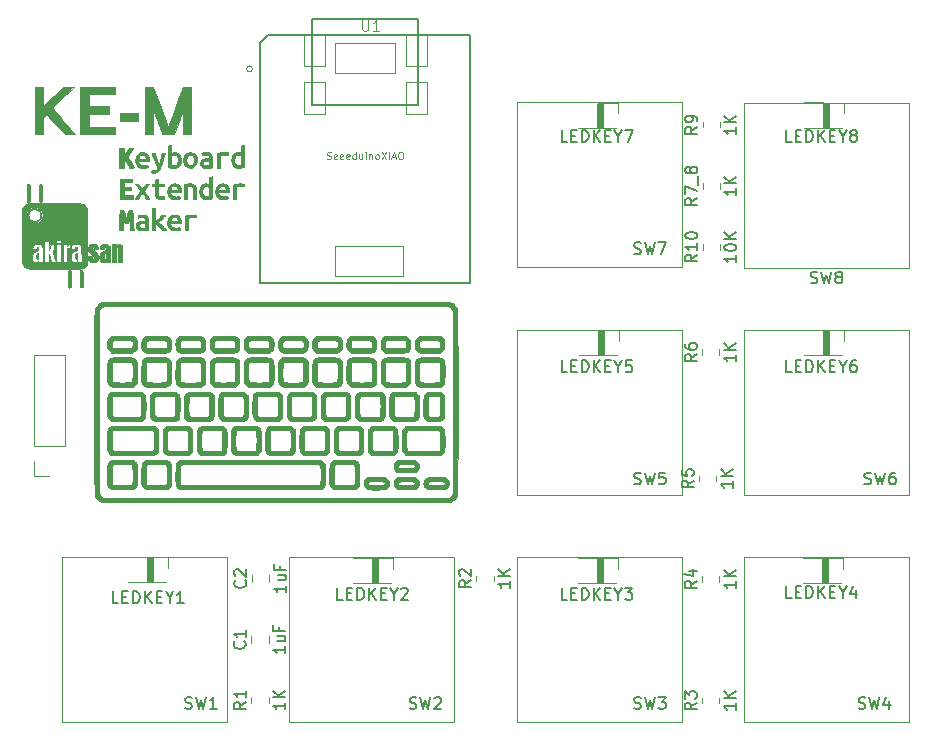
<source format=gbr>
%TF.GenerationSoftware,KiCad,Pcbnew,5.1.9+dfsg1-1*%
%TF.CreationDate,2021-09-07T23:13:06+02:00*%
%TF.ProjectId,streamdeck,73747265-616d-4646-9563-6b2e6b696361,rev?*%
%TF.SameCoordinates,Original*%
%TF.FileFunction,Legend,Top*%
%TF.FilePolarity,Positive*%
%FSLAX46Y46*%
G04 Gerber Fmt 4.6, Leading zero omitted, Abs format (unit mm)*
G04 Created by KiCad (PCBNEW 5.1.9+dfsg1-1) date 2021-09-07 23:13:06*
%MOMM*%
%LPD*%
G01*
G04 APERTURE LIST*
%ADD10C,0.010000*%
%ADD11C,0.120000*%
%ADD12C,0.050000*%
%ADD13C,0.066040*%
%ADD14C,0.127000*%
%ADD15C,0.100000*%
%ADD16C,0.150000*%
%ADD17C,0.101600*%
%ADD18C,0.076200*%
G04 APERTURE END LIST*
D10*
%TO.C,Ref\u002A\u002A*%
G36*
X-22755017Y-75967505D02*
G01*
X-22077738Y-75967562D01*
X-21403791Y-75967655D01*
X-20734603Y-75967784D01*
X-20071601Y-75967949D01*
X-19416211Y-75968149D01*
X-18769862Y-75968386D01*
X-18133980Y-75968658D01*
X-17509991Y-75968966D01*
X-16899324Y-75969310D01*
X-16303405Y-75969691D01*
X-15723661Y-75970107D01*
X-15161519Y-75970559D01*
X-14618407Y-75971047D01*
X-14095751Y-75971572D01*
X-13594978Y-75972132D01*
X-13117515Y-75972728D01*
X-12664790Y-75973361D01*
X-12238229Y-75974030D01*
X-11839259Y-75974734D01*
X-11469308Y-75975475D01*
X-11129803Y-75976252D01*
X-10822170Y-75977066D01*
X-10547837Y-75977915D01*
X-10308230Y-75978801D01*
X-10104777Y-75979723D01*
X-9938904Y-75980681D01*
X-9812040Y-75981676D01*
X-9725610Y-75982707D01*
X-9706890Y-75983041D01*
X-8923530Y-75998895D01*
X-8801052Y-76054967D01*
X-8685361Y-76124134D01*
X-8569660Y-76221301D01*
X-8466190Y-76334252D01*
X-8387190Y-76450772D01*
X-8369709Y-76485432D01*
X-8353161Y-76522971D01*
X-8340090Y-76558657D01*
X-8329899Y-76598226D01*
X-8321994Y-76647410D01*
X-8315778Y-76711942D01*
X-8310658Y-76797558D01*
X-8306036Y-76909990D01*
X-8301318Y-77054973D01*
X-8297619Y-77179604D01*
X-8296086Y-77254138D01*
X-8294629Y-77368980D01*
X-8293247Y-77522108D01*
X-8291941Y-77711496D01*
X-8290709Y-77935121D01*
X-8289553Y-78190958D01*
X-8288472Y-78476982D01*
X-8287467Y-78791171D01*
X-8286536Y-79131498D01*
X-8285681Y-79495941D01*
X-8284900Y-79882476D01*
X-8284195Y-80289077D01*
X-8283566Y-80713720D01*
X-8283011Y-81154382D01*
X-8282531Y-81609038D01*
X-8282127Y-82075664D01*
X-8281797Y-82552236D01*
X-8281543Y-83036729D01*
X-8281364Y-83527119D01*
X-8281260Y-84021383D01*
X-8281231Y-84517495D01*
X-8281277Y-85013432D01*
X-8281399Y-85507169D01*
X-8281595Y-85996682D01*
X-8281866Y-86479947D01*
X-8282213Y-86954940D01*
X-8282634Y-87419636D01*
X-8283130Y-87872012D01*
X-8283702Y-88310043D01*
X-8284348Y-88731704D01*
X-8285070Y-89134972D01*
X-8285866Y-89517822D01*
X-8286738Y-89878231D01*
X-8287684Y-90214173D01*
X-8288706Y-90523625D01*
X-8289802Y-90804562D01*
X-8290973Y-91054961D01*
X-8292220Y-91272797D01*
X-8293541Y-91456045D01*
X-8294937Y-91602682D01*
X-8296408Y-91710684D01*
X-8297679Y-91769315D01*
X-8302771Y-91940402D01*
X-8307276Y-92074853D01*
X-8311814Y-92178347D01*
X-8317003Y-92256564D01*
X-8323463Y-92315184D01*
X-8331813Y-92359887D01*
X-8342671Y-92396352D01*
X-8356656Y-92430259D01*
X-8373548Y-92465572D01*
X-8440600Y-92573432D01*
X-8533046Y-92683220D01*
X-8638603Y-92782432D01*
X-8744988Y-92858567D01*
X-8776381Y-92875610D01*
X-8878504Y-92913427D01*
X-9009465Y-92938614D01*
X-9072084Y-92945638D01*
X-9105059Y-92946768D01*
X-9178994Y-92947881D01*
X-9292514Y-92948978D01*
X-9444246Y-92950057D01*
X-9632815Y-92951118D01*
X-9856849Y-92952160D01*
X-10114972Y-92953182D01*
X-10405811Y-92954184D01*
X-10727992Y-92955164D01*
X-11080141Y-92956122D01*
X-11460884Y-92957057D01*
X-11868848Y-92957968D01*
X-12302658Y-92958855D01*
X-12760940Y-92959717D01*
X-13242321Y-92960553D01*
X-13745427Y-92961362D01*
X-14268883Y-92962143D01*
X-14811316Y-92962897D01*
X-15371352Y-92963621D01*
X-15947617Y-92964315D01*
X-16538737Y-92964980D01*
X-17143338Y-92965612D01*
X-17760046Y-92966213D01*
X-18387488Y-92966781D01*
X-19024289Y-92967315D01*
X-19669075Y-92967815D01*
X-20320473Y-92968280D01*
X-20977109Y-92968709D01*
X-21637608Y-92969101D01*
X-22300597Y-92969456D01*
X-22964702Y-92969773D01*
X-23628550Y-92970051D01*
X-24290765Y-92970289D01*
X-24949974Y-92970487D01*
X-25604803Y-92970643D01*
X-26253879Y-92970758D01*
X-26895828Y-92970830D01*
X-27529274Y-92970858D01*
X-28152846Y-92970842D01*
X-28765168Y-92970781D01*
X-29364867Y-92970675D01*
X-29950568Y-92970521D01*
X-30520899Y-92970321D01*
X-31074484Y-92970072D01*
X-31609951Y-92969774D01*
X-32125925Y-92969427D01*
X-32621032Y-92969030D01*
X-33093899Y-92968581D01*
X-33543151Y-92968081D01*
X-33967414Y-92967528D01*
X-34365315Y-92966921D01*
X-34735480Y-92966260D01*
X-35076534Y-92965545D01*
X-35387105Y-92964773D01*
X-35665817Y-92963945D01*
X-35911298Y-92963060D01*
X-36122172Y-92962117D01*
X-36297067Y-92961115D01*
X-36345334Y-92960781D01*
X-36716638Y-92957851D01*
X-37054412Y-92954715D01*
X-37357679Y-92951391D01*
X-37625462Y-92947894D01*
X-37856787Y-92944244D01*
X-38050676Y-92940455D01*
X-38206153Y-92936546D01*
X-38322244Y-92932534D01*
X-38397970Y-92928436D01*
X-38432357Y-92924269D01*
X-38432592Y-92924193D01*
X-38529366Y-92881428D01*
X-38634036Y-92817880D01*
X-38736779Y-92741393D01*
X-38827771Y-92659812D01*
X-38897189Y-92580981D01*
X-38929687Y-92527252D01*
X-38943264Y-92492210D01*
X-38955390Y-92450451D01*
X-38966192Y-92399324D01*
X-38975796Y-92336178D01*
X-38984330Y-92258362D01*
X-38991919Y-92163225D01*
X-38998691Y-92048115D01*
X-39004772Y-91910382D01*
X-39010290Y-91747375D01*
X-39015370Y-91556442D01*
X-39020139Y-91334933D01*
X-39024724Y-91080197D01*
X-39029252Y-90789581D01*
X-39033849Y-90460436D01*
X-39035901Y-90304750D01*
X-39037758Y-90137267D01*
X-39039447Y-89935277D01*
X-39040973Y-89700820D01*
X-39042337Y-89435937D01*
X-39043543Y-89142667D01*
X-39044595Y-88823052D01*
X-39045495Y-88479131D01*
X-39046248Y-88112946D01*
X-39046855Y-87726536D01*
X-39047321Y-87321941D01*
X-39047648Y-86901203D01*
X-39047840Y-86466362D01*
X-39047900Y-86019457D01*
X-39047832Y-85562530D01*
X-39047638Y-85097621D01*
X-39047322Y-84626770D01*
X-39046887Y-84152017D01*
X-39046336Y-83675404D01*
X-39045673Y-83198970D01*
X-39044900Y-82724755D01*
X-39044022Y-82254801D01*
X-39043041Y-81791148D01*
X-39041960Y-81335835D01*
X-39040783Y-80890904D01*
X-39039513Y-80458394D01*
X-39038153Y-80040347D01*
X-39036707Y-79638802D01*
X-39035177Y-79255800D01*
X-39033568Y-78893382D01*
X-39031881Y-78553587D01*
X-39030121Y-78238456D01*
X-39028291Y-77950030D01*
X-39026393Y-77690348D01*
X-39024432Y-77461452D01*
X-39022410Y-77265382D01*
X-39020330Y-77104178D01*
X-39018197Y-76979880D01*
X-39016012Y-76894529D01*
X-39014545Y-76860535D01*
X-39008493Y-76788146D01*
X-38673667Y-76788146D01*
X-38673667Y-92174160D01*
X-38583709Y-92308371D01*
X-38482648Y-92432504D01*
X-38377334Y-92521312D01*
X-38260917Y-92600041D01*
X-9077081Y-92601333D01*
X-9000499Y-92555675D01*
X-8855346Y-92445927D01*
X-8735453Y-92307901D01*
X-8720082Y-92284980D01*
X-8659334Y-92190878D01*
X-8659532Y-84474480D01*
X-8659731Y-76758083D01*
X-8721788Y-76649887D01*
X-8815138Y-76522264D01*
X-8934593Y-76423932D01*
X-8999984Y-76386654D01*
X-9005605Y-76383987D01*
X-9012406Y-76381437D01*
X-9021320Y-76379002D01*
X-9033286Y-76376679D01*
X-9049238Y-76374465D01*
X-9070113Y-76372358D01*
X-9096846Y-76370355D01*
X-9130376Y-76368454D01*
X-9171636Y-76366651D01*
X-9221564Y-76364945D01*
X-9281095Y-76363332D01*
X-9351166Y-76361810D01*
X-9432714Y-76360376D01*
X-9526673Y-76359028D01*
X-9633980Y-76357763D01*
X-9755571Y-76356579D01*
X-9892383Y-76355472D01*
X-10045352Y-76354440D01*
X-10215413Y-76353481D01*
X-10403503Y-76352591D01*
X-10610558Y-76351769D01*
X-10837514Y-76351011D01*
X-11085307Y-76350315D01*
X-11354874Y-76349679D01*
X-11647151Y-76349099D01*
X-11963073Y-76348573D01*
X-12303576Y-76348098D01*
X-12669598Y-76347673D01*
X-13062074Y-76347293D01*
X-13481940Y-76346957D01*
X-13930133Y-76346661D01*
X-14407588Y-76346404D01*
X-14915241Y-76346182D01*
X-15454030Y-76345993D01*
X-16024889Y-76345835D01*
X-16628756Y-76345704D01*
X-17266565Y-76345598D01*
X-17939255Y-76345514D01*
X-18647759Y-76345450D01*
X-19393015Y-76345403D01*
X-20175959Y-76345371D01*
X-20997527Y-76345350D01*
X-21858655Y-76345339D01*
X-22760279Y-76345334D01*
X-23667180Y-76345333D01*
X-38253379Y-76345333D01*
X-38345734Y-76399456D01*
X-38459959Y-76485270D01*
X-38562404Y-76597047D01*
X-38630417Y-76703369D01*
X-38673667Y-76788146D01*
X-39008493Y-76788146D01*
X-39001399Y-76703307D01*
X-38980256Y-76578521D01*
X-38947081Y-76476471D01*
X-38897840Y-76387452D01*
X-38828498Y-76301757D01*
X-38749648Y-76223259D01*
X-38692083Y-76169502D01*
X-38641974Y-76125170D01*
X-38594623Y-76089269D01*
X-38545333Y-76060804D01*
X-38489404Y-76038778D01*
X-38422138Y-76022198D01*
X-38338837Y-76010067D01*
X-38234803Y-76001390D01*
X-38105338Y-75995173D01*
X-37945743Y-75990420D01*
X-37751321Y-75986135D01*
X-37617338Y-75983403D01*
X-37544582Y-75982358D01*
X-37430920Y-75981349D01*
X-37277779Y-75980376D01*
X-37086586Y-75979437D01*
X-36858767Y-75978534D01*
X-36595750Y-75977666D01*
X-36298963Y-75976834D01*
X-35969831Y-75976036D01*
X-35609782Y-75975275D01*
X-35220243Y-75974548D01*
X-34802641Y-75973857D01*
X-34358403Y-75973202D01*
X-33888956Y-75972582D01*
X-33395728Y-75971997D01*
X-32880145Y-75971448D01*
X-32343633Y-75970935D01*
X-31787622Y-75970457D01*
X-31213536Y-75970014D01*
X-30622804Y-75969607D01*
X-30016852Y-75969236D01*
X-29397107Y-75968900D01*
X-28764997Y-75968600D01*
X-28121948Y-75968336D01*
X-27469388Y-75968107D01*
X-26808744Y-75967914D01*
X-26141442Y-75967756D01*
X-25468909Y-75967635D01*
X-24792574Y-75967549D01*
X-24113862Y-75967498D01*
X-23434200Y-75967484D01*
X-22755017Y-75967505D01*
G37*
X-22755017Y-75967505D02*
X-22077738Y-75967562D01*
X-21403791Y-75967655D01*
X-20734603Y-75967784D01*
X-20071601Y-75967949D01*
X-19416211Y-75968149D01*
X-18769862Y-75968386D01*
X-18133980Y-75968658D01*
X-17509991Y-75968966D01*
X-16899324Y-75969310D01*
X-16303405Y-75969691D01*
X-15723661Y-75970107D01*
X-15161519Y-75970559D01*
X-14618407Y-75971047D01*
X-14095751Y-75971572D01*
X-13594978Y-75972132D01*
X-13117515Y-75972728D01*
X-12664790Y-75973361D01*
X-12238229Y-75974030D01*
X-11839259Y-75974734D01*
X-11469308Y-75975475D01*
X-11129803Y-75976252D01*
X-10822170Y-75977066D01*
X-10547837Y-75977915D01*
X-10308230Y-75978801D01*
X-10104777Y-75979723D01*
X-9938904Y-75980681D01*
X-9812040Y-75981676D01*
X-9725610Y-75982707D01*
X-9706890Y-75983041D01*
X-8923530Y-75998895D01*
X-8801052Y-76054967D01*
X-8685361Y-76124134D01*
X-8569660Y-76221301D01*
X-8466190Y-76334252D01*
X-8387190Y-76450772D01*
X-8369709Y-76485432D01*
X-8353161Y-76522971D01*
X-8340090Y-76558657D01*
X-8329899Y-76598226D01*
X-8321994Y-76647410D01*
X-8315778Y-76711942D01*
X-8310658Y-76797558D01*
X-8306036Y-76909990D01*
X-8301318Y-77054973D01*
X-8297619Y-77179604D01*
X-8296086Y-77254138D01*
X-8294629Y-77368980D01*
X-8293247Y-77522108D01*
X-8291941Y-77711496D01*
X-8290709Y-77935121D01*
X-8289553Y-78190958D01*
X-8288472Y-78476982D01*
X-8287467Y-78791171D01*
X-8286536Y-79131498D01*
X-8285681Y-79495941D01*
X-8284900Y-79882476D01*
X-8284195Y-80289077D01*
X-8283566Y-80713720D01*
X-8283011Y-81154382D01*
X-8282531Y-81609038D01*
X-8282127Y-82075664D01*
X-8281797Y-82552236D01*
X-8281543Y-83036729D01*
X-8281364Y-83527119D01*
X-8281260Y-84021383D01*
X-8281231Y-84517495D01*
X-8281277Y-85013432D01*
X-8281399Y-85507169D01*
X-8281595Y-85996682D01*
X-8281866Y-86479947D01*
X-8282213Y-86954940D01*
X-8282634Y-87419636D01*
X-8283130Y-87872012D01*
X-8283702Y-88310043D01*
X-8284348Y-88731704D01*
X-8285070Y-89134972D01*
X-8285866Y-89517822D01*
X-8286738Y-89878231D01*
X-8287684Y-90214173D01*
X-8288706Y-90523625D01*
X-8289802Y-90804562D01*
X-8290973Y-91054961D01*
X-8292220Y-91272797D01*
X-8293541Y-91456045D01*
X-8294937Y-91602682D01*
X-8296408Y-91710684D01*
X-8297679Y-91769315D01*
X-8302771Y-91940402D01*
X-8307276Y-92074853D01*
X-8311814Y-92178347D01*
X-8317003Y-92256564D01*
X-8323463Y-92315184D01*
X-8331813Y-92359887D01*
X-8342671Y-92396352D01*
X-8356656Y-92430259D01*
X-8373548Y-92465572D01*
X-8440600Y-92573432D01*
X-8533046Y-92683220D01*
X-8638603Y-92782432D01*
X-8744988Y-92858567D01*
X-8776381Y-92875610D01*
X-8878504Y-92913427D01*
X-9009465Y-92938614D01*
X-9072084Y-92945638D01*
X-9105059Y-92946768D01*
X-9178994Y-92947881D01*
X-9292514Y-92948978D01*
X-9444246Y-92950057D01*
X-9632815Y-92951118D01*
X-9856849Y-92952160D01*
X-10114972Y-92953182D01*
X-10405811Y-92954184D01*
X-10727992Y-92955164D01*
X-11080141Y-92956122D01*
X-11460884Y-92957057D01*
X-11868848Y-92957968D01*
X-12302658Y-92958855D01*
X-12760940Y-92959717D01*
X-13242321Y-92960553D01*
X-13745427Y-92961362D01*
X-14268883Y-92962143D01*
X-14811316Y-92962897D01*
X-15371352Y-92963621D01*
X-15947617Y-92964315D01*
X-16538737Y-92964980D01*
X-17143338Y-92965612D01*
X-17760046Y-92966213D01*
X-18387488Y-92966781D01*
X-19024289Y-92967315D01*
X-19669075Y-92967815D01*
X-20320473Y-92968280D01*
X-20977109Y-92968709D01*
X-21637608Y-92969101D01*
X-22300597Y-92969456D01*
X-22964702Y-92969773D01*
X-23628550Y-92970051D01*
X-24290765Y-92970289D01*
X-24949974Y-92970487D01*
X-25604803Y-92970643D01*
X-26253879Y-92970758D01*
X-26895828Y-92970830D01*
X-27529274Y-92970858D01*
X-28152846Y-92970842D01*
X-28765168Y-92970781D01*
X-29364867Y-92970675D01*
X-29950568Y-92970521D01*
X-30520899Y-92970321D01*
X-31074484Y-92970072D01*
X-31609951Y-92969774D01*
X-32125925Y-92969427D01*
X-32621032Y-92969030D01*
X-33093899Y-92968581D01*
X-33543151Y-92968081D01*
X-33967414Y-92967528D01*
X-34365315Y-92966921D01*
X-34735480Y-92966260D01*
X-35076534Y-92965545D01*
X-35387105Y-92964773D01*
X-35665817Y-92963945D01*
X-35911298Y-92963060D01*
X-36122172Y-92962117D01*
X-36297067Y-92961115D01*
X-36345334Y-92960781D01*
X-36716638Y-92957851D01*
X-37054412Y-92954715D01*
X-37357679Y-92951391D01*
X-37625462Y-92947894D01*
X-37856787Y-92944244D01*
X-38050676Y-92940455D01*
X-38206153Y-92936546D01*
X-38322244Y-92932534D01*
X-38397970Y-92928436D01*
X-38432357Y-92924269D01*
X-38432592Y-92924193D01*
X-38529366Y-92881428D01*
X-38634036Y-92817880D01*
X-38736779Y-92741393D01*
X-38827771Y-92659812D01*
X-38897189Y-92580981D01*
X-38929687Y-92527252D01*
X-38943264Y-92492210D01*
X-38955390Y-92450451D01*
X-38966192Y-92399324D01*
X-38975796Y-92336178D01*
X-38984330Y-92258362D01*
X-38991919Y-92163225D01*
X-38998691Y-92048115D01*
X-39004772Y-91910382D01*
X-39010290Y-91747375D01*
X-39015370Y-91556442D01*
X-39020139Y-91334933D01*
X-39024724Y-91080197D01*
X-39029252Y-90789581D01*
X-39033849Y-90460436D01*
X-39035901Y-90304750D01*
X-39037758Y-90137267D01*
X-39039447Y-89935277D01*
X-39040973Y-89700820D01*
X-39042337Y-89435937D01*
X-39043543Y-89142667D01*
X-39044595Y-88823052D01*
X-39045495Y-88479131D01*
X-39046248Y-88112946D01*
X-39046855Y-87726536D01*
X-39047321Y-87321941D01*
X-39047648Y-86901203D01*
X-39047840Y-86466362D01*
X-39047900Y-86019457D01*
X-39047832Y-85562530D01*
X-39047638Y-85097621D01*
X-39047322Y-84626770D01*
X-39046887Y-84152017D01*
X-39046336Y-83675404D01*
X-39045673Y-83198970D01*
X-39044900Y-82724755D01*
X-39044022Y-82254801D01*
X-39043041Y-81791148D01*
X-39041960Y-81335835D01*
X-39040783Y-80890904D01*
X-39039513Y-80458394D01*
X-39038153Y-80040347D01*
X-39036707Y-79638802D01*
X-39035177Y-79255800D01*
X-39033568Y-78893382D01*
X-39031881Y-78553587D01*
X-39030121Y-78238456D01*
X-39028291Y-77950030D01*
X-39026393Y-77690348D01*
X-39024432Y-77461452D01*
X-39022410Y-77265382D01*
X-39020330Y-77104178D01*
X-39018197Y-76979880D01*
X-39016012Y-76894529D01*
X-39014545Y-76860535D01*
X-39008493Y-76788146D01*
X-38673667Y-76788146D01*
X-38673667Y-92174160D01*
X-38583709Y-92308371D01*
X-38482648Y-92432504D01*
X-38377334Y-92521312D01*
X-38260917Y-92600041D01*
X-9077081Y-92601333D01*
X-9000499Y-92555675D01*
X-8855346Y-92445927D01*
X-8735453Y-92307901D01*
X-8720082Y-92284980D01*
X-8659334Y-92190878D01*
X-8659532Y-84474480D01*
X-8659731Y-76758083D01*
X-8721788Y-76649887D01*
X-8815138Y-76522264D01*
X-8934593Y-76423932D01*
X-8999984Y-76386654D01*
X-9005605Y-76383987D01*
X-9012406Y-76381437D01*
X-9021320Y-76379002D01*
X-9033286Y-76376679D01*
X-9049238Y-76374465D01*
X-9070113Y-76372358D01*
X-9096846Y-76370355D01*
X-9130376Y-76368454D01*
X-9171636Y-76366651D01*
X-9221564Y-76364945D01*
X-9281095Y-76363332D01*
X-9351166Y-76361810D01*
X-9432714Y-76360376D01*
X-9526673Y-76359028D01*
X-9633980Y-76357763D01*
X-9755571Y-76356579D01*
X-9892383Y-76355472D01*
X-10045352Y-76354440D01*
X-10215413Y-76353481D01*
X-10403503Y-76352591D01*
X-10610558Y-76351769D01*
X-10837514Y-76351011D01*
X-11085307Y-76350315D01*
X-11354874Y-76349679D01*
X-11647151Y-76349099D01*
X-11963073Y-76348573D01*
X-12303576Y-76348098D01*
X-12669598Y-76347673D01*
X-13062074Y-76347293D01*
X-13481940Y-76346957D01*
X-13930133Y-76346661D01*
X-14407588Y-76346404D01*
X-14915241Y-76346182D01*
X-15454030Y-76345993D01*
X-16024889Y-76345835D01*
X-16628756Y-76345704D01*
X-17266565Y-76345598D01*
X-17939255Y-76345514D01*
X-18647759Y-76345450D01*
X-19393015Y-76345403D01*
X-20175959Y-76345371D01*
X-20997527Y-76345350D01*
X-21858655Y-76345339D01*
X-22760279Y-76345334D01*
X-23667180Y-76345333D01*
X-38253379Y-76345333D01*
X-38345734Y-76399456D01*
X-38459959Y-76485270D01*
X-38562404Y-76597047D01*
X-38630417Y-76703369D01*
X-38673667Y-76788146D01*
X-39008493Y-76788146D01*
X-39001399Y-76703307D01*
X-38980256Y-76578521D01*
X-38947081Y-76476471D01*
X-38897840Y-76387452D01*
X-38828498Y-76301757D01*
X-38749648Y-76223259D01*
X-38692083Y-76169502D01*
X-38641974Y-76125170D01*
X-38594623Y-76089269D01*
X-38545333Y-76060804D01*
X-38489404Y-76038778D01*
X-38422138Y-76022198D01*
X-38338837Y-76010067D01*
X-38234803Y-76001390D01*
X-38105338Y-75995173D01*
X-37945743Y-75990420D01*
X-37751321Y-75986135D01*
X-37617338Y-75983403D01*
X-37544582Y-75982358D01*
X-37430920Y-75981349D01*
X-37277779Y-75980376D01*
X-37086586Y-75979437D01*
X-36858767Y-75978534D01*
X-36595750Y-75977666D01*
X-36298963Y-75976834D01*
X-35969831Y-75976036D01*
X-35609782Y-75975275D01*
X-35220243Y-75974548D01*
X-34802641Y-75973857D01*
X-34358403Y-75973202D01*
X-33888956Y-75972582D01*
X-33395728Y-75971997D01*
X-32880145Y-75971448D01*
X-32343633Y-75970935D01*
X-31787622Y-75970457D01*
X-31213536Y-75970014D01*
X-30622804Y-75969607D01*
X-30016852Y-75969236D01*
X-29397107Y-75968900D01*
X-28764997Y-75968600D01*
X-28121948Y-75968336D01*
X-27469388Y-75968107D01*
X-26808744Y-75967914D01*
X-26141442Y-75967756D01*
X-25468909Y-75967635D01*
X-24792574Y-75967549D01*
X-24113862Y-75967498D01*
X-23434200Y-75967484D01*
X-22755017Y-75967505D01*
G36*
X-34883977Y-68616045D02*
G01*
X-34768477Y-68634473D01*
X-34679336Y-68670379D01*
X-34609392Y-68726656D01*
X-34551481Y-68806195D01*
X-34551160Y-68806741D01*
X-34493250Y-68905250D01*
X-34486281Y-69394909D01*
X-34479311Y-69884569D01*
X-34615015Y-69908201D01*
X-34706327Y-69919414D01*
X-34818755Y-69926379D01*
X-34939382Y-69929021D01*
X-35055294Y-69927266D01*
X-35153576Y-69921041D01*
X-35215919Y-69911641D01*
X-35337583Y-69865090D01*
X-35426894Y-69791249D01*
X-35483749Y-69690256D01*
X-35508043Y-69562245D01*
X-35508522Y-69545396D01*
X-35265834Y-69545396D01*
X-35255888Y-69612634D01*
X-35223077Y-69661391D01*
X-35162937Y-69693926D01*
X-35071006Y-69712498D01*
X-34942820Y-69719367D01*
X-34921875Y-69719523D01*
X-34715500Y-69720166D01*
X-34715500Y-69541676D01*
X-34716550Y-69451441D01*
X-34724621Y-69392318D01*
X-34747102Y-69357730D01*
X-34791379Y-69341100D01*
X-34864839Y-69335853D01*
X-34947164Y-69335431D01*
X-35078690Y-69346101D01*
X-35174590Y-69378582D01*
X-35235934Y-69433580D01*
X-35263795Y-69511799D01*
X-35265834Y-69545396D01*
X-35508522Y-69545396D01*
X-35509017Y-69528019D01*
X-35506427Y-69445461D01*
X-35495391Y-69388606D01*
X-35471515Y-69341017D01*
X-35451618Y-69313227D01*
X-35396778Y-69257949D01*
X-35324894Y-69205707D01*
X-35292868Y-69187875D01*
X-35241760Y-69165333D01*
X-35190887Y-69150731D01*
X-35129061Y-69142423D01*
X-35045093Y-69138766D01*
X-34954222Y-69138083D01*
X-34716693Y-69138083D01*
X-34728749Y-69053416D01*
X-34759115Y-68950324D01*
X-34818245Y-68876992D01*
X-34901811Y-68832100D01*
X-34952777Y-68817400D01*
X-35005123Y-68811782D01*
X-35071994Y-68815035D01*
X-35166535Y-68826950D01*
X-35172321Y-68827783D01*
X-35254925Y-68838970D01*
X-35319642Y-68846306D01*
X-35356601Y-68848734D01*
X-35361491Y-68848016D01*
X-35366570Y-68825080D01*
X-35372502Y-68774562D01*
X-35374814Y-68748181D01*
X-35377149Y-68689361D01*
X-35367186Y-68658447D01*
X-35337940Y-68641345D01*
X-35318750Y-68635051D01*
X-35270895Y-68626466D01*
X-35193114Y-68619088D01*
X-35097812Y-68613910D01*
X-35033000Y-68612203D01*
X-34883977Y-68616045D01*
G37*
X-34883977Y-68616045D02*
X-34768477Y-68634473D01*
X-34679336Y-68670379D01*
X-34609392Y-68726656D01*
X-34551481Y-68806195D01*
X-34551160Y-68806741D01*
X-34493250Y-68905250D01*
X-34486281Y-69394909D01*
X-34479311Y-69884569D01*
X-34615015Y-69908201D01*
X-34706327Y-69919414D01*
X-34818755Y-69926379D01*
X-34939382Y-69929021D01*
X-35055294Y-69927266D01*
X-35153576Y-69921041D01*
X-35215919Y-69911641D01*
X-35337583Y-69865090D01*
X-35426894Y-69791249D01*
X-35483749Y-69690256D01*
X-35508043Y-69562245D01*
X-35508522Y-69545396D01*
X-35265834Y-69545396D01*
X-35255888Y-69612634D01*
X-35223077Y-69661391D01*
X-35162937Y-69693926D01*
X-35071006Y-69712498D01*
X-34942820Y-69719367D01*
X-34921875Y-69719523D01*
X-34715500Y-69720166D01*
X-34715500Y-69541676D01*
X-34716550Y-69451441D01*
X-34724621Y-69392318D01*
X-34747102Y-69357730D01*
X-34791379Y-69341100D01*
X-34864839Y-69335853D01*
X-34947164Y-69335431D01*
X-35078690Y-69346101D01*
X-35174590Y-69378582D01*
X-35235934Y-69433580D01*
X-35263795Y-69511799D01*
X-35265834Y-69545396D01*
X-35508522Y-69545396D01*
X-35509017Y-69528019D01*
X-35506427Y-69445461D01*
X-35495391Y-69388606D01*
X-35471515Y-69341017D01*
X-35451618Y-69313227D01*
X-35396778Y-69257949D01*
X-35324894Y-69205707D01*
X-35292868Y-69187875D01*
X-35241760Y-69165333D01*
X-35190887Y-69150731D01*
X-35129061Y-69142423D01*
X-35045093Y-69138766D01*
X-34954222Y-69138083D01*
X-34716693Y-69138083D01*
X-34728749Y-69053416D01*
X-34759115Y-68950324D01*
X-34818245Y-68876992D01*
X-34901811Y-68832100D01*
X-34952777Y-68817400D01*
X-35005123Y-68811782D01*
X-35071994Y-68815035D01*
X-35166535Y-68826950D01*
X-35172321Y-68827783D01*
X-35254925Y-68838970D01*
X-35319642Y-68846306D01*
X-35356601Y-68848734D01*
X-35361491Y-68848016D01*
X-35366570Y-68825080D01*
X-35372502Y-68774562D01*
X-35374814Y-68748181D01*
X-35377149Y-68689361D01*
X-35367186Y-68658447D01*
X-35337940Y-68641345D01*
X-35318750Y-68635051D01*
X-35270895Y-68626466D01*
X-35193114Y-68619088D01*
X-35097812Y-68613910D01*
X-35033000Y-68612203D01*
X-34883977Y-68616045D01*
G36*
X-32114963Y-68620134D02*
G01*
X-31990705Y-68663703D01*
X-31886667Y-68735423D01*
X-31838489Y-68789907D01*
X-31790472Y-68865996D01*
X-31756980Y-68946325D01*
X-31734275Y-69043079D01*
X-31718617Y-69168444D01*
X-31717059Y-69185708D01*
X-31703622Y-69339166D01*
X-32615542Y-69339166D01*
X-32599471Y-69410422D01*
X-32554647Y-69529268D01*
X-32480105Y-69618566D01*
X-32375226Y-69678784D01*
X-32239394Y-69710391D01*
X-32198958Y-69713979D01*
X-32083880Y-69713343D01*
X-31974460Y-69699134D01*
X-31947607Y-69692781D01*
X-31883488Y-69676452D01*
X-31849220Y-69672977D01*
X-31833925Y-69683670D01*
X-31827227Y-69707300D01*
X-31815808Y-69763302D01*
X-31806228Y-69809250D01*
X-31802372Y-69843258D01*
X-31814822Y-69865113D01*
X-31852503Y-69883029D01*
X-31903992Y-69899208D01*
X-32019085Y-69921988D01*
X-32153001Y-69930923D01*
X-32289809Y-69926326D01*
X-32413577Y-69908510D01*
X-32485385Y-69887784D01*
X-32615306Y-69816218D01*
X-32719139Y-69713323D01*
X-32794729Y-69582689D01*
X-32839921Y-69427906D01*
X-32852834Y-69275666D01*
X-32836307Y-69094857D01*
X-32834369Y-69088787D01*
X-32597480Y-69088787D01*
X-32595940Y-69117319D01*
X-32570437Y-69134948D01*
X-32516584Y-69144298D01*
X-32429994Y-69147996D01*
X-32306281Y-69148665D01*
X-32278564Y-69148666D01*
X-31958295Y-69148666D01*
X-31970680Y-69072344D01*
X-32005424Y-68967945D01*
X-32066623Y-68889952D01*
X-32146802Y-68839453D01*
X-32238487Y-68817537D01*
X-32334205Y-68825293D01*
X-32426482Y-68863808D01*
X-32507842Y-68934172D01*
X-32546216Y-68988517D01*
X-32579443Y-69046728D01*
X-32597480Y-69088787D01*
X-32834369Y-69088787D01*
X-32786894Y-68940136D01*
X-32704848Y-68811971D01*
X-32590422Y-68710826D01*
X-32525295Y-68672636D01*
X-32390633Y-68623170D01*
X-32251064Y-68606146D01*
X-32114963Y-68620134D01*
G37*
X-32114963Y-68620134D02*
X-31990705Y-68663703D01*
X-31886667Y-68735423D01*
X-31838489Y-68789907D01*
X-31790472Y-68865996D01*
X-31756980Y-68946325D01*
X-31734275Y-69043079D01*
X-31718617Y-69168444D01*
X-31717059Y-69185708D01*
X-31703622Y-69339166D01*
X-32615542Y-69339166D01*
X-32599471Y-69410422D01*
X-32554647Y-69529268D01*
X-32480105Y-69618566D01*
X-32375226Y-69678784D01*
X-32239394Y-69710391D01*
X-32198958Y-69713979D01*
X-32083880Y-69713343D01*
X-31974460Y-69699134D01*
X-31947607Y-69692781D01*
X-31883488Y-69676452D01*
X-31849220Y-69672977D01*
X-31833925Y-69683670D01*
X-31827227Y-69707300D01*
X-31815808Y-69763302D01*
X-31806228Y-69809250D01*
X-31802372Y-69843258D01*
X-31814822Y-69865113D01*
X-31852503Y-69883029D01*
X-31903992Y-69899208D01*
X-32019085Y-69921988D01*
X-32153001Y-69930923D01*
X-32289809Y-69926326D01*
X-32413577Y-69908510D01*
X-32485385Y-69887784D01*
X-32615306Y-69816218D01*
X-32719139Y-69713323D01*
X-32794729Y-69582689D01*
X-32839921Y-69427906D01*
X-32852834Y-69275666D01*
X-32836307Y-69094857D01*
X-32834369Y-69088787D01*
X-32597480Y-69088787D01*
X-32595940Y-69117319D01*
X-32570437Y-69134948D01*
X-32516584Y-69144298D01*
X-32429994Y-69147996D01*
X-32306281Y-69148665D01*
X-32278564Y-69148666D01*
X-31958295Y-69148666D01*
X-31970680Y-69072344D01*
X-32005424Y-68967945D01*
X-32066623Y-68889952D01*
X-32146802Y-68839453D01*
X-32238487Y-68817537D01*
X-32334205Y-68825293D01*
X-32426482Y-68863808D01*
X-32507842Y-68934172D01*
X-32546216Y-68988517D01*
X-32579443Y-69046728D01*
X-32597480Y-69088787D01*
X-32834369Y-69088787D01*
X-32786894Y-68940136D01*
X-32704848Y-68811971D01*
X-32590422Y-68710826D01*
X-32525295Y-68672636D01*
X-32390633Y-68623170D01*
X-32251064Y-68606146D01*
X-32114963Y-68620134D01*
G36*
X-36569079Y-68227916D02*
G01*
X-36463989Y-68561291D01*
X-36428209Y-68672330D01*
X-36395992Y-68767697D01*
X-36369717Y-68840715D01*
X-36351759Y-68884710D01*
X-36345334Y-68894666D01*
X-36334786Y-68875540D01*
X-36314221Y-68822611D01*
X-36286014Y-68742557D01*
X-36252542Y-68642054D01*
X-36226678Y-68561291D01*
X-36121589Y-68227916D01*
X-35968878Y-68221697D01*
X-35894675Y-68220910D01*
X-35840374Y-68224594D01*
X-35816490Y-68231965D01*
X-35816167Y-68233100D01*
X-35814490Y-68259005D01*
X-35809840Y-68319914D01*
X-35802785Y-68408645D01*
X-35793895Y-68518016D01*
X-35785449Y-68620319D01*
X-35773671Y-68773372D01*
X-35762212Y-68942389D01*
X-35752148Y-69110161D01*
X-35744553Y-69259479D01*
X-35742552Y-69307416D01*
X-35737315Y-69433380D01*
X-35731439Y-69557636D01*
X-35725557Y-69667769D01*
X-35720302Y-69751365D01*
X-35719072Y-69767791D01*
X-35707770Y-69910666D01*
X-36049543Y-69910666D01*
X-36038186Y-69302125D01*
X-36026830Y-68693583D01*
X-36119098Y-69000500D01*
X-36211366Y-69307416D01*
X-36477485Y-69307416D01*
X-36564868Y-68995745D01*
X-36652250Y-68684074D01*
X-36645030Y-69297370D01*
X-36637809Y-69910666D01*
X-36959167Y-69910666D01*
X-36958819Y-69736041D01*
X-36957337Y-69659682D01*
X-36953408Y-69549068D01*
X-36947470Y-69412180D01*
X-36939961Y-69256998D01*
X-36931320Y-69091502D01*
X-36921986Y-68923674D01*
X-36912395Y-68761493D01*
X-36902987Y-68612940D01*
X-36894200Y-68485994D01*
X-36886471Y-68388637D01*
X-36882635Y-68348760D01*
X-36868289Y-68215604D01*
X-36569079Y-68227916D01*
G37*
X-36569079Y-68227916D02*
X-36463989Y-68561291D01*
X-36428209Y-68672330D01*
X-36395992Y-68767697D01*
X-36369717Y-68840715D01*
X-36351759Y-68884710D01*
X-36345334Y-68894666D01*
X-36334786Y-68875540D01*
X-36314221Y-68822611D01*
X-36286014Y-68742557D01*
X-36252542Y-68642054D01*
X-36226678Y-68561291D01*
X-36121589Y-68227916D01*
X-35968878Y-68221697D01*
X-35894675Y-68220910D01*
X-35840374Y-68224594D01*
X-35816490Y-68231965D01*
X-35816167Y-68233100D01*
X-35814490Y-68259005D01*
X-35809840Y-68319914D01*
X-35802785Y-68408645D01*
X-35793895Y-68518016D01*
X-35785449Y-68620319D01*
X-35773671Y-68773372D01*
X-35762212Y-68942389D01*
X-35752148Y-69110161D01*
X-35744553Y-69259479D01*
X-35742552Y-69307416D01*
X-35737315Y-69433380D01*
X-35731439Y-69557636D01*
X-35725557Y-69667769D01*
X-35720302Y-69751365D01*
X-35719072Y-69767791D01*
X-35707770Y-69910666D01*
X-36049543Y-69910666D01*
X-36038186Y-69302125D01*
X-36026830Y-68693583D01*
X-36119098Y-69000500D01*
X-36211366Y-69307416D01*
X-36477485Y-69307416D01*
X-36564868Y-68995745D01*
X-36652250Y-68684074D01*
X-36645030Y-69297370D01*
X-36637809Y-69910666D01*
X-36959167Y-69910666D01*
X-36958819Y-69736041D01*
X-36957337Y-69659682D01*
X-36953408Y-69549068D01*
X-36947470Y-69412180D01*
X-36939961Y-69256998D01*
X-36931320Y-69091502D01*
X-36921986Y-68923674D01*
X-36912395Y-68761493D01*
X-36902987Y-68612940D01*
X-36894200Y-68485994D01*
X-36886471Y-68388637D01*
X-36882635Y-68348760D01*
X-36868289Y-68215604D01*
X-36569079Y-68227916D01*
G36*
X-33894950Y-68583494D02*
G01*
X-33889316Y-69151153D01*
X-33666450Y-68956036D01*
X-33580466Y-68879629D01*
X-33501971Y-68807819D01*
X-33438618Y-68747751D01*
X-33398059Y-68706564D01*
X-33392993Y-68700792D01*
X-33361346Y-68667959D01*
X-33327431Y-68649863D01*
X-33277680Y-68642201D01*
X-33203450Y-68640666D01*
X-33132998Y-68643393D01*
X-33083001Y-68650533D01*
X-33064500Y-68660284D01*
X-33079355Y-68680361D01*
X-33120264Y-68723458D01*
X-33181748Y-68784355D01*
X-33258326Y-68857828D01*
X-33344519Y-68938656D01*
X-33434846Y-69021616D01*
X-33523827Y-69101488D01*
X-33570837Y-69142756D01*
X-33643257Y-69205721D01*
X-33549670Y-69287116D01*
X-33438765Y-69389548D01*
X-33321373Y-69508041D01*
X-33209518Y-69629844D01*
X-33115220Y-69742207D01*
X-33091467Y-69773083D01*
X-32996422Y-69900083D01*
X-33141063Y-69906450D01*
X-33218600Y-69908704D01*
X-33266151Y-69904642D01*
X-33295968Y-69890787D01*
X-33320301Y-69863665D01*
X-33327579Y-69853534D01*
X-33374054Y-69795660D01*
X-33443269Y-69718954D01*
X-33526162Y-69632523D01*
X-33613670Y-69545476D01*
X-33696730Y-69466920D01*
X-33766281Y-69405964D01*
X-33795594Y-69383167D01*
X-33890000Y-69315369D01*
X-33890000Y-69910666D01*
X-34122834Y-69910666D01*
X-34122834Y-68051228D01*
X-33900584Y-68015834D01*
X-33894950Y-68583494D01*
G37*
X-33894950Y-68583494D02*
X-33889316Y-69151153D01*
X-33666450Y-68956036D01*
X-33580466Y-68879629D01*
X-33501971Y-68807819D01*
X-33438618Y-68747751D01*
X-33398059Y-68706564D01*
X-33392993Y-68700792D01*
X-33361346Y-68667959D01*
X-33327431Y-68649863D01*
X-33277680Y-68642201D01*
X-33203450Y-68640666D01*
X-33132998Y-68643393D01*
X-33083001Y-68650533D01*
X-33064500Y-68660284D01*
X-33079355Y-68680361D01*
X-33120264Y-68723458D01*
X-33181748Y-68784355D01*
X-33258326Y-68857828D01*
X-33344519Y-68938656D01*
X-33434846Y-69021616D01*
X-33523827Y-69101488D01*
X-33570837Y-69142756D01*
X-33643257Y-69205721D01*
X-33549670Y-69287116D01*
X-33438765Y-69389548D01*
X-33321373Y-69508041D01*
X-33209518Y-69629844D01*
X-33115220Y-69742207D01*
X-33091467Y-69773083D01*
X-32996422Y-69900083D01*
X-33141063Y-69906450D01*
X-33218600Y-69908704D01*
X-33266151Y-69904642D01*
X-33295968Y-69890787D01*
X-33320301Y-69863665D01*
X-33327579Y-69853534D01*
X-33374054Y-69795660D01*
X-33443269Y-69718954D01*
X-33526162Y-69632523D01*
X-33613670Y-69545476D01*
X-33696730Y-69466920D01*
X-33766281Y-69405964D01*
X-33795594Y-69383167D01*
X-33890000Y-69315369D01*
X-33890000Y-69910666D01*
X-34122834Y-69910666D01*
X-34122834Y-68051228D01*
X-33900584Y-68015834D01*
X-33894950Y-68583494D01*
G36*
X-30612678Y-68612400D02*
G01*
X-30493622Y-68627744D01*
X-30469412Y-68631388D01*
X-30403740Y-68641414D01*
X-30444232Y-68846204D01*
X-30640604Y-68835932D01*
X-30745135Y-68832876D01*
X-30849894Y-68833808D01*
X-30936415Y-68838458D01*
X-30955905Y-68840520D01*
X-31074834Y-68855379D01*
X-31074834Y-69910666D01*
X-31328834Y-69910666D01*
X-31328834Y-68705806D01*
X-31217915Y-68672867D01*
X-31143563Y-68654884D01*
X-31045430Y-68636613D01*
X-30941914Y-68621385D01*
X-30917440Y-68618454D01*
X-30806942Y-68608264D01*
X-30711236Y-68606076D01*
X-30612678Y-68612400D01*
G37*
X-30612678Y-68612400D02*
X-30493622Y-68627744D01*
X-30469412Y-68631388D01*
X-30403740Y-68641414D01*
X-30444232Y-68846204D01*
X-30640604Y-68835932D01*
X-30745135Y-68832876D01*
X-30849894Y-68833808D01*
X-30936415Y-68838458D01*
X-30955905Y-68840520D01*
X-31074834Y-68855379D01*
X-31074834Y-69910666D01*
X-31328834Y-69910666D01*
X-31328834Y-68705806D01*
X-31217915Y-68672867D01*
X-31143563Y-68654884D01*
X-31045430Y-68636613D01*
X-30941914Y-68621385D01*
X-30917440Y-68618454D01*
X-30806942Y-68608264D01*
X-30711236Y-68606076D01*
X-30612678Y-68612400D01*
G36*
X-33636000Y-65994833D02*
G01*
X-33106834Y-65994833D01*
X-33106834Y-66185333D01*
X-33638618Y-66185333D01*
X-33632018Y-66576380D01*
X-33629419Y-66714701D01*
X-33626454Y-66817085D01*
X-33622349Y-66889926D01*
X-33616329Y-66939620D01*
X-33607620Y-66972559D01*
X-33595448Y-66995140D01*
X-33579050Y-67013743D01*
X-33517392Y-67049772D01*
X-33429731Y-67068685D01*
X-33329267Y-67069335D01*
X-33229202Y-67050576D01*
X-33213494Y-67045483D01*
X-33156967Y-67027384D01*
X-33120127Y-67018464D01*
X-33113168Y-67018610D01*
X-33108688Y-67041282D01*
X-33103915Y-67092336D01*
X-33101758Y-67126387D01*
X-33100283Y-67188335D01*
X-33109615Y-67222289D01*
X-33137301Y-67242466D01*
X-33170334Y-67255521D01*
X-33234363Y-67269716D01*
X-33325515Y-67278640D01*
X-33428874Y-67282025D01*
X-33529527Y-67279599D01*
X-33612558Y-67271092D01*
X-33644059Y-67264104D01*
X-33704301Y-67235927D01*
X-33757912Y-67197132D01*
X-33796064Y-67157837D01*
X-33825342Y-67115070D01*
X-33847068Y-67062574D01*
X-33862565Y-66994091D01*
X-33873159Y-66903367D01*
X-33880172Y-66784142D01*
X-33884928Y-66630161D01*
X-33885765Y-66592791D01*
X-33894490Y-66185333D01*
X-34144000Y-66185333D01*
X-34144000Y-65994833D01*
X-33890000Y-65994833D01*
X-33890000Y-65638363D01*
X-33826500Y-65626098D01*
X-33754957Y-65612279D01*
X-33699500Y-65601568D01*
X-33636000Y-65589303D01*
X-33636000Y-65994833D01*
G37*
X-33636000Y-65994833D02*
X-33106834Y-65994833D01*
X-33106834Y-66185333D01*
X-33638618Y-66185333D01*
X-33632018Y-66576380D01*
X-33629419Y-66714701D01*
X-33626454Y-66817085D01*
X-33622349Y-66889926D01*
X-33616329Y-66939620D01*
X-33607620Y-66972559D01*
X-33595448Y-66995140D01*
X-33579050Y-67013743D01*
X-33517392Y-67049772D01*
X-33429731Y-67068685D01*
X-33329267Y-67069335D01*
X-33229202Y-67050576D01*
X-33213494Y-67045483D01*
X-33156967Y-67027384D01*
X-33120127Y-67018464D01*
X-33113168Y-67018610D01*
X-33108688Y-67041282D01*
X-33103915Y-67092336D01*
X-33101758Y-67126387D01*
X-33100283Y-67188335D01*
X-33109615Y-67222289D01*
X-33137301Y-67242466D01*
X-33170334Y-67255521D01*
X-33234363Y-67269716D01*
X-33325515Y-67278640D01*
X-33428874Y-67282025D01*
X-33529527Y-67279599D01*
X-33612558Y-67271092D01*
X-33644059Y-67264104D01*
X-33704301Y-67235927D01*
X-33757912Y-67197132D01*
X-33796064Y-67157837D01*
X-33825342Y-67115070D01*
X-33847068Y-67062574D01*
X-33862565Y-66994091D01*
X-33873159Y-66903367D01*
X-33880172Y-66784142D01*
X-33884928Y-66630161D01*
X-33885765Y-66592791D01*
X-33894490Y-66185333D01*
X-34144000Y-66185333D01*
X-34144000Y-65994833D01*
X-33890000Y-65994833D01*
X-33890000Y-65638363D01*
X-33826500Y-65626098D01*
X-33754957Y-65612279D01*
X-33699500Y-65601568D01*
X-33636000Y-65589303D01*
X-33636000Y-65994833D01*
G36*
X-32114917Y-65974697D02*
G01*
X-31993941Y-66015860D01*
X-31889769Y-66084085D01*
X-31809621Y-66179189D01*
X-31795499Y-66204542D01*
X-31763448Y-66287662D01*
X-31736007Y-66395385D01*
X-31716896Y-66509991D01*
X-31709834Y-66612554D01*
X-31709834Y-66693333D01*
X-32615542Y-66693333D01*
X-32599915Y-66762622D01*
X-32553964Y-66880243D01*
X-32477272Y-66971559D01*
X-32373446Y-67035005D01*
X-32246095Y-67069018D01*
X-32098826Y-67072034D01*
X-31946928Y-67045592D01*
X-31882972Y-67030040D01*
X-31848879Y-67027174D01*
X-31833695Y-67038445D01*
X-31827227Y-67061467D01*
X-31815808Y-67117469D01*
X-31806228Y-67163417D01*
X-31802372Y-67197424D01*
X-31814822Y-67219280D01*
X-31852503Y-67237196D01*
X-31903992Y-67253375D01*
X-32019085Y-67276155D01*
X-32153001Y-67285090D01*
X-32289809Y-67280493D01*
X-32413577Y-67262677D01*
X-32485385Y-67241951D01*
X-32600714Y-67177650D01*
X-32703371Y-67083313D01*
X-32782531Y-66970584D01*
X-32819488Y-66882604D01*
X-32849799Y-66722527D01*
X-32850196Y-66557830D01*
X-32829926Y-66442954D01*
X-32597480Y-66442954D01*
X-32595940Y-66471486D01*
X-32570437Y-66489114D01*
X-32516584Y-66498465D01*
X-32429994Y-66502163D01*
X-32306281Y-66502832D01*
X-32278564Y-66502833D01*
X-31958295Y-66502833D01*
X-31970680Y-66426511D01*
X-32005424Y-66322112D01*
X-32066623Y-66244119D01*
X-32146802Y-66193620D01*
X-32238487Y-66171704D01*
X-32334205Y-66179459D01*
X-32426482Y-66217975D01*
X-32507842Y-66288339D01*
X-32546216Y-66342684D01*
X-32579443Y-66400895D01*
X-32597480Y-66442954D01*
X-32829926Y-66442954D01*
X-32822224Y-66399311D01*
X-32767430Y-66257768D01*
X-32719090Y-66181195D01*
X-32622421Y-66084312D01*
X-32506448Y-66015403D01*
X-32378391Y-65974286D01*
X-32245474Y-65960779D01*
X-32114917Y-65974697D01*
G37*
X-32114917Y-65974697D02*
X-31993941Y-66015860D01*
X-31889769Y-66084085D01*
X-31809621Y-66179189D01*
X-31795499Y-66204542D01*
X-31763448Y-66287662D01*
X-31736007Y-66395385D01*
X-31716896Y-66509991D01*
X-31709834Y-66612554D01*
X-31709834Y-66693333D01*
X-32615542Y-66693333D01*
X-32599915Y-66762622D01*
X-32553964Y-66880243D01*
X-32477272Y-66971559D01*
X-32373446Y-67035005D01*
X-32246095Y-67069018D01*
X-32098826Y-67072034D01*
X-31946928Y-67045592D01*
X-31882972Y-67030040D01*
X-31848879Y-67027174D01*
X-31833695Y-67038445D01*
X-31827227Y-67061467D01*
X-31815808Y-67117469D01*
X-31806228Y-67163417D01*
X-31802372Y-67197424D01*
X-31814822Y-67219280D01*
X-31852503Y-67237196D01*
X-31903992Y-67253375D01*
X-32019085Y-67276155D01*
X-32153001Y-67285090D01*
X-32289809Y-67280493D01*
X-32413577Y-67262677D01*
X-32485385Y-67241951D01*
X-32600714Y-67177650D01*
X-32703371Y-67083313D01*
X-32782531Y-66970584D01*
X-32819488Y-66882604D01*
X-32849799Y-66722527D01*
X-32850196Y-66557830D01*
X-32829926Y-66442954D01*
X-32597480Y-66442954D01*
X-32595940Y-66471486D01*
X-32570437Y-66489114D01*
X-32516584Y-66498465D01*
X-32429994Y-66502163D01*
X-32306281Y-66502832D01*
X-32278564Y-66502833D01*
X-31958295Y-66502833D01*
X-31970680Y-66426511D01*
X-32005424Y-66322112D01*
X-32066623Y-66244119D01*
X-32146802Y-66193620D01*
X-32238487Y-66171704D01*
X-32334205Y-66179459D01*
X-32426482Y-66217975D01*
X-32507842Y-66288339D01*
X-32546216Y-66342684D01*
X-32579443Y-66400895D01*
X-32597480Y-66442954D01*
X-32829926Y-66442954D01*
X-32822224Y-66399311D01*
X-32767430Y-66257768D01*
X-32719090Y-66181195D01*
X-32622421Y-66084312D01*
X-32506448Y-66015403D01*
X-32378391Y-65974286D01*
X-32245474Y-65960779D01*
X-32114917Y-65974697D01*
G36*
X-29090241Y-66299114D02*
G01*
X-29095750Y-67232791D01*
X-29201584Y-67257363D01*
X-29296041Y-67272381D01*
X-29410124Y-67280289D01*
X-29530389Y-67281205D01*
X-29643389Y-67275249D01*
X-29735680Y-67262540D01*
X-29773871Y-67252316D01*
X-29899383Y-67185734D01*
X-30004040Y-67084108D01*
X-30073363Y-66973359D01*
X-30100112Y-66915192D01*
X-30117423Y-66863590D01*
X-30127314Y-66806550D01*
X-30131804Y-66732063D01*
X-30132914Y-66628126D01*
X-30132916Y-66621212D01*
X-29889036Y-66621212D01*
X-29886607Y-66719872D01*
X-29876837Y-66791569D01*
X-29856954Y-66851427D01*
X-29840759Y-66884679D01*
X-29768914Y-66978035D01*
X-29670792Y-67040588D01*
X-29550900Y-67070598D01*
X-29413742Y-67066323D01*
X-29384146Y-67061104D01*
X-29318000Y-67047875D01*
X-29318000Y-66270975D01*
X-29374052Y-66234249D01*
X-29430013Y-66211173D01*
X-29510278Y-66194401D01*
X-29559260Y-66189380D01*
X-29637493Y-66187187D01*
X-29689669Y-66194980D01*
X-29731531Y-66216062D01*
X-29749285Y-66229246D01*
X-29818649Y-66305058D01*
X-29863613Y-66406098D01*
X-29885867Y-66537109D01*
X-29889036Y-66621212D01*
X-30132916Y-66621212D01*
X-30132917Y-66619250D01*
X-30126462Y-66462894D01*
X-30105260Y-66338152D01*
X-30066560Y-66236039D01*
X-30007609Y-66147570D01*
X-29978324Y-66114603D01*
X-29870664Y-66030638D01*
X-29741684Y-65978216D01*
X-29599882Y-65958826D01*
X-29453754Y-65973961D01*
X-29355042Y-66005233D01*
X-29340637Y-66008291D01*
X-29330528Y-65999607D01*
X-29323964Y-65973206D01*
X-29320190Y-65923114D01*
X-29318454Y-65843359D01*
X-29318004Y-65727968D01*
X-29318000Y-65711347D01*
X-29317049Y-65583337D01*
X-29313930Y-65493009D01*
X-29308252Y-65435750D01*
X-29299620Y-65406948D01*
X-29291542Y-65401244D01*
X-29255344Y-65396854D01*
X-29196724Y-65386983D01*
X-29174907Y-65382880D01*
X-29084731Y-65365437D01*
X-29090241Y-66299114D01*
G37*
X-29090241Y-66299114D02*
X-29095750Y-67232791D01*
X-29201584Y-67257363D01*
X-29296041Y-67272381D01*
X-29410124Y-67280289D01*
X-29530389Y-67281205D01*
X-29643389Y-67275249D01*
X-29735680Y-67262540D01*
X-29773871Y-67252316D01*
X-29899383Y-67185734D01*
X-30004040Y-67084108D01*
X-30073363Y-66973359D01*
X-30100112Y-66915192D01*
X-30117423Y-66863590D01*
X-30127314Y-66806550D01*
X-30131804Y-66732063D01*
X-30132914Y-66628126D01*
X-30132916Y-66621212D01*
X-29889036Y-66621212D01*
X-29886607Y-66719872D01*
X-29876837Y-66791569D01*
X-29856954Y-66851427D01*
X-29840759Y-66884679D01*
X-29768914Y-66978035D01*
X-29670792Y-67040588D01*
X-29550900Y-67070598D01*
X-29413742Y-67066323D01*
X-29384146Y-67061104D01*
X-29318000Y-67047875D01*
X-29318000Y-66270975D01*
X-29374052Y-66234249D01*
X-29430013Y-66211173D01*
X-29510278Y-66194401D01*
X-29559260Y-66189380D01*
X-29637493Y-66187187D01*
X-29689669Y-66194980D01*
X-29731531Y-66216062D01*
X-29749285Y-66229246D01*
X-29818649Y-66305058D01*
X-29863613Y-66406098D01*
X-29885867Y-66537109D01*
X-29889036Y-66621212D01*
X-30132916Y-66621212D01*
X-30132917Y-66619250D01*
X-30126462Y-66462894D01*
X-30105260Y-66338152D01*
X-30066560Y-66236039D01*
X-30007609Y-66147570D01*
X-29978324Y-66114603D01*
X-29870664Y-66030638D01*
X-29741684Y-65978216D01*
X-29599882Y-65958826D01*
X-29453754Y-65973961D01*
X-29355042Y-66005233D01*
X-29340637Y-66008291D01*
X-29330528Y-65999607D01*
X-29323964Y-65973206D01*
X-29320190Y-65923114D01*
X-29318454Y-65843359D01*
X-29318004Y-65727968D01*
X-29318000Y-65711347D01*
X-29317049Y-65583337D01*
X-29313930Y-65493009D01*
X-29308252Y-65435750D01*
X-29299620Y-65406948D01*
X-29291542Y-65401244D01*
X-29255344Y-65396854D01*
X-29196724Y-65386983D01*
X-29174907Y-65382880D01*
X-29084731Y-65365437D01*
X-29090241Y-66299114D01*
G36*
X-28026969Y-65981443D02*
G01*
X-27908053Y-66028185D01*
X-27809240Y-66102777D01*
X-27774489Y-66144074D01*
X-27726472Y-66220163D01*
X-27692980Y-66300492D01*
X-27670275Y-66397246D01*
X-27654617Y-66522611D01*
X-27653059Y-66539875D01*
X-27639622Y-66693333D01*
X-28556807Y-66693333D01*
X-28543093Y-66751541D01*
X-28499588Y-66863411D01*
X-28430027Y-66957104D01*
X-28360004Y-67011378D01*
X-28261945Y-67048419D01*
X-28140184Y-67067567D01*
X-28009895Y-67067689D01*
X-27886249Y-67047653D01*
X-27883607Y-67046947D01*
X-27819488Y-67030618D01*
X-27785220Y-67027144D01*
X-27769925Y-67037836D01*
X-27763227Y-67061467D01*
X-27751808Y-67117469D01*
X-27742228Y-67163417D01*
X-27738372Y-67197424D01*
X-27750822Y-67219280D01*
X-27788503Y-67237196D01*
X-27839992Y-67253375D01*
X-27955085Y-67276155D01*
X-28089001Y-67285090D01*
X-28225809Y-67280493D01*
X-28349577Y-67262677D01*
X-28421385Y-67241951D01*
X-28536714Y-67177650D01*
X-28639371Y-67083313D01*
X-28718531Y-66970584D01*
X-28755488Y-66882604D01*
X-28786388Y-66719954D01*
X-28786561Y-66553860D01*
X-28771042Y-66468376D01*
X-28534054Y-66468376D01*
X-28509304Y-66487570D01*
X-28455233Y-66497859D01*
X-28367737Y-66502020D01*
X-28242711Y-66502829D01*
X-28217334Y-66502833D01*
X-28095344Y-66502569D01*
X-28009393Y-66501208D01*
X-27953186Y-66497899D01*
X-27920431Y-66491788D01*
X-27904833Y-66482022D01*
X-27900098Y-66467749D01*
X-27899834Y-66459820D01*
X-27907899Y-66410904D01*
X-27927469Y-66350726D01*
X-27929019Y-66346957D01*
X-27985822Y-66258496D01*
X-28064292Y-66200381D01*
X-28156316Y-66172873D01*
X-28253783Y-66176228D01*
X-28348579Y-66210706D01*
X-28432593Y-66276565D01*
X-28473414Y-66329605D01*
X-28512005Y-66392169D01*
X-28533587Y-66437501D01*
X-28534054Y-66468376D01*
X-28771042Y-66468376D01*
X-28757607Y-66394376D01*
X-28701123Y-66251556D01*
X-28640665Y-66160220D01*
X-28542275Y-66069968D01*
X-28423641Y-66006813D01*
X-28292833Y-65970908D01*
X-28157919Y-65962401D01*
X-28026969Y-65981443D01*
G37*
X-28026969Y-65981443D02*
X-27908053Y-66028185D01*
X-27809240Y-66102777D01*
X-27774489Y-66144074D01*
X-27726472Y-66220163D01*
X-27692980Y-66300492D01*
X-27670275Y-66397246D01*
X-27654617Y-66522611D01*
X-27653059Y-66539875D01*
X-27639622Y-66693333D01*
X-28556807Y-66693333D01*
X-28543093Y-66751541D01*
X-28499588Y-66863411D01*
X-28430027Y-66957104D01*
X-28360004Y-67011378D01*
X-28261945Y-67048419D01*
X-28140184Y-67067567D01*
X-28009895Y-67067689D01*
X-27886249Y-67047653D01*
X-27883607Y-67046947D01*
X-27819488Y-67030618D01*
X-27785220Y-67027144D01*
X-27769925Y-67037836D01*
X-27763227Y-67061467D01*
X-27751808Y-67117469D01*
X-27742228Y-67163417D01*
X-27738372Y-67197424D01*
X-27750822Y-67219280D01*
X-27788503Y-67237196D01*
X-27839992Y-67253375D01*
X-27955085Y-67276155D01*
X-28089001Y-67285090D01*
X-28225809Y-67280493D01*
X-28349577Y-67262677D01*
X-28421385Y-67241951D01*
X-28536714Y-67177650D01*
X-28639371Y-67083313D01*
X-28718531Y-66970584D01*
X-28755488Y-66882604D01*
X-28786388Y-66719954D01*
X-28786561Y-66553860D01*
X-28771042Y-66468376D01*
X-28534054Y-66468376D01*
X-28509304Y-66487570D01*
X-28455233Y-66497859D01*
X-28367737Y-66502020D01*
X-28242711Y-66502829D01*
X-28217334Y-66502833D01*
X-28095344Y-66502569D01*
X-28009393Y-66501208D01*
X-27953186Y-66497899D01*
X-27920431Y-66491788D01*
X-27904833Y-66482022D01*
X-27900098Y-66467749D01*
X-27899834Y-66459820D01*
X-27907899Y-66410904D01*
X-27927469Y-66350726D01*
X-27929019Y-66346957D01*
X-27985822Y-66258496D01*
X-28064292Y-66200381D01*
X-28156316Y-66172873D01*
X-28253783Y-66176228D01*
X-28348579Y-66210706D01*
X-28432593Y-66276565D01*
X-28473414Y-66329605D01*
X-28512005Y-66392169D01*
X-28533587Y-66437501D01*
X-28534054Y-66468376D01*
X-28771042Y-66468376D01*
X-28757607Y-66394376D01*
X-28701123Y-66251556D01*
X-28640665Y-66160220D01*
X-28542275Y-66069968D01*
X-28423641Y-66006813D01*
X-28292833Y-65970908D01*
X-28157919Y-65962401D01*
X-28026969Y-65981443D01*
G36*
X-35816167Y-65867833D02*
G01*
X-36514667Y-65867833D01*
X-36514667Y-66227666D01*
X-35922000Y-66227666D01*
X-35922000Y-66524000D01*
X-36514667Y-66524000D01*
X-36514667Y-66967523D01*
X-36138959Y-66973303D01*
X-35763250Y-66979083D01*
X-35763250Y-67254250D01*
X-36853334Y-67265548D01*
X-36853334Y-65571500D01*
X-35816167Y-65571500D01*
X-35816167Y-65867833D01*
G37*
X-35816167Y-65867833D02*
X-36514667Y-65867833D01*
X-36514667Y-66227666D01*
X-35922000Y-66227666D01*
X-35922000Y-66524000D01*
X-36514667Y-66524000D01*
X-36514667Y-66967523D01*
X-36138959Y-66973303D01*
X-35763250Y-66979083D01*
X-35763250Y-67254250D01*
X-36853334Y-67265548D01*
X-36853334Y-65571500D01*
X-35816167Y-65571500D01*
X-35816167Y-65867833D01*
G36*
X-35441597Y-65995487D02*
G01*
X-35297584Y-65996142D01*
X-35223500Y-66094710D01*
X-35167975Y-66168016D01*
X-35103661Y-66252116D01*
X-35062989Y-66304876D01*
X-34976561Y-66416474D01*
X-34830156Y-66206366D01*
X-34683750Y-65996259D01*
X-34550210Y-65995546D01*
X-34476077Y-65997186D01*
X-34438253Y-66003969D01*
X-34430889Y-66017179D01*
X-34432907Y-66021291D01*
X-34450974Y-66048105D01*
X-34488225Y-66101654D01*
X-34539254Y-66174215D01*
X-34598654Y-66258066D01*
X-34599614Y-66259416D01*
X-34679766Y-66371168D01*
X-34738567Y-66453966D01*
X-34777492Y-66514508D01*
X-34798016Y-66559493D01*
X-34801615Y-66595618D01*
X-34789764Y-66629582D01*
X-34763939Y-66668082D01*
X-34725615Y-66717816D01*
X-34706249Y-66743527D01*
X-34645792Y-66827363D01*
X-34582015Y-66919295D01*
X-34519590Y-67012154D01*
X-34463191Y-67098769D01*
X-34417489Y-67171971D01*
X-34387158Y-67224591D01*
X-34376837Y-67248958D01*
X-34396109Y-67257174D01*
X-34446385Y-67262910D01*
X-34509472Y-67264833D01*
X-34642110Y-67264833D01*
X-34714704Y-67143125D01*
X-34766116Y-67060863D01*
X-34828588Y-66966390D01*
X-34883175Y-66887824D01*
X-34979052Y-66754233D01*
X-35037762Y-66824324D01*
X-35075054Y-66871931D01*
X-35127820Y-66943227D01*
X-35187758Y-67026872D01*
X-35224649Y-67079625D01*
X-35352826Y-67264833D01*
X-35468080Y-67264833D01*
X-35541345Y-67261050D01*
X-35577513Y-67248952D01*
X-35583334Y-67236852D01*
X-35571164Y-67205999D01*
X-35537678Y-67148366D01*
X-35487410Y-67070696D01*
X-35424894Y-66979733D01*
X-35354666Y-66882219D01*
X-35281259Y-66784898D01*
X-35267664Y-66767416D01*
X-35217474Y-66702438D01*
X-35176673Y-66648195D01*
X-35153160Y-66615211D01*
X-35151738Y-66612957D01*
X-35157904Y-66584335D01*
X-35191777Y-66524812D01*
X-35252900Y-66435093D01*
X-35340817Y-66315883D01*
X-35360355Y-66290165D01*
X-35585611Y-65994833D01*
X-35441597Y-65995487D01*
G37*
X-35441597Y-65995487D02*
X-35297584Y-65996142D01*
X-35223500Y-66094710D01*
X-35167975Y-66168016D01*
X-35103661Y-66252116D01*
X-35062989Y-66304876D01*
X-34976561Y-66416474D01*
X-34830156Y-66206366D01*
X-34683750Y-65996259D01*
X-34550210Y-65995546D01*
X-34476077Y-65997186D01*
X-34438253Y-66003969D01*
X-34430889Y-66017179D01*
X-34432907Y-66021291D01*
X-34450974Y-66048105D01*
X-34488225Y-66101654D01*
X-34539254Y-66174215D01*
X-34598654Y-66258066D01*
X-34599614Y-66259416D01*
X-34679766Y-66371168D01*
X-34738567Y-66453966D01*
X-34777492Y-66514508D01*
X-34798016Y-66559493D01*
X-34801615Y-66595618D01*
X-34789764Y-66629582D01*
X-34763939Y-66668082D01*
X-34725615Y-66717816D01*
X-34706249Y-66743527D01*
X-34645792Y-66827363D01*
X-34582015Y-66919295D01*
X-34519590Y-67012154D01*
X-34463191Y-67098769D01*
X-34417489Y-67171971D01*
X-34387158Y-67224591D01*
X-34376837Y-67248958D01*
X-34396109Y-67257174D01*
X-34446385Y-67262910D01*
X-34509472Y-67264833D01*
X-34642110Y-67264833D01*
X-34714704Y-67143125D01*
X-34766116Y-67060863D01*
X-34828588Y-66966390D01*
X-34883175Y-66887824D01*
X-34979052Y-66754233D01*
X-35037762Y-66824324D01*
X-35075054Y-66871931D01*
X-35127820Y-66943227D01*
X-35187758Y-67026872D01*
X-35224649Y-67079625D01*
X-35352826Y-67264833D01*
X-35468080Y-67264833D01*
X-35541345Y-67261050D01*
X-35577513Y-67248952D01*
X-35583334Y-67236852D01*
X-35571164Y-67205999D01*
X-35537678Y-67148366D01*
X-35487410Y-67070696D01*
X-35424894Y-66979733D01*
X-35354666Y-66882219D01*
X-35281259Y-66784898D01*
X-35267664Y-66767416D01*
X-35217474Y-66702438D01*
X-35176673Y-66648195D01*
X-35153160Y-66615211D01*
X-35151738Y-66612957D01*
X-35157904Y-66584335D01*
X-35191777Y-66524812D01*
X-35252900Y-66435093D01*
X-35340817Y-66315883D01*
X-35360355Y-66290165D01*
X-35585611Y-65994833D01*
X-35441597Y-65995487D01*
G36*
X-30797917Y-65974055D02*
G01*
X-30718554Y-65989108D01*
X-30713240Y-65990848D01*
X-30649098Y-66023015D01*
X-30583050Y-66070864D01*
X-30567237Y-66085267D01*
X-30526509Y-66127225D01*
X-30494746Y-66168203D01*
X-30470723Y-66214125D01*
X-30453215Y-66270911D01*
X-30440996Y-66344484D01*
X-30432841Y-66440765D01*
X-30427524Y-66565677D01*
X-30423820Y-66725140D01*
X-30422795Y-66783291D01*
X-30414646Y-67264833D01*
X-30672667Y-67264833D01*
X-30672700Y-66825625D01*
X-30674091Y-66643837D01*
X-30679650Y-66499949D01*
X-30691505Y-66389579D01*
X-30711781Y-66308343D01*
X-30742604Y-66251857D01*
X-30786102Y-66215737D01*
X-30844401Y-66195601D01*
X-30919626Y-66187065D01*
X-30983144Y-66185645D01*
X-31043007Y-66184766D01*
X-31089441Y-66185609D01*
X-31124140Y-66192911D01*
X-31148798Y-66211410D01*
X-31165111Y-66245844D01*
X-31174773Y-66300949D01*
X-31179477Y-66381464D01*
X-31180919Y-66492126D01*
X-31180792Y-66637673D01*
X-31180667Y-66737931D01*
X-31180667Y-67264833D01*
X-31413500Y-67264833D01*
X-31413500Y-66020793D01*
X-31270625Y-65993482D01*
X-31154074Y-65976797D01*
X-31028134Y-65967958D01*
X-30905263Y-65967025D01*
X-30797917Y-65974055D01*
G37*
X-30797917Y-65974055D02*
X-30718554Y-65989108D01*
X-30713240Y-65990848D01*
X-30649098Y-66023015D01*
X-30583050Y-66070864D01*
X-30567237Y-66085267D01*
X-30526509Y-66127225D01*
X-30494746Y-66168203D01*
X-30470723Y-66214125D01*
X-30453215Y-66270911D01*
X-30440996Y-66344484D01*
X-30432841Y-66440765D01*
X-30427524Y-66565677D01*
X-30423820Y-66725140D01*
X-30422795Y-66783291D01*
X-30414646Y-67264833D01*
X-30672667Y-67264833D01*
X-30672700Y-66825625D01*
X-30674091Y-66643837D01*
X-30679650Y-66499949D01*
X-30691505Y-66389579D01*
X-30711781Y-66308343D01*
X-30742604Y-66251857D01*
X-30786102Y-66215737D01*
X-30844401Y-66195601D01*
X-30919626Y-66187065D01*
X-30983144Y-66185645D01*
X-31043007Y-66184766D01*
X-31089441Y-66185609D01*
X-31124140Y-66192911D01*
X-31148798Y-66211410D01*
X-31165111Y-66245844D01*
X-31174773Y-66300949D01*
X-31179477Y-66381464D01*
X-31180919Y-66492126D01*
X-31180792Y-66637673D01*
X-31180667Y-66737931D01*
X-31180667Y-67264833D01*
X-31413500Y-67264833D01*
X-31413500Y-66020793D01*
X-31270625Y-65993482D01*
X-31154074Y-65976797D01*
X-31028134Y-65967958D01*
X-30905263Y-65967025D01*
X-30797917Y-65974055D01*
G36*
X-26498308Y-65971541D02*
G01*
X-26394946Y-65986539D01*
X-26362633Y-65994964D01*
X-26349245Y-66012159D01*
X-26351079Y-66050026D01*
X-26360104Y-66098572D01*
X-26380232Y-66200370D01*
X-26576604Y-66190099D01*
X-26681135Y-66187043D01*
X-26785894Y-66187974D01*
X-26872415Y-66192625D01*
X-26891905Y-66194687D01*
X-27010834Y-66209546D01*
X-27010834Y-67264833D01*
X-27264834Y-67264833D01*
X-27264834Y-66059973D01*
X-27155841Y-66027606D01*
X-26944787Y-65981848D01*
X-26719635Y-65962837D01*
X-26498308Y-65971541D01*
G37*
X-26498308Y-65971541D02*
X-26394946Y-65986539D01*
X-26362633Y-65994964D01*
X-26349245Y-66012159D01*
X-26351079Y-66050026D01*
X-26360104Y-66098572D01*
X-26380232Y-66200370D01*
X-26576604Y-66190099D01*
X-26681135Y-66187043D01*
X-26785894Y-66187974D01*
X-26872415Y-66192625D01*
X-26891905Y-66194687D01*
X-27010834Y-66209546D01*
X-27010834Y-67264833D01*
X-27264834Y-67264833D01*
X-27264834Y-66059973D01*
X-27155841Y-66027606D01*
X-26944787Y-65981848D01*
X-26719635Y-65962837D01*
X-26498308Y-65971541D01*
G36*
X-33996862Y-63353111D02*
G01*
X-33947099Y-63362006D01*
X-33923649Y-63374903D01*
X-33923462Y-63375458D01*
X-33896497Y-63465271D01*
X-33860986Y-63576728D01*
X-33819963Y-63700997D01*
X-33776462Y-63829249D01*
X-33733518Y-63952651D01*
X-33694165Y-64062373D01*
X-33661438Y-64149583D01*
X-33638370Y-64205452D01*
X-33638000Y-64206250D01*
X-33578829Y-64333250D01*
X-33515305Y-64132166D01*
X-33485103Y-64031612D01*
X-33449614Y-63905790D01*
X-33413229Y-63770648D01*
X-33380338Y-63642131D01*
X-33379849Y-63640154D01*
X-33307917Y-63349226D01*
X-33047555Y-63349000D01*
X-33099837Y-63544791D01*
X-33134822Y-63668364D01*
X-33178993Y-63813047D01*
X-33229377Y-63970108D01*
X-33283002Y-64130811D01*
X-33336894Y-64286422D01*
X-33388080Y-64428208D01*
X-33433589Y-64547433D01*
X-33470448Y-64635364D01*
X-33472648Y-64640166D01*
X-33549617Y-64790742D01*
X-33626285Y-64903528D01*
X-33707957Y-64982697D01*
X-33799937Y-65032420D01*
X-33907530Y-65056869D01*
X-34007808Y-65061044D01*
X-34087682Y-65058421D01*
X-34154381Y-65053937D01*
X-34192505Y-65048739D01*
X-34220682Y-65025198D01*
X-34220544Y-65003570D01*
X-34209462Y-64958256D01*
X-34196666Y-64898792D01*
X-34196632Y-64898623D01*
X-34182808Y-64852081D01*
X-34161461Y-64838472D01*
X-34138407Y-64843025D01*
X-34023858Y-64858893D01*
X-33909987Y-64838340D01*
X-33808799Y-64784714D01*
X-33758282Y-64737018D01*
X-33724181Y-64688574D01*
X-33710343Y-64640495D01*
X-33717497Y-64583131D01*
X-33746372Y-64506832D01*
X-33781154Y-64434492D01*
X-33906329Y-64165514D01*
X-34022334Y-63877777D01*
X-34112369Y-63617925D01*
X-34141609Y-63524136D01*
X-34165392Y-63445095D01*
X-34181145Y-63389541D01*
X-34186334Y-63366671D01*
X-34167674Y-63354998D01*
X-34120785Y-63349152D01*
X-34059303Y-63348674D01*
X-33996862Y-63353111D01*
G37*
X-33996862Y-63353111D02*
X-33947099Y-63362006D01*
X-33923649Y-63374903D01*
X-33923462Y-63375458D01*
X-33896497Y-63465271D01*
X-33860986Y-63576728D01*
X-33819963Y-63700997D01*
X-33776462Y-63829249D01*
X-33733518Y-63952651D01*
X-33694165Y-64062373D01*
X-33661438Y-64149583D01*
X-33638370Y-64205452D01*
X-33638000Y-64206250D01*
X-33578829Y-64333250D01*
X-33515305Y-64132166D01*
X-33485103Y-64031612D01*
X-33449614Y-63905790D01*
X-33413229Y-63770648D01*
X-33380338Y-63642131D01*
X-33379849Y-63640154D01*
X-33307917Y-63349226D01*
X-33047555Y-63349000D01*
X-33099837Y-63544791D01*
X-33134822Y-63668364D01*
X-33178993Y-63813047D01*
X-33229377Y-63970108D01*
X-33283002Y-64130811D01*
X-33336894Y-64286422D01*
X-33388080Y-64428208D01*
X-33433589Y-64547433D01*
X-33470448Y-64635364D01*
X-33472648Y-64640166D01*
X-33549617Y-64790742D01*
X-33626285Y-64903528D01*
X-33707957Y-64982697D01*
X-33799937Y-65032420D01*
X-33907530Y-65056869D01*
X-34007808Y-65061044D01*
X-34087682Y-65058421D01*
X-34154381Y-65053937D01*
X-34192505Y-65048739D01*
X-34220682Y-65025198D01*
X-34220544Y-65003570D01*
X-34209462Y-64958256D01*
X-34196666Y-64898792D01*
X-34196632Y-64898623D01*
X-34182808Y-64852081D01*
X-34161461Y-64838472D01*
X-34138407Y-64843025D01*
X-34023858Y-64858893D01*
X-33909987Y-64838340D01*
X-33808799Y-64784714D01*
X-33758282Y-64737018D01*
X-33724181Y-64688574D01*
X-33710343Y-64640495D01*
X-33717497Y-64583131D01*
X-33746372Y-64506832D01*
X-33781154Y-64434492D01*
X-33906329Y-64165514D01*
X-34022334Y-63877777D01*
X-34112369Y-63617925D01*
X-34141609Y-63524136D01*
X-34165392Y-63445095D01*
X-34181145Y-63389541D01*
X-34186334Y-63366671D01*
X-34167674Y-63354998D01*
X-34120785Y-63349152D01*
X-34059303Y-63348674D01*
X-33996862Y-63353111D01*
G36*
X-34825477Y-63328537D02*
G01*
X-34704687Y-63369108D01*
X-34600686Y-63436576D01*
X-34520696Y-63530764D01*
X-34505514Y-63558037D01*
X-34466304Y-63659656D01*
X-34436548Y-63783120D01*
X-34420655Y-63908242D01*
X-34419167Y-63953291D01*
X-34419167Y-64047500D01*
X-35324876Y-64047500D01*
X-35309248Y-64116789D01*
X-35263299Y-64234498D01*
X-35186634Y-64325814D01*
X-35082806Y-64389203D01*
X-34955364Y-64423132D01*
X-34807860Y-64426066D01*
X-34654927Y-64399413D01*
X-34589093Y-64383473D01*
X-34552007Y-64384038D01*
X-34533187Y-64408550D01*
X-34522149Y-64464451D01*
X-34517618Y-64496886D01*
X-34506627Y-64575856D01*
X-34614905Y-64608011D01*
X-34729905Y-64630648D01*
X-34863989Y-64639330D01*
X-35001103Y-64634401D01*
X-35125193Y-64616203D01*
X-35196092Y-64595605D01*
X-35306841Y-64533404D01*
X-35407673Y-64440977D01*
X-35487475Y-64330413D01*
X-35530208Y-64232101D01*
X-35559648Y-64074804D01*
X-35559559Y-63911756D01*
X-35539206Y-63797121D01*
X-35306813Y-63797121D01*
X-35305273Y-63825652D01*
X-35279770Y-63843281D01*
X-35225917Y-63852632D01*
X-35139327Y-63856329D01*
X-35015614Y-63856998D01*
X-34987898Y-63857000D01*
X-34667628Y-63857000D01*
X-34680014Y-63780677D01*
X-34713950Y-63681061D01*
X-34775789Y-63598790D01*
X-34856984Y-63541941D01*
X-34948987Y-63518594D01*
X-34957526Y-63518412D01*
X-35054327Y-63536887D01*
X-35149697Y-63586620D01*
X-35228783Y-63658719D01*
X-35255550Y-63696851D01*
X-35288777Y-63755062D01*
X-35306813Y-63797121D01*
X-35539206Y-63797121D01*
X-35531577Y-63754159D01*
X-35477339Y-63613211D01*
X-35428424Y-63535362D01*
X-35332046Y-63438782D01*
X-35216339Y-63369987D01*
X-35088526Y-63328799D01*
X-34955831Y-63315042D01*
X-34825477Y-63328537D01*
G37*
X-34825477Y-63328537D02*
X-34704687Y-63369108D01*
X-34600686Y-63436576D01*
X-34520696Y-63530764D01*
X-34505514Y-63558037D01*
X-34466304Y-63659656D01*
X-34436548Y-63783120D01*
X-34420655Y-63908242D01*
X-34419167Y-63953291D01*
X-34419167Y-64047500D01*
X-35324876Y-64047500D01*
X-35309248Y-64116789D01*
X-35263299Y-64234498D01*
X-35186634Y-64325814D01*
X-35082806Y-64389203D01*
X-34955364Y-64423132D01*
X-34807860Y-64426066D01*
X-34654927Y-64399413D01*
X-34589093Y-64383473D01*
X-34552007Y-64384038D01*
X-34533187Y-64408550D01*
X-34522149Y-64464451D01*
X-34517618Y-64496886D01*
X-34506627Y-64575856D01*
X-34614905Y-64608011D01*
X-34729905Y-64630648D01*
X-34863989Y-64639330D01*
X-35001103Y-64634401D01*
X-35125193Y-64616203D01*
X-35196092Y-64595605D01*
X-35306841Y-64533404D01*
X-35407673Y-64440977D01*
X-35487475Y-64330413D01*
X-35530208Y-64232101D01*
X-35559648Y-64074804D01*
X-35559559Y-63911756D01*
X-35539206Y-63797121D01*
X-35306813Y-63797121D01*
X-35305273Y-63825652D01*
X-35279770Y-63843281D01*
X-35225917Y-63852632D01*
X-35139327Y-63856329D01*
X-35015614Y-63856998D01*
X-34987898Y-63857000D01*
X-34667628Y-63857000D01*
X-34680014Y-63780677D01*
X-34713950Y-63681061D01*
X-34775789Y-63598790D01*
X-34856984Y-63541941D01*
X-34948987Y-63518594D01*
X-34957526Y-63518412D01*
X-35054327Y-63536887D01*
X-35149697Y-63586620D01*
X-35228783Y-63658719D01*
X-35255550Y-63696851D01*
X-35288777Y-63755062D01*
X-35306813Y-63797121D01*
X-35539206Y-63797121D01*
X-35531577Y-63754159D01*
X-35477339Y-63613211D01*
X-35428424Y-63535362D01*
X-35332046Y-63438782D01*
X-35216339Y-63369987D01*
X-35088526Y-63328799D01*
X-34955831Y-63315042D01*
X-34825477Y-63328537D01*
G36*
X-32548419Y-62730846D02*
G01*
X-32541814Y-62757833D01*
X-32537888Y-62807701D01*
X-32535962Y-62886323D01*
X-32535358Y-62999571D01*
X-32535334Y-63042921D01*
X-32535019Y-63168047D01*
X-32533621Y-63256647D01*
X-32530462Y-63314526D01*
X-32524865Y-63347489D01*
X-32516151Y-63361341D01*
X-32503641Y-63361888D01*
X-32498292Y-63360030D01*
X-32346293Y-63319694D01*
X-32192098Y-63315238D01*
X-32121159Y-63326301D01*
X-31998113Y-63374619D01*
X-31889559Y-63457691D01*
X-31802450Y-63568617D01*
X-31743739Y-63700494D01*
X-31743540Y-63701156D01*
X-31715147Y-63842836D01*
X-31708387Y-63995374D01*
X-31722380Y-64145111D01*
X-31756249Y-64278387D01*
X-31784826Y-64343080D01*
X-31861505Y-64451917D01*
X-31959597Y-64542305D01*
X-32067486Y-64604339D01*
X-32107243Y-64618034D01*
X-32182571Y-64630547D01*
X-32285499Y-64636658D01*
X-32401809Y-64636536D01*
X-32517280Y-64630350D01*
X-32617694Y-64618272D01*
X-32651750Y-64611530D01*
X-32757584Y-64586958D01*
X-32760189Y-64155601D01*
X-32535567Y-64155601D01*
X-32534631Y-64259780D01*
X-32530077Y-64332803D01*
X-32519454Y-64380246D01*
X-32500310Y-64407688D01*
X-32470195Y-64420709D01*
X-32426658Y-64424885D01*
X-32367249Y-64425795D01*
X-32354610Y-64426044D01*
X-32225948Y-64409731D01*
X-32153527Y-64380875D01*
X-32060854Y-64314932D01*
X-31998178Y-64224084D01*
X-31963819Y-64105059D01*
X-31955627Y-63996162D01*
X-31967849Y-63842558D01*
X-32006420Y-63714549D01*
X-32069845Y-63616428D01*
X-32096589Y-63590822D01*
X-32138951Y-63559569D01*
X-32180488Y-63544168D01*
X-32237131Y-63540773D01*
X-32293017Y-63543399D01*
X-32379628Y-63554779D01*
X-32451710Y-63574860D01*
X-32479283Y-63588416D01*
X-32535334Y-63625142D01*
X-32535334Y-64014685D01*
X-32535567Y-64155601D01*
X-32760189Y-64155601D01*
X-32763099Y-63674043D01*
X-32768613Y-62761128D01*
X-32689015Y-62747018D01*
X-32626318Y-62734794D01*
X-32577019Y-62723334D01*
X-32572375Y-62722028D01*
X-32558380Y-62720869D01*
X-32548419Y-62730846D01*
G37*
X-32548419Y-62730846D02*
X-32541814Y-62757833D01*
X-32537888Y-62807701D01*
X-32535962Y-62886323D01*
X-32535358Y-62999571D01*
X-32535334Y-63042921D01*
X-32535019Y-63168047D01*
X-32533621Y-63256647D01*
X-32530462Y-63314526D01*
X-32524865Y-63347489D01*
X-32516151Y-63361341D01*
X-32503641Y-63361888D01*
X-32498292Y-63360030D01*
X-32346293Y-63319694D01*
X-32192098Y-63315238D01*
X-32121159Y-63326301D01*
X-31998113Y-63374619D01*
X-31889559Y-63457691D01*
X-31802450Y-63568617D01*
X-31743739Y-63700494D01*
X-31743540Y-63701156D01*
X-31715147Y-63842836D01*
X-31708387Y-63995374D01*
X-31722380Y-64145111D01*
X-31756249Y-64278387D01*
X-31784826Y-64343080D01*
X-31861505Y-64451917D01*
X-31959597Y-64542305D01*
X-32067486Y-64604339D01*
X-32107243Y-64618034D01*
X-32182571Y-64630547D01*
X-32285499Y-64636658D01*
X-32401809Y-64636536D01*
X-32517280Y-64630350D01*
X-32617694Y-64618272D01*
X-32651750Y-64611530D01*
X-32757584Y-64586958D01*
X-32760189Y-64155601D01*
X-32535567Y-64155601D01*
X-32534631Y-64259780D01*
X-32530077Y-64332803D01*
X-32519454Y-64380246D01*
X-32500310Y-64407688D01*
X-32470195Y-64420709D01*
X-32426658Y-64424885D01*
X-32367249Y-64425795D01*
X-32354610Y-64426044D01*
X-32225948Y-64409731D01*
X-32153527Y-64380875D01*
X-32060854Y-64314932D01*
X-31998178Y-64224084D01*
X-31963819Y-64105059D01*
X-31955627Y-63996162D01*
X-31967849Y-63842558D01*
X-32006420Y-63714549D01*
X-32069845Y-63616428D01*
X-32096589Y-63590822D01*
X-32138951Y-63559569D01*
X-32180488Y-63544168D01*
X-32237131Y-63540773D01*
X-32293017Y-63543399D01*
X-32379628Y-63554779D01*
X-32451710Y-63574860D01*
X-32479283Y-63588416D01*
X-32535334Y-63625142D01*
X-32535334Y-64014685D01*
X-32535567Y-64155601D01*
X-32760189Y-64155601D01*
X-32763099Y-63674043D01*
X-32768613Y-62761128D01*
X-32689015Y-62747018D01*
X-32626318Y-62734794D01*
X-32577019Y-62723334D01*
X-32572375Y-62722028D01*
X-32558380Y-62720869D01*
X-32548419Y-62730846D01*
G36*
X-30852596Y-63317125D02*
G01*
X-30723373Y-63348772D01*
X-30603806Y-63411887D01*
X-30500009Y-63506397D01*
X-30418098Y-63632231D01*
X-30411897Y-63645333D01*
X-30378256Y-63752066D01*
X-30359794Y-63883154D01*
X-30356862Y-64023301D01*
X-30369808Y-64157212D01*
X-30397686Y-64266193D01*
X-30470892Y-64409982D01*
X-30568862Y-64519649D01*
X-30690581Y-64594478D01*
X-30835033Y-64633753D01*
X-30928163Y-64639959D01*
X-31026229Y-64634772D01*
X-31106833Y-64615225D01*
X-31182018Y-64581958D01*
X-31306807Y-64496502D01*
X-31400216Y-64382792D01*
X-31462087Y-64241164D01*
X-31492260Y-64071953D01*
X-31492495Y-64048611D01*
X-31241899Y-64048611D01*
X-31238567Y-64116847D01*
X-31227623Y-64169423D01*
X-31207143Y-64219590D01*
X-31197989Y-64237829D01*
X-31128552Y-64337740D01*
X-31043855Y-64400225D01*
X-30946501Y-64423627D01*
X-30908374Y-64422113D01*
X-30836059Y-64405957D01*
X-30772086Y-64378526D01*
X-30760207Y-64370744D01*
X-30679253Y-64286774D01*
X-30627784Y-64175404D01*
X-30604977Y-64034597D01*
X-30603597Y-63983678D01*
X-30616732Y-63831383D01*
X-30655307Y-63709106D01*
X-30718073Y-63618584D01*
X-30803785Y-63561554D01*
X-30911195Y-63539754D01*
X-30922427Y-63539579D01*
X-31033848Y-63555961D01*
X-31122010Y-63606844D01*
X-31183134Y-63681074D01*
X-31208744Y-63731051D01*
X-31225111Y-63788613D01*
X-31234816Y-63866130D01*
X-31239541Y-63951463D01*
X-31241899Y-64048611D01*
X-31492495Y-64048611D01*
X-31493769Y-63922580D01*
X-31484841Y-63813547D01*
X-31468690Y-63730834D01*
X-31441793Y-63658588D01*
X-31429478Y-63633406D01*
X-31343718Y-63506642D01*
X-31237034Y-63411703D01*
X-31115541Y-63348519D01*
X-30985357Y-63317016D01*
X-30852596Y-63317125D01*
G37*
X-30852596Y-63317125D02*
X-30723373Y-63348772D01*
X-30603806Y-63411887D01*
X-30500009Y-63506397D01*
X-30418098Y-63632231D01*
X-30411897Y-63645333D01*
X-30378256Y-63752066D01*
X-30359794Y-63883154D01*
X-30356862Y-64023301D01*
X-30369808Y-64157212D01*
X-30397686Y-64266193D01*
X-30470892Y-64409982D01*
X-30568862Y-64519649D01*
X-30690581Y-64594478D01*
X-30835033Y-64633753D01*
X-30928163Y-64639959D01*
X-31026229Y-64634772D01*
X-31106833Y-64615225D01*
X-31182018Y-64581958D01*
X-31306807Y-64496502D01*
X-31400216Y-64382792D01*
X-31462087Y-64241164D01*
X-31492260Y-64071953D01*
X-31492495Y-64048611D01*
X-31241899Y-64048611D01*
X-31238567Y-64116847D01*
X-31227623Y-64169423D01*
X-31207143Y-64219590D01*
X-31197989Y-64237829D01*
X-31128552Y-64337740D01*
X-31043855Y-64400225D01*
X-30946501Y-64423627D01*
X-30908374Y-64422113D01*
X-30836059Y-64405957D01*
X-30772086Y-64378526D01*
X-30760207Y-64370744D01*
X-30679253Y-64286774D01*
X-30627784Y-64175404D01*
X-30604977Y-64034597D01*
X-30603597Y-63983678D01*
X-30616732Y-63831383D01*
X-30655307Y-63709106D01*
X-30718073Y-63618584D01*
X-30803785Y-63561554D01*
X-30911195Y-63539754D01*
X-30922427Y-63539579D01*
X-31033848Y-63555961D01*
X-31122010Y-63606844D01*
X-31183134Y-63681074D01*
X-31208744Y-63731051D01*
X-31225111Y-63788613D01*
X-31234816Y-63866130D01*
X-31239541Y-63951463D01*
X-31241899Y-64048611D01*
X-31492495Y-64048611D01*
X-31493769Y-63922580D01*
X-31484841Y-63813547D01*
X-31468690Y-63730834D01*
X-31441793Y-63658588D01*
X-31429478Y-63633406D01*
X-31343718Y-63506642D01*
X-31237034Y-63411703D01*
X-31115541Y-63348519D01*
X-30985357Y-63317016D01*
X-30852596Y-63317125D01*
G36*
X-29515289Y-63313541D02*
G01*
X-29499089Y-63314899D01*
X-29354627Y-63343451D01*
X-29242231Y-63396664D01*
X-29158195Y-63476560D01*
X-29132493Y-63515074D01*
X-29074584Y-63613583D01*
X-29067618Y-64102920D01*
X-29060651Y-64592257D01*
X-29120534Y-64606150D01*
X-29191648Y-64617212D01*
X-29289338Y-64625177D01*
X-29402871Y-64629966D01*
X-29521512Y-64631500D01*
X-29634530Y-64629702D01*
X-29731190Y-64624493D01*
X-29800759Y-64615794D01*
X-29818809Y-64611251D01*
X-29936560Y-64558274D01*
X-30019395Y-64486692D01*
X-30070498Y-64396864D01*
X-30099082Y-64269373D01*
X-30095604Y-64228966D01*
X-29847167Y-64228966D01*
X-29839680Y-64303240D01*
X-29813822Y-64357224D01*
X-29764499Y-64393771D01*
X-29686615Y-64415737D01*
X-29575077Y-64425978D01*
X-29492625Y-64427671D01*
X-29296834Y-64428500D01*
X-29296834Y-64250009D01*
X-29298138Y-64159017D01*
X-29306954Y-64099265D01*
X-29330637Y-64064182D01*
X-29376543Y-64047201D01*
X-29452026Y-64041750D01*
X-29530534Y-64041277D01*
X-29658269Y-64052539D01*
X-29755076Y-64085365D01*
X-29818513Y-64138308D01*
X-29846136Y-64209920D01*
X-29847167Y-64228966D01*
X-30095604Y-64228966D01*
X-30088607Y-64147676D01*
X-30041645Y-64038266D01*
X-29960763Y-63947638D01*
X-29870630Y-63891754D01*
X-29817582Y-63870811D01*
X-29760510Y-63857366D01*
X-29688243Y-63849908D01*
X-29589610Y-63846926D01*
X-29537148Y-63846644D01*
X-29301213Y-63846416D01*
X-29312593Y-63772333D01*
X-29342159Y-63668148D01*
X-29395868Y-63592208D01*
X-29475886Y-63543671D01*
X-29584379Y-63521693D01*
X-29723514Y-63525431D01*
X-29881149Y-63551005D01*
X-29922221Y-63557119D01*
X-29943284Y-63546217D01*
X-29954135Y-63508487D01*
X-29959303Y-63472742D01*
X-29963807Y-63413437D01*
X-29960450Y-63373051D01*
X-29957017Y-63365879D01*
X-29923631Y-63351505D01*
X-29859159Y-63337723D01*
X-29774846Y-63325783D01*
X-29681935Y-63316939D01*
X-29591668Y-63312441D01*
X-29515289Y-63313541D01*
G37*
X-29515289Y-63313541D02*
X-29499089Y-63314899D01*
X-29354627Y-63343451D01*
X-29242231Y-63396664D01*
X-29158195Y-63476560D01*
X-29132493Y-63515074D01*
X-29074584Y-63613583D01*
X-29067618Y-64102920D01*
X-29060651Y-64592257D01*
X-29120534Y-64606150D01*
X-29191648Y-64617212D01*
X-29289338Y-64625177D01*
X-29402871Y-64629966D01*
X-29521512Y-64631500D01*
X-29634530Y-64629702D01*
X-29731190Y-64624493D01*
X-29800759Y-64615794D01*
X-29818809Y-64611251D01*
X-29936560Y-64558274D01*
X-30019395Y-64486692D01*
X-30070498Y-64396864D01*
X-30099082Y-64269373D01*
X-30095604Y-64228966D01*
X-29847167Y-64228966D01*
X-29839680Y-64303240D01*
X-29813822Y-64357224D01*
X-29764499Y-64393771D01*
X-29686615Y-64415737D01*
X-29575077Y-64425978D01*
X-29492625Y-64427671D01*
X-29296834Y-64428500D01*
X-29296834Y-64250009D01*
X-29298138Y-64159017D01*
X-29306954Y-64099265D01*
X-29330637Y-64064182D01*
X-29376543Y-64047201D01*
X-29452026Y-64041750D01*
X-29530534Y-64041277D01*
X-29658269Y-64052539D01*
X-29755076Y-64085365D01*
X-29818513Y-64138308D01*
X-29846136Y-64209920D01*
X-29847167Y-64228966D01*
X-30095604Y-64228966D01*
X-30088607Y-64147676D01*
X-30041645Y-64038266D01*
X-29960763Y-63947638D01*
X-29870630Y-63891754D01*
X-29817582Y-63870811D01*
X-29760510Y-63857366D01*
X-29688243Y-63849908D01*
X-29589610Y-63846926D01*
X-29537148Y-63846644D01*
X-29301213Y-63846416D01*
X-29312593Y-63772333D01*
X-29342159Y-63668148D01*
X-29395868Y-63592208D01*
X-29475886Y-63543671D01*
X-29584379Y-63521693D01*
X-29723514Y-63525431D01*
X-29881149Y-63551005D01*
X-29922221Y-63557119D01*
X-29943284Y-63546217D01*
X-29954135Y-63508487D01*
X-29959303Y-63472742D01*
X-29963807Y-63413437D01*
X-29960450Y-63373051D01*
X-29957017Y-63365879D01*
X-29923631Y-63351505D01*
X-29859159Y-63337723D01*
X-29774846Y-63325783D01*
X-29681935Y-63316939D01*
X-29591668Y-63312441D01*
X-29515289Y-63313541D01*
G36*
X-26380907Y-63653281D02*
G01*
X-26386417Y-64586958D01*
X-26492250Y-64611530D01*
X-26586707Y-64626548D01*
X-26700791Y-64634455D01*
X-26821056Y-64635372D01*
X-26934056Y-64629416D01*
X-27026346Y-64616706D01*
X-27064538Y-64606483D01*
X-27190050Y-64539901D01*
X-27294707Y-64438275D01*
X-27364030Y-64327526D01*
X-27390779Y-64269358D01*
X-27408089Y-64217757D01*
X-27417980Y-64160716D01*
X-27422471Y-64086230D01*
X-27423581Y-63982292D01*
X-27423583Y-63975379D01*
X-27179702Y-63975379D01*
X-27177273Y-64074039D01*
X-27167503Y-64145736D01*
X-27147621Y-64205594D01*
X-27131426Y-64238846D01*
X-27059581Y-64332202D01*
X-26961459Y-64394755D01*
X-26841566Y-64424765D01*
X-26704409Y-64420490D01*
X-26674813Y-64415270D01*
X-26608667Y-64402041D01*
X-26608667Y-63625142D01*
X-26664718Y-63588416D01*
X-26720680Y-63565339D01*
X-26800945Y-63548568D01*
X-26849927Y-63543547D01*
X-26928160Y-63541354D01*
X-26980335Y-63549147D01*
X-27022198Y-63570228D01*
X-27039951Y-63583413D01*
X-27109315Y-63659225D01*
X-27154279Y-63760265D01*
X-27176534Y-63891275D01*
X-27179702Y-63975379D01*
X-27423583Y-63975379D01*
X-27423584Y-63973416D01*
X-27417128Y-63817061D01*
X-27395927Y-63692319D01*
X-27357227Y-63590206D01*
X-27298276Y-63501737D01*
X-27268991Y-63468769D01*
X-27161331Y-63384805D01*
X-27032351Y-63332382D01*
X-26890549Y-63312993D01*
X-26744421Y-63328128D01*
X-26645709Y-63359399D01*
X-26631304Y-63362458D01*
X-26621195Y-63353774D01*
X-26614630Y-63327372D01*
X-26610857Y-63277281D01*
X-26609121Y-63197526D01*
X-26608671Y-63082134D01*
X-26608667Y-63065514D01*
X-26607715Y-62937503D01*
X-26604597Y-62847175D01*
X-26598919Y-62789917D01*
X-26590287Y-62761115D01*
X-26582209Y-62755411D01*
X-26546011Y-62751021D01*
X-26487391Y-62741150D01*
X-26465574Y-62737047D01*
X-26375398Y-62719604D01*
X-26380907Y-63653281D01*
G37*
X-26380907Y-63653281D02*
X-26386417Y-64586958D01*
X-26492250Y-64611530D01*
X-26586707Y-64626548D01*
X-26700791Y-64634455D01*
X-26821056Y-64635372D01*
X-26934056Y-64629416D01*
X-27026346Y-64616706D01*
X-27064538Y-64606483D01*
X-27190050Y-64539901D01*
X-27294707Y-64438275D01*
X-27364030Y-64327526D01*
X-27390779Y-64269358D01*
X-27408089Y-64217757D01*
X-27417980Y-64160716D01*
X-27422471Y-64086230D01*
X-27423581Y-63982292D01*
X-27423583Y-63975379D01*
X-27179702Y-63975379D01*
X-27177273Y-64074039D01*
X-27167503Y-64145736D01*
X-27147621Y-64205594D01*
X-27131426Y-64238846D01*
X-27059581Y-64332202D01*
X-26961459Y-64394755D01*
X-26841566Y-64424765D01*
X-26704409Y-64420490D01*
X-26674813Y-64415270D01*
X-26608667Y-64402041D01*
X-26608667Y-63625142D01*
X-26664718Y-63588416D01*
X-26720680Y-63565339D01*
X-26800945Y-63548568D01*
X-26849927Y-63543547D01*
X-26928160Y-63541354D01*
X-26980335Y-63549147D01*
X-27022198Y-63570228D01*
X-27039951Y-63583413D01*
X-27109315Y-63659225D01*
X-27154279Y-63760265D01*
X-27176534Y-63891275D01*
X-27179702Y-63975379D01*
X-27423583Y-63975379D01*
X-27423584Y-63973416D01*
X-27417128Y-63817061D01*
X-27395927Y-63692319D01*
X-27357227Y-63590206D01*
X-27298276Y-63501737D01*
X-27268991Y-63468769D01*
X-27161331Y-63384805D01*
X-27032351Y-63332382D01*
X-26890549Y-63312993D01*
X-26744421Y-63328128D01*
X-26645709Y-63359399D01*
X-26631304Y-63362458D01*
X-26621195Y-63353774D01*
X-26614630Y-63327372D01*
X-26610857Y-63277281D01*
X-26609121Y-63197526D01*
X-26608671Y-63082134D01*
X-26608667Y-63065514D01*
X-26607715Y-62937503D01*
X-26604597Y-62847175D01*
X-26598919Y-62789917D01*
X-26590287Y-62761115D01*
X-26582209Y-62755411D01*
X-26546011Y-62751021D01*
X-26487391Y-62741150D01*
X-26465574Y-62737047D01*
X-26375398Y-62719604D01*
X-26380907Y-63653281D01*
G36*
X-36546417Y-63590662D02*
G01*
X-36417397Y-63401039D01*
X-36352909Y-63303571D01*
X-36287461Y-63200172D01*
X-36231160Y-63106980D01*
X-36209200Y-63068541D01*
X-36130024Y-62925666D01*
X-35941345Y-62925666D01*
X-35857894Y-62927367D01*
X-35793338Y-62931920D01*
X-35757165Y-62938500D01*
X-35752667Y-62942054D01*
X-35763920Y-62973771D01*
X-35794606Y-63032788D01*
X-35840118Y-63111559D01*
X-35895850Y-63202539D01*
X-35957194Y-63298184D01*
X-36019543Y-63390946D01*
X-36071087Y-63463529D01*
X-36128798Y-63542189D01*
X-36178387Y-63609876D01*
X-36213749Y-63658250D01*
X-36227480Y-63677148D01*
X-36228388Y-63705119D01*
X-36200812Y-63751759D01*
X-36148503Y-63814407D01*
X-36085733Y-63889378D01*
X-36015793Y-63980690D01*
X-35953753Y-64068663D01*
X-35953378Y-64069226D01*
X-35908445Y-64141647D01*
X-35858516Y-64229802D01*
X-35808028Y-64324850D01*
X-35761419Y-64417949D01*
X-35723126Y-64500260D01*
X-35697586Y-64562940D01*
X-35689167Y-64595660D01*
X-35710015Y-64608197D01*
X-35771783Y-64615990D01*
X-35873312Y-64618902D01*
X-35884959Y-64618920D01*
X-36080750Y-64618841D01*
X-36120882Y-64518378D01*
X-36178208Y-64395456D01*
X-36254866Y-64259457D01*
X-36340935Y-64126431D01*
X-36426496Y-64012433D01*
X-36451639Y-63983161D01*
X-36555168Y-63867583D01*
X-36556084Y-64243291D01*
X-36557000Y-64619000D01*
X-36916834Y-64619000D01*
X-36916834Y-62925666D01*
X-36558075Y-62925666D01*
X-36546417Y-63590662D01*
G37*
X-36546417Y-63590662D02*
X-36417397Y-63401039D01*
X-36352909Y-63303571D01*
X-36287461Y-63200172D01*
X-36231160Y-63106980D01*
X-36209200Y-63068541D01*
X-36130024Y-62925666D01*
X-35941345Y-62925666D01*
X-35857894Y-62927367D01*
X-35793338Y-62931920D01*
X-35757165Y-62938500D01*
X-35752667Y-62942054D01*
X-35763920Y-62973771D01*
X-35794606Y-63032788D01*
X-35840118Y-63111559D01*
X-35895850Y-63202539D01*
X-35957194Y-63298184D01*
X-36019543Y-63390946D01*
X-36071087Y-63463529D01*
X-36128798Y-63542189D01*
X-36178387Y-63609876D01*
X-36213749Y-63658250D01*
X-36227480Y-63677148D01*
X-36228388Y-63705119D01*
X-36200812Y-63751759D01*
X-36148503Y-63814407D01*
X-36085733Y-63889378D01*
X-36015793Y-63980690D01*
X-35953753Y-64068663D01*
X-35953378Y-64069226D01*
X-35908445Y-64141647D01*
X-35858516Y-64229802D01*
X-35808028Y-64324850D01*
X-35761419Y-64417949D01*
X-35723126Y-64500260D01*
X-35697586Y-64562940D01*
X-35689167Y-64595660D01*
X-35710015Y-64608197D01*
X-35771783Y-64615990D01*
X-35873312Y-64618902D01*
X-35884959Y-64618920D01*
X-36080750Y-64618841D01*
X-36120882Y-64518378D01*
X-36178208Y-64395456D01*
X-36254866Y-64259457D01*
X-36340935Y-64126431D01*
X-36426496Y-64012433D01*
X-36451639Y-63983161D01*
X-36555168Y-63867583D01*
X-36556084Y-64243291D01*
X-36557000Y-64619000D01*
X-36916834Y-64619000D01*
X-36916834Y-62925666D01*
X-36558075Y-62925666D01*
X-36546417Y-63590662D01*
G36*
X-27879904Y-63323087D02*
G01*
X-27749613Y-63340706D01*
X-27717300Y-63349131D01*
X-27703911Y-63366326D01*
X-27705746Y-63404193D01*
X-27714770Y-63452739D01*
X-27734898Y-63554537D01*
X-27931271Y-63544266D01*
X-28035802Y-63541209D01*
X-28140561Y-63542141D01*
X-28227082Y-63546792D01*
X-28246572Y-63548853D01*
X-28365500Y-63563712D01*
X-28365500Y-64619000D01*
X-28619500Y-64619000D01*
X-28619500Y-63414140D01*
X-28508375Y-63380558D01*
X-28310093Y-63336863D01*
X-28094564Y-63317388D01*
X-27879904Y-63323087D01*
G37*
X-27879904Y-63323087D02*
X-27749613Y-63340706D01*
X-27717300Y-63349131D01*
X-27703911Y-63366326D01*
X-27705746Y-63404193D01*
X-27714770Y-63452739D01*
X-27734898Y-63554537D01*
X-27931271Y-63544266D01*
X-28035802Y-63541209D01*
X-28140561Y-63542141D01*
X-28227082Y-63546792D01*
X-28246572Y-63548853D01*
X-28365500Y-63563712D01*
X-28365500Y-64619000D01*
X-28619500Y-64619000D01*
X-28619500Y-63414140D01*
X-28508375Y-63380558D01*
X-28310093Y-63336863D01*
X-28094564Y-63317388D01*
X-27879904Y-63323087D01*
G36*
X-43351500Y-59435903D02*
G01*
X-42488959Y-58599280D01*
X-41626417Y-57762658D01*
X-41203084Y-57762662D01*
X-40779750Y-57762665D01*
X-41689917Y-58659249D01*
X-42600084Y-59555832D01*
X-42555222Y-59605624D01*
X-42533862Y-59630234D01*
X-42487574Y-59684211D01*
X-42418832Y-59764651D01*
X-42330109Y-59868652D01*
X-42223880Y-59993311D01*
X-42102617Y-60135725D01*
X-41968794Y-60292991D01*
X-41824884Y-60462206D01*
X-41673362Y-60640468D01*
X-41647064Y-60671416D01*
X-41494566Y-60850847D01*
X-41349319Y-61021665D01*
X-41213789Y-61180977D01*
X-41090442Y-61325886D01*
X-40981744Y-61453499D01*
X-40890160Y-61560921D01*
X-40818156Y-61645257D01*
X-40768199Y-61703612D01*
X-40742754Y-61733092D01*
X-40741027Y-61735041D01*
X-40698288Y-61782666D01*
X-41544537Y-61782666D01*
X-42326310Y-60947235D01*
X-43108084Y-60111803D01*
X-43229792Y-60238715D01*
X-43351500Y-60365626D01*
X-43351500Y-61782666D01*
X-44028834Y-61782666D01*
X-44028834Y-57761000D01*
X-43351500Y-57761000D01*
X-43351500Y-59435903D01*
G37*
X-43351500Y-59435903D02*
X-42488959Y-58599280D01*
X-41626417Y-57762658D01*
X-41203084Y-57762662D01*
X-40779750Y-57762665D01*
X-41689917Y-58659249D01*
X-42600084Y-59555832D01*
X-42555222Y-59605624D01*
X-42533862Y-59630234D01*
X-42487574Y-59684211D01*
X-42418832Y-59764651D01*
X-42330109Y-59868652D01*
X-42223880Y-59993311D01*
X-42102617Y-60135725D01*
X-41968794Y-60292991D01*
X-41824884Y-60462206D01*
X-41673362Y-60640468D01*
X-41647064Y-60671416D01*
X-41494566Y-60850847D01*
X-41349319Y-61021665D01*
X-41213789Y-61180977D01*
X-41090442Y-61325886D01*
X-40981744Y-61453499D01*
X-40890160Y-61560921D01*
X-40818156Y-61645257D01*
X-40768199Y-61703612D01*
X-40742754Y-61733092D01*
X-40741027Y-61735041D01*
X-40698288Y-61782666D01*
X-41544537Y-61782666D01*
X-42326310Y-60947235D01*
X-43108084Y-60111803D01*
X-43229792Y-60238715D01*
X-43351500Y-60365626D01*
X-43351500Y-61782666D01*
X-44028834Y-61782666D01*
X-44028834Y-57761000D01*
X-43351500Y-57761000D01*
X-43351500Y-59435903D01*
G36*
X-37255500Y-58396000D02*
G01*
X-39520334Y-58396000D01*
X-39520334Y-59433166D01*
X-37827000Y-59433166D01*
X-37827000Y-60068166D01*
X-39520334Y-60068166D01*
X-39520334Y-61168833D01*
X-37255500Y-61168833D01*
X-37255500Y-61782666D01*
X-40218834Y-61782666D01*
X-40218834Y-57761000D01*
X-37255500Y-57761000D01*
X-37255500Y-58396000D01*
G37*
X-37255500Y-58396000D02*
X-39520334Y-58396000D01*
X-39520334Y-59433166D01*
X-37827000Y-59433166D01*
X-37827000Y-60068166D01*
X-39520334Y-60068166D01*
X-39520334Y-61168833D01*
X-37255500Y-61168833D01*
X-37255500Y-61782666D01*
X-40218834Y-61782666D01*
X-40218834Y-57761000D01*
X-37255500Y-57761000D01*
X-37255500Y-58396000D01*
G36*
X-30842000Y-61782666D02*
G01*
X-31519334Y-61782666D01*
X-31520651Y-60761375D01*
X-31521968Y-59740083D01*
X-31591252Y-59920000D01*
X-31613771Y-59979158D01*
X-31649034Y-60072673D01*
X-31695048Y-60195220D01*
X-31749817Y-60341470D01*
X-31811348Y-60506096D01*
X-31877647Y-60683772D01*
X-31946719Y-60869170D01*
X-31973559Y-60941291D01*
X-32286582Y-61782666D01*
X-33272461Y-61782666D01*
X-33334926Y-61618625D01*
X-33355861Y-61563194D01*
X-33389612Y-61473269D01*
X-33434242Y-61354035D01*
X-33487814Y-61210679D01*
X-33548390Y-61048384D01*
X-33614033Y-60872336D01*
X-33682807Y-60687722D01*
X-33712487Y-60607995D01*
X-34027584Y-59761408D01*
X-34038578Y-61782666D01*
X-34715500Y-61782666D01*
X-34715500Y-57759925D01*
X-34053586Y-57771583D01*
X-33417039Y-59479955D01*
X-32780493Y-61188328D01*
X-32475318Y-60368955D01*
X-32396002Y-60156007D01*
X-32305909Y-59914139D01*
X-32209043Y-59654101D01*
X-32109409Y-59386642D01*
X-32011010Y-59122510D01*
X-31917851Y-58872456D01*
X-31838912Y-58660583D01*
X-31507681Y-57771583D01*
X-31174841Y-57765754D01*
X-30842000Y-57759925D01*
X-30842000Y-61782666D01*
G37*
X-30842000Y-61782666D02*
X-31519334Y-61782666D01*
X-31520651Y-60761375D01*
X-31521968Y-59740083D01*
X-31591252Y-59920000D01*
X-31613771Y-59979158D01*
X-31649034Y-60072673D01*
X-31695048Y-60195220D01*
X-31749817Y-60341470D01*
X-31811348Y-60506096D01*
X-31877647Y-60683772D01*
X-31946719Y-60869170D01*
X-31973559Y-60941291D01*
X-32286582Y-61782666D01*
X-33272461Y-61782666D01*
X-33334926Y-61618625D01*
X-33355861Y-61563194D01*
X-33389612Y-61473269D01*
X-33434242Y-61354035D01*
X-33487814Y-61210679D01*
X-33548390Y-61048384D01*
X-33614033Y-60872336D01*
X-33682807Y-60687722D01*
X-33712487Y-60607995D01*
X-34027584Y-59761408D01*
X-34038578Y-61782666D01*
X-34715500Y-61782666D01*
X-34715500Y-57759925D01*
X-34053586Y-57771583D01*
X-33417039Y-59479955D01*
X-32780493Y-61188328D01*
X-32475318Y-60368955D01*
X-32396002Y-60156007D01*
X-32305909Y-59914139D01*
X-32209043Y-59654101D01*
X-32109409Y-59386642D01*
X-32011010Y-59122510D01*
X-31917851Y-58872456D01*
X-31838912Y-58660583D01*
X-31507681Y-57771583D01*
X-31174841Y-57765754D01*
X-30842000Y-57759925D01*
X-30842000Y-61782666D01*
G36*
X-35308167Y-60660833D02*
G01*
X-36853334Y-60660833D01*
X-36853334Y-60025833D01*
X-35308167Y-60025833D01*
X-35308167Y-60660833D01*
G37*
X-35308167Y-60660833D02*
X-36853334Y-60660833D01*
X-36853334Y-60025833D01*
X-35308167Y-60025833D01*
X-35308167Y-60660833D01*
G36*
X-36467695Y-89373462D02*
G01*
X-36286950Y-89373728D01*
X-36140426Y-89374407D01*
X-36024066Y-89375689D01*
X-35933815Y-89377768D01*
X-35865615Y-89380836D01*
X-35815412Y-89385083D01*
X-35779147Y-89390704D01*
X-35752766Y-89397888D01*
X-35732212Y-89406830D01*
X-35713429Y-89417719D01*
X-35710334Y-89419645D01*
X-35646466Y-89466130D01*
X-35581485Y-89523105D01*
X-35568532Y-89536061D01*
X-35536963Y-89569407D01*
X-35510816Y-89600814D01*
X-35489583Y-89634458D01*
X-35472754Y-89674511D01*
X-35459821Y-89725146D01*
X-35450277Y-89790536D01*
X-35443611Y-89874855D01*
X-35439317Y-89982274D01*
X-35436885Y-90116969D01*
X-35435808Y-90283111D01*
X-35435576Y-90484874D01*
X-35435632Y-90626861D01*
X-35435866Y-90842416D01*
X-35436433Y-91019846D01*
X-35437509Y-91163362D01*
X-35439271Y-91277172D01*
X-35441895Y-91365485D01*
X-35445559Y-91432512D01*
X-35450440Y-91482461D01*
X-35456713Y-91519540D01*
X-35464556Y-91547961D01*
X-35474146Y-91571930D01*
X-35475442Y-91574750D01*
X-35531838Y-91663443D01*
X-35611320Y-91747774D01*
X-35699709Y-91814158D01*
X-35752667Y-91840310D01*
X-35792943Y-91847501D01*
X-35869812Y-91854006D01*
X-35977537Y-91859773D01*
X-36110382Y-91864753D01*
X-36262612Y-91868897D01*
X-36428491Y-91872155D01*
X-36602281Y-91874477D01*
X-36778248Y-91875813D01*
X-36950656Y-91876114D01*
X-37113767Y-91875329D01*
X-37261847Y-91873409D01*
X-37389160Y-91870305D01*
X-37489968Y-91865966D01*
X-37558537Y-91860343D01*
X-37582366Y-91856184D01*
X-37657489Y-91820832D01*
X-37740252Y-91757536D01*
X-37765370Y-91733646D01*
X-37813166Y-91685679D01*
X-37851536Y-91644040D01*
X-37881565Y-91603513D01*
X-37904335Y-91558882D01*
X-37920930Y-91504932D01*
X-37932435Y-91436447D01*
X-37939931Y-91348210D01*
X-37944504Y-91235007D01*
X-37947235Y-91091621D01*
X-37949210Y-90912836D01*
X-37949877Y-90845492D01*
X-37950819Y-90669481D01*
X-37950589Y-90597425D01*
X-37577196Y-90597425D01*
X-37576133Y-90831318D01*
X-37572361Y-91025000D01*
X-37565741Y-91180515D01*
X-37556138Y-91299909D01*
X-37543414Y-91385226D01*
X-37527432Y-91438509D01*
X-37520041Y-91451387D01*
X-37492244Y-91472468D01*
X-37439734Y-91487926D01*
X-37355027Y-91499665D01*
X-37316084Y-91503273D01*
X-37236984Y-91507860D01*
X-37129586Y-91511018D01*
X-37000258Y-91512837D01*
X-36855367Y-91513408D01*
X-36701281Y-91512820D01*
X-36544369Y-91511163D01*
X-36390997Y-91508527D01*
X-36247533Y-91505003D01*
X-36120346Y-91500680D01*
X-36015803Y-91495649D01*
X-35940271Y-91489999D01*
X-35900118Y-91483821D01*
X-35898429Y-91483231D01*
X-35851769Y-91453859D01*
X-35827827Y-91422913D01*
X-35816909Y-91373249D01*
X-35807930Y-91288606D01*
X-35800865Y-91175198D01*
X-35795685Y-91039237D01*
X-35792366Y-90886939D01*
X-35790880Y-90724517D01*
X-35791200Y-90558185D01*
X-35793301Y-90394157D01*
X-35797155Y-90238647D01*
X-35802736Y-90097869D01*
X-35810018Y-89978038D01*
X-35818973Y-89885366D01*
X-35829575Y-89826068D01*
X-35834717Y-89812222D01*
X-35871349Y-89776078D01*
X-35916067Y-89756106D01*
X-35952908Y-89751787D01*
X-36025620Y-89747028D01*
X-36127748Y-89742113D01*
X-36252837Y-89737324D01*
X-36394432Y-89732942D01*
X-36514667Y-89729934D01*
X-36764433Y-89726409D01*
X-36981893Y-89727656D01*
X-37165352Y-89733562D01*
X-37313118Y-89744017D01*
X-37423494Y-89758909D01*
X-37494787Y-89778124D01*
X-37522536Y-89796524D01*
X-37538714Y-89832974D01*
X-37551769Y-89895554D01*
X-37561898Y-89987160D01*
X-37569301Y-90110686D01*
X-37574173Y-90269027D01*
X-37576713Y-90465076D01*
X-37577196Y-90597425D01*
X-37950589Y-90597425D01*
X-37950257Y-90493930D01*
X-37948328Y-90327002D01*
X-37945168Y-90176857D01*
X-37940912Y-90051658D01*
X-37935697Y-89959567D01*
X-37934959Y-89950494D01*
X-37919405Y-89808681D01*
X-37897614Y-89700406D01*
X-37865530Y-89616925D01*
X-37819101Y-89549500D01*
X-37754270Y-89489388D01*
X-37704013Y-89452617D01*
X-37589017Y-89373416D01*
X-36686717Y-89373416D01*
X-36467695Y-89373462D01*
G37*
X-36467695Y-89373462D02*
X-36286950Y-89373728D01*
X-36140426Y-89374407D01*
X-36024066Y-89375689D01*
X-35933815Y-89377768D01*
X-35865615Y-89380836D01*
X-35815412Y-89385083D01*
X-35779147Y-89390704D01*
X-35752766Y-89397888D01*
X-35732212Y-89406830D01*
X-35713429Y-89417719D01*
X-35710334Y-89419645D01*
X-35646466Y-89466130D01*
X-35581485Y-89523105D01*
X-35568532Y-89536061D01*
X-35536963Y-89569407D01*
X-35510816Y-89600814D01*
X-35489583Y-89634458D01*
X-35472754Y-89674511D01*
X-35459821Y-89725146D01*
X-35450277Y-89790536D01*
X-35443611Y-89874855D01*
X-35439317Y-89982274D01*
X-35436885Y-90116969D01*
X-35435808Y-90283111D01*
X-35435576Y-90484874D01*
X-35435632Y-90626861D01*
X-35435866Y-90842416D01*
X-35436433Y-91019846D01*
X-35437509Y-91163362D01*
X-35439271Y-91277172D01*
X-35441895Y-91365485D01*
X-35445559Y-91432512D01*
X-35450440Y-91482461D01*
X-35456713Y-91519540D01*
X-35464556Y-91547961D01*
X-35474146Y-91571930D01*
X-35475442Y-91574750D01*
X-35531838Y-91663443D01*
X-35611320Y-91747774D01*
X-35699709Y-91814158D01*
X-35752667Y-91840310D01*
X-35792943Y-91847501D01*
X-35869812Y-91854006D01*
X-35977537Y-91859773D01*
X-36110382Y-91864753D01*
X-36262612Y-91868897D01*
X-36428491Y-91872155D01*
X-36602281Y-91874477D01*
X-36778248Y-91875813D01*
X-36950656Y-91876114D01*
X-37113767Y-91875329D01*
X-37261847Y-91873409D01*
X-37389160Y-91870305D01*
X-37489968Y-91865966D01*
X-37558537Y-91860343D01*
X-37582366Y-91856184D01*
X-37657489Y-91820832D01*
X-37740252Y-91757536D01*
X-37765370Y-91733646D01*
X-37813166Y-91685679D01*
X-37851536Y-91644040D01*
X-37881565Y-91603513D01*
X-37904335Y-91558882D01*
X-37920930Y-91504932D01*
X-37932435Y-91436447D01*
X-37939931Y-91348210D01*
X-37944504Y-91235007D01*
X-37947235Y-91091621D01*
X-37949210Y-90912836D01*
X-37949877Y-90845492D01*
X-37950819Y-90669481D01*
X-37950589Y-90597425D01*
X-37577196Y-90597425D01*
X-37576133Y-90831318D01*
X-37572361Y-91025000D01*
X-37565741Y-91180515D01*
X-37556138Y-91299909D01*
X-37543414Y-91385226D01*
X-37527432Y-91438509D01*
X-37520041Y-91451387D01*
X-37492244Y-91472468D01*
X-37439734Y-91487926D01*
X-37355027Y-91499665D01*
X-37316084Y-91503273D01*
X-37236984Y-91507860D01*
X-37129586Y-91511018D01*
X-37000258Y-91512837D01*
X-36855367Y-91513408D01*
X-36701281Y-91512820D01*
X-36544369Y-91511163D01*
X-36390997Y-91508527D01*
X-36247533Y-91505003D01*
X-36120346Y-91500680D01*
X-36015803Y-91495649D01*
X-35940271Y-91489999D01*
X-35900118Y-91483821D01*
X-35898429Y-91483231D01*
X-35851769Y-91453859D01*
X-35827827Y-91422913D01*
X-35816909Y-91373249D01*
X-35807930Y-91288606D01*
X-35800865Y-91175198D01*
X-35795685Y-91039237D01*
X-35792366Y-90886939D01*
X-35790880Y-90724517D01*
X-35791200Y-90558185D01*
X-35793301Y-90394157D01*
X-35797155Y-90238647D01*
X-35802736Y-90097869D01*
X-35810018Y-89978038D01*
X-35818973Y-89885366D01*
X-35829575Y-89826068D01*
X-35834717Y-89812222D01*
X-35871349Y-89776078D01*
X-35916067Y-89756106D01*
X-35952908Y-89751787D01*
X-36025620Y-89747028D01*
X-36127748Y-89742113D01*
X-36252837Y-89737324D01*
X-36394432Y-89732942D01*
X-36514667Y-89729934D01*
X-36764433Y-89726409D01*
X-36981893Y-89727656D01*
X-37165352Y-89733562D01*
X-37313118Y-89744017D01*
X-37423494Y-89758909D01*
X-37494787Y-89778124D01*
X-37522536Y-89796524D01*
X-37538714Y-89832974D01*
X-37551769Y-89895554D01*
X-37561898Y-89987160D01*
X-37569301Y-90110686D01*
X-37574173Y-90269027D01*
X-37576713Y-90465076D01*
X-37577196Y-90597425D01*
X-37950589Y-90597425D01*
X-37950257Y-90493930D01*
X-37948328Y-90327002D01*
X-37945168Y-90176857D01*
X-37940912Y-90051658D01*
X-37935697Y-89959567D01*
X-37934959Y-89950494D01*
X-37919405Y-89808681D01*
X-37897614Y-89700406D01*
X-37865530Y-89616925D01*
X-37819101Y-89549500D01*
X-37754270Y-89489388D01*
X-37704013Y-89452617D01*
X-37589017Y-89373416D01*
X-36686717Y-89373416D01*
X-36467695Y-89373462D01*
G36*
X-33440619Y-89365522D02*
G01*
X-33266925Y-89367230D01*
X-33126535Y-89370369D01*
X-33022266Y-89374891D01*
X-32956937Y-89380749D01*
X-32948864Y-89382064D01*
X-32818917Y-89425156D01*
X-32705615Y-89504539D01*
X-32607774Y-89619203D01*
X-32545917Y-89708463D01*
X-32545917Y-91536036D01*
X-32607903Y-91625481D01*
X-32703132Y-91739499D01*
X-32805024Y-91814656D01*
X-32869366Y-91841965D01*
X-32908395Y-91847873D01*
X-32983990Y-91853392D01*
X-33090387Y-91858458D01*
X-33221818Y-91863004D01*
X-33372520Y-91866965D01*
X-33536726Y-91870276D01*
X-33708671Y-91872872D01*
X-33882589Y-91874686D01*
X-34052715Y-91875654D01*
X-34213283Y-91875709D01*
X-34358528Y-91874787D01*
X-34482684Y-91872822D01*
X-34579985Y-91869749D01*
X-34644667Y-91865502D01*
X-34665448Y-91862356D01*
X-34766718Y-91818195D01*
X-34865377Y-91742107D01*
X-34951399Y-91643846D01*
X-35014762Y-91533163D01*
X-35021899Y-91515551D01*
X-35031196Y-91487830D01*
X-35038656Y-91455466D01*
X-35044407Y-91414083D01*
X-35048576Y-91359302D01*
X-35051292Y-91286747D01*
X-35052681Y-91192041D01*
X-35052872Y-91070806D01*
X-35051991Y-90918666D01*
X-35050168Y-90731243D01*
X-35048648Y-90597867D01*
X-35047171Y-90494525D01*
X-34678805Y-90494525D01*
X-34678626Y-90695674D01*
X-34675615Y-90909922D01*
X-34673167Y-91014395D01*
X-34668991Y-91166767D01*
X-34663686Y-91282223D01*
X-34654394Y-91366148D01*
X-34638256Y-91423923D01*
X-34612415Y-91460932D01*
X-34574010Y-91482558D01*
X-34520185Y-91494183D01*
X-34448079Y-91501190D01*
X-34413206Y-91503928D01*
X-34332419Y-91508322D01*
X-34223665Y-91511275D01*
X-34093309Y-91512883D01*
X-33947713Y-91513242D01*
X-33793242Y-91512449D01*
X-33636259Y-91510600D01*
X-33483128Y-91507792D01*
X-33340213Y-91504122D01*
X-33213877Y-91499685D01*
X-33110485Y-91494579D01*
X-33036399Y-91488900D01*
X-32997984Y-91482745D01*
X-32997168Y-91482447D01*
X-32974470Y-91470462D01*
X-32955835Y-91451143D01*
X-32940875Y-91420595D01*
X-32929203Y-91374921D01*
X-32920434Y-91310225D01*
X-32914180Y-91222611D01*
X-32910056Y-91108183D01*
X-32907674Y-90963044D01*
X-32906648Y-90783298D01*
X-32906587Y-90569333D01*
X-32907100Y-90365633D01*
X-32908463Y-90200136D01*
X-32911226Y-90068715D01*
X-32915944Y-89967241D01*
X-32923166Y-89891584D01*
X-32933446Y-89837618D01*
X-32947335Y-89801212D01*
X-32965386Y-89778239D01*
X-32988151Y-89764570D01*
X-33015299Y-89756285D01*
X-33052407Y-89751916D01*
X-33125372Y-89747112D01*
X-33227726Y-89742159D01*
X-33352999Y-89737341D01*
X-33494722Y-89732943D01*
X-33614834Y-89729934D01*
X-33869076Y-89726400D01*
X-34089705Y-89727863D01*
X-34275208Y-89734224D01*
X-34424071Y-89745383D01*
X-34534779Y-89761241D01*
X-34605818Y-89781700D01*
X-34628917Y-89796287D01*
X-34642542Y-89831251D01*
X-34654244Y-89904339D01*
X-34663873Y-90011382D01*
X-34671278Y-90148208D01*
X-34676306Y-90310646D01*
X-34678805Y-90494525D01*
X-35047171Y-90494525D01*
X-35045061Y-90346925D01*
X-35040687Y-90137513D01*
X-35035495Y-89968837D01*
X-35029453Y-89840101D01*
X-35022531Y-89750508D01*
X-35014697Y-89699264D01*
X-35013441Y-89694833D01*
X-34974349Y-89618516D01*
X-34908574Y-89536561D01*
X-34827649Y-89461543D01*
X-34753668Y-89411584D01*
X-34732452Y-89401715D01*
X-34705599Y-89393607D01*
X-34668825Y-89387039D01*
X-34617848Y-89381791D01*
X-34548386Y-89377645D01*
X-34456154Y-89374379D01*
X-34336872Y-89371775D01*
X-34186257Y-89369613D01*
X-34000025Y-89367673D01*
X-33876651Y-89366585D01*
X-33644801Y-89365291D01*
X-33440619Y-89365522D01*
G37*
X-33440619Y-89365522D02*
X-33266925Y-89367230D01*
X-33126535Y-89370369D01*
X-33022266Y-89374891D01*
X-32956937Y-89380749D01*
X-32948864Y-89382064D01*
X-32818917Y-89425156D01*
X-32705615Y-89504539D01*
X-32607774Y-89619203D01*
X-32545917Y-89708463D01*
X-32545917Y-91536036D01*
X-32607903Y-91625481D01*
X-32703132Y-91739499D01*
X-32805024Y-91814656D01*
X-32869366Y-91841965D01*
X-32908395Y-91847873D01*
X-32983990Y-91853392D01*
X-33090387Y-91858458D01*
X-33221818Y-91863004D01*
X-33372520Y-91866965D01*
X-33536726Y-91870276D01*
X-33708671Y-91872872D01*
X-33882589Y-91874686D01*
X-34052715Y-91875654D01*
X-34213283Y-91875709D01*
X-34358528Y-91874787D01*
X-34482684Y-91872822D01*
X-34579985Y-91869749D01*
X-34644667Y-91865502D01*
X-34665448Y-91862356D01*
X-34766718Y-91818195D01*
X-34865377Y-91742107D01*
X-34951399Y-91643846D01*
X-35014762Y-91533163D01*
X-35021899Y-91515551D01*
X-35031196Y-91487830D01*
X-35038656Y-91455466D01*
X-35044407Y-91414083D01*
X-35048576Y-91359302D01*
X-35051292Y-91286747D01*
X-35052681Y-91192041D01*
X-35052872Y-91070806D01*
X-35051991Y-90918666D01*
X-35050168Y-90731243D01*
X-35048648Y-90597867D01*
X-35047171Y-90494525D01*
X-34678805Y-90494525D01*
X-34678626Y-90695674D01*
X-34675615Y-90909922D01*
X-34673167Y-91014395D01*
X-34668991Y-91166767D01*
X-34663686Y-91282223D01*
X-34654394Y-91366148D01*
X-34638256Y-91423923D01*
X-34612415Y-91460932D01*
X-34574010Y-91482558D01*
X-34520185Y-91494183D01*
X-34448079Y-91501190D01*
X-34413206Y-91503928D01*
X-34332419Y-91508322D01*
X-34223665Y-91511275D01*
X-34093309Y-91512883D01*
X-33947713Y-91513242D01*
X-33793242Y-91512449D01*
X-33636259Y-91510600D01*
X-33483128Y-91507792D01*
X-33340213Y-91504122D01*
X-33213877Y-91499685D01*
X-33110485Y-91494579D01*
X-33036399Y-91488900D01*
X-32997984Y-91482745D01*
X-32997168Y-91482447D01*
X-32974470Y-91470462D01*
X-32955835Y-91451143D01*
X-32940875Y-91420595D01*
X-32929203Y-91374921D01*
X-32920434Y-91310225D01*
X-32914180Y-91222611D01*
X-32910056Y-91108183D01*
X-32907674Y-90963044D01*
X-32906648Y-90783298D01*
X-32906587Y-90569333D01*
X-32907100Y-90365633D01*
X-32908463Y-90200136D01*
X-32911226Y-90068715D01*
X-32915944Y-89967241D01*
X-32923166Y-89891584D01*
X-32933446Y-89837618D01*
X-32947335Y-89801212D01*
X-32965386Y-89778239D01*
X-32988151Y-89764570D01*
X-33015299Y-89756285D01*
X-33052407Y-89751916D01*
X-33125372Y-89747112D01*
X-33227726Y-89742159D01*
X-33352999Y-89737341D01*
X-33494722Y-89732943D01*
X-33614834Y-89729934D01*
X-33869076Y-89726400D01*
X-34089705Y-89727863D01*
X-34275208Y-89734224D01*
X-34424071Y-89745383D01*
X-34534779Y-89761241D01*
X-34605818Y-89781700D01*
X-34628917Y-89796287D01*
X-34642542Y-89831251D01*
X-34654244Y-89904339D01*
X-34663873Y-90011382D01*
X-34671278Y-90148208D01*
X-34676306Y-90310646D01*
X-34678805Y-90494525D01*
X-35047171Y-90494525D01*
X-35045061Y-90346925D01*
X-35040687Y-90137513D01*
X-35035495Y-89968837D01*
X-35029453Y-89840101D01*
X-35022531Y-89750508D01*
X-35014697Y-89699264D01*
X-35013441Y-89694833D01*
X-34974349Y-89618516D01*
X-34908574Y-89536561D01*
X-34827649Y-89461543D01*
X-34753668Y-89411584D01*
X-34732452Y-89401715D01*
X-34705599Y-89393607D01*
X-34668825Y-89387039D01*
X-34617848Y-89381791D01*
X-34548386Y-89377645D01*
X-34456154Y-89374379D01*
X-34336872Y-89371775D01*
X-34186257Y-89369613D01*
X-34000025Y-89367673D01*
X-33876651Y-89366585D01*
X-33644801Y-89365291D01*
X-33440619Y-89365522D01*
G36*
X-19780301Y-89423607D02*
G01*
X-19659611Y-89526849D01*
X-19578045Y-89630903D01*
X-19550707Y-89684945D01*
X-19542332Y-89710315D01*
X-19535469Y-89745180D01*
X-19529975Y-89793587D01*
X-19525710Y-89859582D01*
X-19522531Y-89947211D01*
X-19520296Y-90060521D01*
X-19518863Y-90203558D01*
X-19518090Y-90380370D01*
X-19517836Y-90595002D01*
X-19517834Y-90622250D01*
X-19517893Y-90844864D01*
X-19518407Y-91029395D01*
X-19519878Y-91180091D01*
X-19522810Y-91301202D01*
X-19527705Y-91396978D01*
X-19535067Y-91471667D01*
X-19545399Y-91529520D01*
X-19559204Y-91574786D01*
X-19576985Y-91611714D01*
X-19599246Y-91644554D01*
X-19626489Y-91677555D01*
X-19645328Y-91699078D01*
X-19685025Y-91742553D01*
X-19722563Y-91776586D01*
X-19763758Y-91802542D01*
X-19814427Y-91821783D01*
X-19880387Y-91835676D01*
X-19967454Y-91845582D01*
X-20081445Y-91852867D01*
X-20228177Y-91858895D01*
X-20343334Y-91862768D01*
X-20408506Y-91864189D01*
X-20512582Y-91865531D01*
X-20653366Y-91866794D01*
X-20828663Y-91867978D01*
X-21036277Y-91869083D01*
X-21274012Y-91870109D01*
X-21539673Y-91871057D01*
X-21831063Y-91871927D01*
X-22145987Y-91872718D01*
X-22482250Y-91873431D01*
X-22837655Y-91874066D01*
X-23210008Y-91874622D01*
X-23597111Y-91875101D01*
X-23996770Y-91875503D01*
X-24406789Y-91875827D01*
X-24824971Y-91876073D01*
X-25249122Y-91876242D01*
X-25677046Y-91876334D01*
X-26106547Y-91876348D01*
X-26535428Y-91876286D01*
X-26961496Y-91876147D01*
X-27382553Y-91875931D01*
X-27796404Y-91875638D01*
X-28200854Y-91875269D01*
X-28593706Y-91874823D01*
X-28972765Y-91874302D01*
X-29335835Y-91873704D01*
X-29680721Y-91873030D01*
X-30005226Y-91872280D01*
X-30307156Y-91871455D01*
X-30584314Y-91870554D01*
X-30834505Y-91869577D01*
X-31055532Y-91868525D01*
X-31245201Y-91867398D01*
X-31401315Y-91866195D01*
X-31521679Y-91864918D01*
X-31604097Y-91863565D01*
X-31646334Y-91862141D01*
X-31734445Y-91853645D01*
X-31810140Y-91841830D01*
X-31860420Y-91828864D01*
X-31868584Y-91825086D01*
X-31928564Y-91779127D01*
X-31996688Y-91711263D01*
X-32060718Y-91635314D01*
X-32108418Y-91565100D01*
X-32120826Y-91540197D01*
X-32137180Y-91476846D01*
X-32150396Y-91375619D01*
X-32160345Y-91240866D01*
X-32166896Y-91076937D01*
X-32169920Y-90888183D01*
X-32169501Y-90749677D01*
X-31784863Y-90749677D01*
X-31784300Y-90904305D01*
X-31782724Y-91047353D01*
X-31780096Y-91172831D01*
X-31776379Y-91274750D01*
X-31771534Y-91347119D01*
X-31767466Y-91376914D01*
X-31747411Y-91432253D01*
X-31719428Y-91468077D01*
X-31714550Y-91470896D01*
X-31686372Y-91474651D01*
X-31620307Y-91478744D01*
X-31520795Y-91483035D01*
X-31392279Y-91487385D01*
X-31239202Y-91491655D01*
X-31066005Y-91495706D01*
X-30877132Y-91499399D01*
X-30725584Y-91501884D01*
X-30611880Y-91503246D01*
X-30462419Y-91504475D01*
X-30279440Y-91505572D01*
X-30065179Y-91506540D01*
X-29821875Y-91507383D01*
X-29551764Y-91508103D01*
X-29257085Y-91508704D01*
X-28940075Y-91509188D01*
X-28602971Y-91509558D01*
X-28248012Y-91509818D01*
X-27877434Y-91509970D01*
X-27493475Y-91510018D01*
X-27098374Y-91509964D01*
X-26694366Y-91509811D01*
X-26283691Y-91509563D01*
X-25868585Y-91509222D01*
X-25451287Y-91508791D01*
X-25034033Y-91508273D01*
X-24619061Y-91507672D01*
X-24208609Y-91506990D01*
X-23804915Y-91506230D01*
X-23410215Y-91505395D01*
X-23026748Y-91504488D01*
X-22656751Y-91503513D01*
X-22302462Y-91502472D01*
X-21966118Y-91501368D01*
X-21649957Y-91500204D01*
X-21356216Y-91498983D01*
X-21087133Y-91497708D01*
X-20844946Y-91496383D01*
X-20631892Y-91495009D01*
X-20450208Y-91493591D01*
X-20302133Y-91492130D01*
X-20189903Y-91490631D01*
X-20115757Y-91489095D01*
X-20083447Y-91487686D01*
X-20000997Y-91477433D01*
X-19950945Y-91463219D01*
X-19923362Y-91441737D01*
X-19917430Y-91432363D01*
X-19905112Y-91387392D01*
X-19894779Y-91306396D01*
X-19886429Y-91195639D01*
X-19880059Y-91061382D01*
X-19875668Y-90909888D01*
X-19873253Y-90747420D01*
X-19872812Y-90580239D01*
X-19874344Y-90414609D01*
X-19877846Y-90256792D01*
X-19883315Y-90113051D01*
X-19890750Y-89989647D01*
X-19900149Y-89892843D01*
X-19911509Y-89828902D01*
X-19917979Y-89811110D01*
X-19938595Y-89787699D01*
X-19976796Y-89771203D01*
X-20041851Y-89758641D01*
X-20104975Y-89750952D01*
X-20142302Y-89749218D01*
X-20219798Y-89747575D01*
X-20335297Y-89746023D01*
X-20486637Y-89744563D01*
X-20671652Y-89743194D01*
X-20888178Y-89741917D01*
X-21134050Y-89740731D01*
X-21407105Y-89739636D01*
X-21705177Y-89738633D01*
X-22026101Y-89737721D01*
X-22367715Y-89736900D01*
X-22727852Y-89736171D01*
X-23104349Y-89735533D01*
X-23495042Y-89734986D01*
X-23897765Y-89734531D01*
X-24310354Y-89734167D01*
X-24730645Y-89733894D01*
X-25156473Y-89733712D01*
X-25585674Y-89733621D01*
X-26016084Y-89733622D01*
X-26445537Y-89733713D01*
X-26871870Y-89733896D01*
X-27292918Y-89734170D01*
X-27706516Y-89734535D01*
X-28110500Y-89734991D01*
X-28502706Y-89735538D01*
X-28880969Y-89736176D01*
X-29243124Y-89736905D01*
X-29587008Y-89737725D01*
X-29910455Y-89738636D01*
X-30211302Y-89739638D01*
X-30487383Y-89740731D01*
X-30736534Y-89741915D01*
X-30956592Y-89743190D01*
X-31145390Y-89744556D01*
X-31300766Y-89746012D01*
X-31420554Y-89747560D01*
X-31502590Y-89749198D01*
X-31544710Y-89750927D01*
X-31546077Y-89751048D01*
X-31638392Y-89761316D01*
X-31697647Y-89772487D01*
X-31733072Y-89787336D01*
X-31753900Y-89808635D01*
X-31757489Y-89814548D01*
X-31763654Y-89846184D01*
X-31769111Y-89914158D01*
X-31773823Y-90012480D01*
X-31777751Y-90135161D01*
X-31780857Y-90276211D01*
X-31783104Y-90429641D01*
X-31784452Y-90589459D01*
X-31784863Y-90749677D01*
X-32169501Y-90749677D01*
X-32169286Y-90678954D01*
X-32164864Y-90453600D01*
X-32158776Y-90271301D01*
X-32150962Y-90086731D01*
X-32142565Y-89938906D01*
X-32132004Y-89822251D01*
X-32117700Y-89731189D01*
X-32098072Y-89660145D01*
X-32071538Y-89603543D01*
X-32036520Y-89555807D01*
X-31991436Y-89511360D01*
X-31934706Y-89464628D01*
X-31928825Y-89460001D01*
X-31805084Y-89362859D01*
X-19862852Y-89362833D01*
X-19780301Y-89423607D01*
G37*
X-19780301Y-89423607D02*
X-19659611Y-89526849D01*
X-19578045Y-89630903D01*
X-19550707Y-89684945D01*
X-19542332Y-89710315D01*
X-19535469Y-89745180D01*
X-19529975Y-89793587D01*
X-19525710Y-89859582D01*
X-19522531Y-89947211D01*
X-19520296Y-90060521D01*
X-19518863Y-90203558D01*
X-19518090Y-90380370D01*
X-19517836Y-90595002D01*
X-19517834Y-90622250D01*
X-19517893Y-90844864D01*
X-19518407Y-91029395D01*
X-19519878Y-91180091D01*
X-19522810Y-91301202D01*
X-19527705Y-91396978D01*
X-19535067Y-91471667D01*
X-19545399Y-91529520D01*
X-19559204Y-91574786D01*
X-19576985Y-91611714D01*
X-19599246Y-91644554D01*
X-19626489Y-91677555D01*
X-19645328Y-91699078D01*
X-19685025Y-91742553D01*
X-19722563Y-91776586D01*
X-19763758Y-91802542D01*
X-19814427Y-91821783D01*
X-19880387Y-91835676D01*
X-19967454Y-91845582D01*
X-20081445Y-91852867D01*
X-20228177Y-91858895D01*
X-20343334Y-91862768D01*
X-20408506Y-91864189D01*
X-20512582Y-91865531D01*
X-20653366Y-91866794D01*
X-20828663Y-91867978D01*
X-21036277Y-91869083D01*
X-21274012Y-91870109D01*
X-21539673Y-91871057D01*
X-21831063Y-91871927D01*
X-22145987Y-91872718D01*
X-22482250Y-91873431D01*
X-22837655Y-91874066D01*
X-23210008Y-91874622D01*
X-23597111Y-91875101D01*
X-23996770Y-91875503D01*
X-24406789Y-91875827D01*
X-24824971Y-91876073D01*
X-25249122Y-91876242D01*
X-25677046Y-91876334D01*
X-26106547Y-91876348D01*
X-26535428Y-91876286D01*
X-26961496Y-91876147D01*
X-27382553Y-91875931D01*
X-27796404Y-91875638D01*
X-28200854Y-91875269D01*
X-28593706Y-91874823D01*
X-28972765Y-91874302D01*
X-29335835Y-91873704D01*
X-29680721Y-91873030D01*
X-30005226Y-91872280D01*
X-30307156Y-91871455D01*
X-30584314Y-91870554D01*
X-30834505Y-91869577D01*
X-31055532Y-91868525D01*
X-31245201Y-91867398D01*
X-31401315Y-91866195D01*
X-31521679Y-91864918D01*
X-31604097Y-91863565D01*
X-31646334Y-91862141D01*
X-31734445Y-91853645D01*
X-31810140Y-91841830D01*
X-31860420Y-91828864D01*
X-31868584Y-91825086D01*
X-31928564Y-91779127D01*
X-31996688Y-91711263D01*
X-32060718Y-91635314D01*
X-32108418Y-91565100D01*
X-32120826Y-91540197D01*
X-32137180Y-91476846D01*
X-32150396Y-91375619D01*
X-32160345Y-91240866D01*
X-32166896Y-91076937D01*
X-32169920Y-90888183D01*
X-32169501Y-90749677D01*
X-31784863Y-90749677D01*
X-31784300Y-90904305D01*
X-31782724Y-91047353D01*
X-31780096Y-91172831D01*
X-31776379Y-91274750D01*
X-31771534Y-91347119D01*
X-31767466Y-91376914D01*
X-31747411Y-91432253D01*
X-31719428Y-91468077D01*
X-31714550Y-91470896D01*
X-31686372Y-91474651D01*
X-31620307Y-91478744D01*
X-31520795Y-91483035D01*
X-31392279Y-91487385D01*
X-31239202Y-91491655D01*
X-31066005Y-91495706D01*
X-30877132Y-91499399D01*
X-30725584Y-91501884D01*
X-30611880Y-91503246D01*
X-30462419Y-91504475D01*
X-30279440Y-91505572D01*
X-30065179Y-91506540D01*
X-29821875Y-91507383D01*
X-29551764Y-91508103D01*
X-29257085Y-91508704D01*
X-28940075Y-91509188D01*
X-28602971Y-91509558D01*
X-28248012Y-91509818D01*
X-27877434Y-91509970D01*
X-27493475Y-91510018D01*
X-27098374Y-91509964D01*
X-26694366Y-91509811D01*
X-26283691Y-91509563D01*
X-25868585Y-91509222D01*
X-25451287Y-91508791D01*
X-25034033Y-91508273D01*
X-24619061Y-91507672D01*
X-24208609Y-91506990D01*
X-23804915Y-91506230D01*
X-23410215Y-91505395D01*
X-23026748Y-91504488D01*
X-22656751Y-91503513D01*
X-22302462Y-91502472D01*
X-21966118Y-91501368D01*
X-21649957Y-91500204D01*
X-21356216Y-91498983D01*
X-21087133Y-91497708D01*
X-20844946Y-91496383D01*
X-20631892Y-91495009D01*
X-20450208Y-91493591D01*
X-20302133Y-91492130D01*
X-20189903Y-91490631D01*
X-20115757Y-91489095D01*
X-20083447Y-91487686D01*
X-20000997Y-91477433D01*
X-19950945Y-91463219D01*
X-19923362Y-91441737D01*
X-19917430Y-91432363D01*
X-19905112Y-91387392D01*
X-19894779Y-91306396D01*
X-19886429Y-91195639D01*
X-19880059Y-91061382D01*
X-19875668Y-90909888D01*
X-19873253Y-90747420D01*
X-19872812Y-90580239D01*
X-19874344Y-90414609D01*
X-19877846Y-90256792D01*
X-19883315Y-90113051D01*
X-19890750Y-89989647D01*
X-19900149Y-89892843D01*
X-19911509Y-89828902D01*
X-19917979Y-89811110D01*
X-19938595Y-89787699D01*
X-19976796Y-89771203D01*
X-20041851Y-89758641D01*
X-20104975Y-89750952D01*
X-20142302Y-89749218D01*
X-20219798Y-89747575D01*
X-20335297Y-89746023D01*
X-20486637Y-89744563D01*
X-20671652Y-89743194D01*
X-20888178Y-89741917D01*
X-21134050Y-89740731D01*
X-21407105Y-89739636D01*
X-21705177Y-89738633D01*
X-22026101Y-89737721D01*
X-22367715Y-89736900D01*
X-22727852Y-89736171D01*
X-23104349Y-89735533D01*
X-23495042Y-89734986D01*
X-23897765Y-89734531D01*
X-24310354Y-89734167D01*
X-24730645Y-89733894D01*
X-25156473Y-89733712D01*
X-25585674Y-89733621D01*
X-26016084Y-89733622D01*
X-26445537Y-89733713D01*
X-26871870Y-89733896D01*
X-27292918Y-89734170D01*
X-27706516Y-89734535D01*
X-28110500Y-89734991D01*
X-28502706Y-89735538D01*
X-28880969Y-89736176D01*
X-29243124Y-89736905D01*
X-29587008Y-89737725D01*
X-29910455Y-89738636D01*
X-30211302Y-89739638D01*
X-30487383Y-89740731D01*
X-30736534Y-89741915D01*
X-30956592Y-89743190D01*
X-31145390Y-89744556D01*
X-31300766Y-89746012D01*
X-31420554Y-89747560D01*
X-31502590Y-89749198D01*
X-31544710Y-89750927D01*
X-31546077Y-89751048D01*
X-31638392Y-89761316D01*
X-31697647Y-89772487D01*
X-31733072Y-89787336D01*
X-31753900Y-89808635D01*
X-31757489Y-89814548D01*
X-31763654Y-89846184D01*
X-31769111Y-89914158D01*
X-31773823Y-90012480D01*
X-31777751Y-90135161D01*
X-31780857Y-90276211D01*
X-31783104Y-90429641D01*
X-31784452Y-90589459D01*
X-31784863Y-90749677D01*
X-32169501Y-90749677D01*
X-32169286Y-90678954D01*
X-32164864Y-90453600D01*
X-32158776Y-90271301D01*
X-32150962Y-90086731D01*
X-32142565Y-89938906D01*
X-32132004Y-89822251D01*
X-32117700Y-89731189D01*
X-32098072Y-89660145D01*
X-32071538Y-89603543D01*
X-32036520Y-89555807D01*
X-31991436Y-89511360D01*
X-31934706Y-89464628D01*
X-31928825Y-89460001D01*
X-31805084Y-89362859D01*
X-19862852Y-89362833D01*
X-19780301Y-89423607D01*
G36*
X-17523286Y-89365522D02*
G01*
X-17349592Y-89367230D01*
X-17209202Y-89370369D01*
X-17104933Y-89374891D01*
X-17039603Y-89380749D01*
X-17031531Y-89382064D01*
X-16901583Y-89425156D01*
X-16788282Y-89504539D01*
X-16690441Y-89619203D01*
X-16628584Y-89708463D01*
X-16628584Y-91536036D01*
X-16690570Y-91625481D01*
X-16785799Y-91739499D01*
X-16887691Y-91814656D01*
X-16952033Y-91841965D01*
X-16991062Y-91847873D01*
X-17066657Y-91853392D01*
X-17173053Y-91858458D01*
X-17304485Y-91863004D01*
X-17455187Y-91866965D01*
X-17619393Y-91870276D01*
X-17791338Y-91872872D01*
X-17965256Y-91874686D01*
X-18135382Y-91875654D01*
X-18295950Y-91875709D01*
X-18441195Y-91874787D01*
X-18565351Y-91872822D01*
X-18662652Y-91869749D01*
X-18727334Y-91865502D01*
X-18748115Y-91862356D01*
X-18849385Y-91818195D01*
X-18948043Y-91742107D01*
X-19034066Y-91643846D01*
X-19097428Y-91533163D01*
X-19104566Y-91515551D01*
X-19113863Y-91487830D01*
X-19121323Y-91455466D01*
X-19127073Y-91414083D01*
X-19131243Y-91359302D01*
X-19133958Y-91286747D01*
X-19135348Y-91192041D01*
X-19135539Y-91070806D01*
X-19134658Y-90918666D01*
X-19132834Y-90731243D01*
X-19131315Y-90597867D01*
X-19129838Y-90494525D01*
X-18761472Y-90494525D01*
X-18761292Y-90695674D01*
X-18758282Y-90909922D01*
X-18755834Y-91014395D01*
X-18751657Y-91166767D01*
X-18746353Y-91282223D01*
X-18737061Y-91366148D01*
X-18720923Y-91423923D01*
X-18695081Y-91460932D01*
X-18656677Y-91482558D01*
X-18602851Y-91494183D01*
X-18530746Y-91501190D01*
X-18495873Y-91503928D01*
X-18415086Y-91508322D01*
X-18306332Y-91511275D01*
X-18175976Y-91512883D01*
X-18030380Y-91513242D01*
X-17875909Y-91512449D01*
X-17718926Y-91510600D01*
X-17565795Y-91507792D01*
X-17422880Y-91504122D01*
X-17296544Y-91499685D01*
X-17193151Y-91494579D01*
X-17119066Y-91488900D01*
X-17080651Y-91482745D01*
X-17079834Y-91482447D01*
X-17057137Y-91470462D01*
X-17038502Y-91451143D01*
X-17023542Y-91420595D01*
X-17011870Y-91374921D01*
X-17003101Y-91310225D01*
X-16996847Y-91222611D01*
X-16992722Y-91108183D01*
X-16990341Y-90963044D01*
X-16989315Y-90783298D01*
X-16989254Y-90569333D01*
X-16989767Y-90365633D01*
X-16991129Y-90200136D01*
X-16993893Y-90068715D01*
X-16998610Y-89967241D01*
X-17005833Y-89891584D01*
X-17016113Y-89837618D01*
X-17030002Y-89801212D01*
X-17048053Y-89778239D01*
X-17070817Y-89764570D01*
X-17097966Y-89756285D01*
X-17135073Y-89751916D01*
X-17208039Y-89747112D01*
X-17310393Y-89742159D01*
X-17435666Y-89737341D01*
X-17577388Y-89732943D01*
X-17697500Y-89729934D01*
X-17951742Y-89726400D01*
X-18172372Y-89727863D01*
X-18357875Y-89734224D01*
X-18506737Y-89745383D01*
X-18617445Y-89761241D01*
X-18688484Y-89781700D01*
X-18711584Y-89796287D01*
X-18725208Y-89831251D01*
X-18736911Y-89904339D01*
X-18746540Y-90011382D01*
X-18753944Y-90148208D01*
X-18758972Y-90310646D01*
X-18761472Y-90494525D01*
X-19129838Y-90494525D01*
X-19127728Y-90346925D01*
X-19123354Y-90137513D01*
X-19118161Y-89968837D01*
X-19112120Y-89840101D01*
X-19105197Y-89750508D01*
X-19097364Y-89699264D01*
X-19096107Y-89694833D01*
X-19057016Y-89618516D01*
X-18991241Y-89536561D01*
X-18910316Y-89461543D01*
X-18836335Y-89411584D01*
X-18815119Y-89401715D01*
X-18788266Y-89393607D01*
X-18751492Y-89387039D01*
X-18700515Y-89381791D01*
X-18631052Y-89377645D01*
X-18538821Y-89374379D01*
X-18419539Y-89371775D01*
X-18268923Y-89369613D01*
X-18082691Y-89367673D01*
X-17959318Y-89366585D01*
X-17727467Y-89365291D01*
X-17523286Y-89365522D01*
G37*
X-17523286Y-89365522D02*
X-17349592Y-89367230D01*
X-17209202Y-89370369D01*
X-17104933Y-89374891D01*
X-17039603Y-89380749D01*
X-17031531Y-89382064D01*
X-16901583Y-89425156D01*
X-16788282Y-89504539D01*
X-16690441Y-89619203D01*
X-16628584Y-89708463D01*
X-16628584Y-91536036D01*
X-16690570Y-91625481D01*
X-16785799Y-91739499D01*
X-16887691Y-91814656D01*
X-16952033Y-91841965D01*
X-16991062Y-91847873D01*
X-17066657Y-91853392D01*
X-17173053Y-91858458D01*
X-17304485Y-91863004D01*
X-17455187Y-91866965D01*
X-17619393Y-91870276D01*
X-17791338Y-91872872D01*
X-17965256Y-91874686D01*
X-18135382Y-91875654D01*
X-18295950Y-91875709D01*
X-18441195Y-91874787D01*
X-18565351Y-91872822D01*
X-18662652Y-91869749D01*
X-18727334Y-91865502D01*
X-18748115Y-91862356D01*
X-18849385Y-91818195D01*
X-18948043Y-91742107D01*
X-19034066Y-91643846D01*
X-19097428Y-91533163D01*
X-19104566Y-91515551D01*
X-19113863Y-91487830D01*
X-19121323Y-91455466D01*
X-19127073Y-91414083D01*
X-19131243Y-91359302D01*
X-19133958Y-91286747D01*
X-19135348Y-91192041D01*
X-19135539Y-91070806D01*
X-19134658Y-90918666D01*
X-19132834Y-90731243D01*
X-19131315Y-90597867D01*
X-19129838Y-90494525D01*
X-18761472Y-90494525D01*
X-18761292Y-90695674D01*
X-18758282Y-90909922D01*
X-18755834Y-91014395D01*
X-18751657Y-91166767D01*
X-18746353Y-91282223D01*
X-18737061Y-91366148D01*
X-18720923Y-91423923D01*
X-18695081Y-91460932D01*
X-18656677Y-91482558D01*
X-18602851Y-91494183D01*
X-18530746Y-91501190D01*
X-18495873Y-91503928D01*
X-18415086Y-91508322D01*
X-18306332Y-91511275D01*
X-18175976Y-91512883D01*
X-18030380Y-91513242D01*
X-17875909Y-91512449D01*
X-17718926Y-91510600D01*
X-17565795Y-91507792D01*
X-17422880Y-91504122D01*
X-17296544Y-91499685D01*
X-17193151Y-91494579D01*
X-17119066Y-91488900D01*
X-17080651Y-91482745D01*
X-17079834Y-91482447D01*
X-17057137Y-91470462D01*
X-17038502Y-91451143D01*
X-17023542Y-91420595D01*
X-17011870Y-91374921D01*
X-17003101Y-91310225D01*
X-16996847Y-91222611D01*
X-16992722Y-91108183D01*
X-16990341Y-90963044D01*
X-16989315Y-90783298D01*
X-16989254Y-90569333D01*
X-16989767Y-90365633D01*
X-16991129Y-90200136D01*
X-16993893Y-90068715D01*
X-16998610Y-89967241D01*
X-17005833Y-89891584D01*
X-17016113Y-89837618D01*
X-17030002Y-89801212D01*
X-17048053Y-89778239D01*
X-17070817Y-89764570D01*
X-17097966Y-89756285D01*
X-17135073Y-89751916D01*
X-17208039Y-89747112D01*
X-17310393Y-89742159D01*
X-17435666Y-89737341D01*
X-17577388Y-89732943D01*
X-17697500Y-89729934D01*
X-17951742Y-89726400D01*
X-18172372Y-89727863D01*
X-18357875Y-89734224D01*
X-18506737Y-89745383D01*
X-18617445Y-89761241D01*
X-18688484Y-89781700D01*
X-18711584Y-89796287D01*
X-18725208Y-89831251D01*
X-18736911Y-89904339D01*
X-18746540Y-90011382D01*
X-18753944Y-90148208D01*
X-18758972Y-90310646D01*
X-18761472Y-90494525D01*
X-19129838Y-90494525D01*
X-19127728Y-90346925D01*
X-19123354Y-90137513D01*
X-19118161Y-89968837D01*
X-19112120Y-89840101D01*
X-19105197Y-89750508D01*
X-19097364Y-89699264D01*
X-19096107Y-89694833D01*
X-19057016Y-89618516D01*
X-18991241Y-89536561D01*
X-18910316Y-89461543D01*
X-18836335Y-89411584D01*
X-18815119Y-89401715D01*
X-18788266Y-89393607D01*
X-18751492Y-89387039D01*
X-18700515Y-89381791D01*
X-18631052Y-89377645D01*
X-18538821Y-89374379D01*
X-18419539Y-89371775D01*
X-18268923Y-89369613D01*
X-18082691Y-89367673D01*
X-17959318Y-89366585D01*
X-17727467Y-89365291D01*
X-17523286Y-89365522D01*
G36*
X-15272019Y-90804546D02*
G01*
X-15114055Y-90806271D01*
X-14956493Y-90809506D01*
X-14806167Y-90814138D01*
X-14669913Y-90820055D01*
X-14554564Y-90827146D01*
X-14466957Y-90835299D01*
X-14413924Y-90844402D01*
X-14409816Y-90845687D01*
X-14322023Y-90894140D01*
X-14236269Y-90972398D01*
X-14162482Y-91068675D01*
X-14110592Y-91171184D01*
X-14096787Y-91217285D01*
X-14083899Y-91360666D01*
X-14106608Y-91500850D01*
X-14161612Y-91629014D01*
X-14245611Y-91736337D01*
X-14310475Y-91788326D01*
X-14357826Y-91814069D01*
X-14416483Y-91834849D01*
X-14490945Y-91851116D01*
X-14585707Y-91863322D01*
X-14705265Y-91871916D01*
X-14854117Y-91877349D01*
X-15036759Y-91880070D01*
X-15231584Y-91880577D01*
X-15422940Y-91879672D01*
X-15575927Y-91877407D01*
X-15694495Y-91873608D01*
X-15782589Y-91868096D01*
X-15844160Y-91860696D01*
X-15882502Y-91851467D01*
X-16009488Y-91785348D01*
X-16111311Y-91690621D01*
X-16184817Y-91574434D01*
X-16226851Y-91443935D01*
X-16231066Y-91365594D01*
X-15874738Y-91365594D01*
X-15840257Y-91435715D01*
X-15839199Y-91437031D01*
X-15806697Y-91462036D01*
X-15751925Y-91481752D01*
X-15671573Y-91496481D01*
X-15562330Y-91506526D01*
X-15420886Y-91512188D01*
X-15243930Y-91513771D01*
X-15028151Y-91511577D01*
X-15024036Y-91511507D01*
X-14870176Y-91508363D01*
X-14752950Y-91504541D01*
X-14666657Y-91499558D01*
X-14605597Y-91492927D01*
X-14564071Y-91484161D01*
X-14536378Y-91472776D01*
X-14530966Y-91469475D01*
X-14472143Y-91412161D01*
X-14448381Y-91347106D01*
X-14458680Y-91283895D01*
X-14502038Y-91232115D01*
X-14558534Y-91205724D01*
X-14606589Y-91198595D01*
X-14689379Y-91192854D01*
X-14799337Y-91188501D01*
X-14928900Y-91185540D01*
X-15070502Y-91183973D01*
X-15216579Y-91183802D01*
X-15359565Y-91185029D01*
X-15491897Y-91187656D01*
X-15606009Y-91191686D01*
X-15694336Y-91197120D01*
X-15749313Y-91203961D01*
X-15755210Y-91205377D01*
X-15829327Y-91242462D01*
X-15870132Y-91298522D01*
X-15874738Y-91365594D01*
X-16231066Y-91365594D01*
X-16234259Y-91306272D01*
X-16203889Y-91168593D01*
X-16194327Y-91144734D01*
X-16126342Y-91029601D01*
X-16032762Y-90930851D01*
X-15923908Y-90857578D01*
X-15828658Y-90822469D01*
X-15771203Y-90814971D01*
X-15679978Y-90809542D01*
X-15561815Y-90806069D01*
X-15423551Y-90804441D01*
X-15272019Y-90804546D01*
G37*
X-15272019Y-90804546D02*
X-15114055Y-90806271D01*
X-14956493Y-90809506D01*
X-14806167Y-90814138D01*
X-14669913Y-90820055D01*
X-14554564Y-90827146D01*
X-14466957Y-90835299D01*
X-14413924Y-90844402D01*
X-14409816Y-90845687D01*
X-14322023Y-90894140D01*
X-14236269Y-90972398D01*
X-14162482Y-91068675D01*
X-14110592Y-91171184D01*
X-14096787Y-91217285D01*
X-14083899Y-91360666D01*
X-14106608Y-91500850D01*
X-14161612Y-91629014D01*
X-14245611Y-91736337D01*
X-14310475Y-91788326D01*
X-14357826Y-91814069D01*
X-14416483Y-91834849D01*
X-14490945Y-91851116D01*
X-14585707Y-91863322D01*
X-14705265Y-91871916D01*
X-14854117Y-91877349D01*
X-15036759Y-91880070D01*
X-15231584Y-91880577D01*
X-15422940Y-91879672D01*
X-15575927Y-91877407D01*
X-15694495Y-91873608D01*
X-15782589Y-91868096D01*
X-15844160Y-91860696D01*
X-15882502Y-91851467D01*
X-16009488Y-91785348D01*
X-16111311Y-91690621D01*
X-16184817Y-91574434D01*
X-16226851Y-91443935D01*
X-16231066Y-91365594D01*
X-15874738Y-91365594D01*
X-15840257Y-91435715D01*
X-15839199Y-91437031D01*
X-15806697Y-91462036D01*
X-15751925Y-91481752D01*
X-15671573Y-91496481D01*
X-15562330Y-91506526D01*
X-15420886Y-91512188D01*
X-15243930Y-91513771D01*
X-15028151Y-91511577D01*
X-15024036Y-91511507D01*
X-14870176Y-91508363D01*
X-14752950Y-91504541D01*
X-14666657Y-91499558D01*
X-14605597Y-91492927D01*
X-14564071Y-91484161D01*
X-14536378Y-91472776D01*
X-14530966Y-91469475D01*
X-14472143Y-91412161D01*
X-14448381Y-91347106D01*
X-14458680Y-91283895D01*
X-14502038Y-91232115D01*
X-14558534Y-91205724D01*
X-14606589Y-91198595D01*
X-14689379Y-91192854D01*
X-14799337Y-91188501D01*
X-14928900Y-91185540D01*
X-15070502Y-91183973D01*
X-15216579Y-91183802D01*
X-15359565Y-91185029D01*
X-15491897Y-91187656D01*
X-15606009Y-91191686D01*
X-15694336Y-91197120D01*
X-15749313Y-91203961D01*
X-15755210Y-91205377D01*
X-15829327Y-91242462D01*
X-15870132Y-91298522D01*
X-15874738Y-91365594D01*
X-16231066Y-91365594D01*
X-16234259Y-91306272D01*
X-16203889Y-91168593D01*
X-16194327Y-91144734D01*
X-16126342Y-91029601D01*
X-16032762Y-90930851D01*
X-15923908Y-90857578D01*
X-15828658Y-90822469D01*
X-15771203Y-90814971D01*
X-15679978Y-90809542D01*
X-15561815Y-90806069D01*
X-15423551Y-90804441D01*
X-15272019Y-90804546D01*
G36*
X-12869011Y-90804230D02*
G01*
X-12706805Y-90805998D01*
X-12589001Y-90807748D01*
X-12381513Y-90811946D01*
X-12206902Y-90817397D01*
X-12067360Y-90823989D01*
X-11965078Y-90831614D01*
X-11902246Y-90840159D01*
X-11891044Y-90843002D01*
X-11796916Y-90890229D01*
X-11705373Y-90966549D01*
X-11629406Y-91060017D01*
X-11601414Y-91109261D01*
X-11566846Y-91219464D01*
X-11555718Y-91347083D01*
X-11568182Y-91474180D01*
X-11597572Y-91568706D01*
X-11655104Y-91661527D01*
X-11735822Y-91748313D01*
X-11825963Y-91815666D01*
X-11876667Y-91840371D01*
X-11918918Y-91848300D01*
X-11996954Y-91855382D01*
X-12104234Y-91861541D01*
X-12234215Y-91866702D01*
X-12380358Y-91870790D01*
X-12536120Y-91873727D01*
X-12694960Y-91875440D01*
X-12850336Y-91875852D01*
X-12995708Y-91874888D01*
X-13124534Y-91872472D01*
X-13230272Y-91868528D01*
X-13306382Y-91862981D01*
X-13341650Y-91857309D01*
X-13424362Y-91818790D01*
X-13511680Y-91753123D01*
X-13590824Y-91671761D01*
X-13649015Y-91586154D01*
X-13652894Y-91578412D01*
X-13686336Y-91471125D01*
X-13697143Y-91346061D01*
X-13696479Y-91339124D01*
X-13337167Y-91339124D01*
X-13327718Y-91401258D01*
X-13295606Y-91445402D01*
X-13235188Y-91475224D01*
X-13140818Y-91494394D01*
X-13089345Y-91500185D01*
X-12969304Y-91508491D01*
X-12821120Y-91513994D01*
X-12657825Y-91516647D01*
X-12492454Y-91516398D01*
X-12338041Y-91513200D01*
X-12207619Y-91507002D01*
X-12165216Y-91503683D01*
X-12076126Y-91493597D01*
X-12018510Y-91480796D01*
X-11981513Y-91461897D01*
X-11958841Y-91439344D01*
X-11924782Y-91370147D01*
X-11925151Y-91298452D01*
X-11959640Y-91237761D01*
X-11963546Y-91234072D01*
X-11978887Y-91222327D01*
X-11999214Y-91213106D01*
X-12029426Y-91206105D01*
X-12074422Y-91201022D01*
X-12139100Y-91197553D01*
X-12228359Y-91195396D01*
X-12347096Y-91194247D01*
X-12500212Y-91193803D01*
X-12615333Y-91193750D01*
X-12793817Y-91193965D01*
X-12934940Y-91194797D01*
X-13043672Y-91196528D01*
X-13124983Y-91199438D01*
X-13183845Y-91203807D01*
X-13225228Y-91209916D01*
X-13254102Y-91218047D01*
X-13275438Y-91228479D01*
X-13279871Y-91231279D01*
X-13323864Y-91274314D01*
X-13337123Y-91334097D01*
X-13337167Y-91339124D01*
X-13696479Y-91339124D01*
X-13685191Y-91221297D01*
X-13656014Y-91126692D01*
X-13584393Y-91013314D01*
X-13485057Y-90917239D01*
X-13369812Y-90848888D01*
X-13321769Y-90831606D01*
X-13281521Y-90821650D01*
X-13234322Y-90814084D01*
X-13174821Y-90808733D01*
X-13097669Y-90805423D01*
X-12997516Y-90803980D01*
X-12869011Y-90804230D01*
G37*
X-12869011Y-90804230D02*
X-12706805Y-90805998D01*
X-12589001Y-90807748D01*
X-12381513Y-90811946D01*
X-12206902Y-90817397D01*
X-12067360Y-90823989D01*
X-11965078Y-90831614D01*
X-11902246Y-90840159D01*
X-11891044Y-90843002D01*
X-11796916Y-90890229D01*
X-11705373Y-90966549D01*
X-11629406Y-91060017D01*
X-11601414Y-91109261D01*
X-11566846Y-91219464D01*
X-11555718Y-91347083D01*
X-11568182Y-91474180D01*
X-11597572Y-91568706D01*
X-11655104Y-91661527D01*
X-11735822Y-91748313D01*
X-11825963Y-91815666D01*
X-11876667Y-91840371D01*
X-11918918Y-91848300D01*
X-11996954Y-91855382D01*
X-12104234Y-91861541D01*
X-12234215Y-91866702D01*
X-12380358Y-91870790D01*
X-12536120Y-91873727D01*
X-12694960Y-91875440D01*
X-12850336Y-91875852D01*
X-12995708Y-91874888D01*
X-13124534Y-91872472D01*
X-13230272Y-91868528D01*
X-13306382Y-91862981D01*
X-13341650Y-91857309D01*
X-13424362Y-91818790D01*
X-13511680Y-91753123D01*
X-13590824Y-91671761D01*
X-13649015Y-91586154D01*
X-13652894Y-91578412D01*
X-13686336Y-91471125D01*
X-13697143Y-91346061D01*
X-13696479Y-91339124D01*
X-13337167Y-91339124D01*
X-13327718Y-91401258D01*
X-13295606Y-91445402D01*
X-13235188Y-91475224D01*
X-13140818Y-91494394D01*
X-13089345Y-91500185D01*
X-12969304Y-91508491D01*
X-12821120Y-91513994D01*
X-12657825Y-91516647D01*
X-12492454Y-91516398D01*
X-12338041Y-91513200D01*
X-12207619Y-91507002D01*
X-12165216Y-91503683D01*
X-12076126Y-91493597D01*
X-12018510Y-91480796D01*
X-11981513Y-91461897D01*
X-11958841Y-91439344D01*
X-11924782Y-91370147D01*
X-11925151Y-91298452D01*
X-11959640Y-91237761D01*
X-11963546Y-91234072D01*
X-11978887Y-91222327D01*
X-11999214Y-91213106D01*
X-12029426Y-91206105D01*
X-12074422Y-91201022D01*
X-12139100Y-91197553D01*
X-12228359Y-91195396D01*
X-12347096Y-91194247D01*
X-12500212Y-91193803D01*
X-12615333Y-91193750D01*
X-12793817Y-91193965D01*
X-12934940Y-91194797D01*
X-13043672Y-91196528D01*
X-13124983Y-91199438D01*
X-13183845Y-91203807D01*
X-13225228Y-91209916D01*
X-13254102Y-91218047D01*
X-13275438Y-91228479D01*
X-13279871Y-91231279D01*
X-13323864Y-91274314D01*
X-13337123Y-91334097D01*
X-13337167Y-91339124D01*
X-13696479Y-91339124D01*
X-13685191Y-91221297D01*
X-13656014Y-91126692D01*
X-13584393Y-91013314D01*
X-13485057Y-90917239D01*
X-13369812Y-90848888D01*
X-13321769Y-90831606D01*
X-13281521Y-90821650D01*
X-13234322Y-90814084D01*
X-13174821Y-90808733D01*
X-13097669Y-90805423D01*
X-12997516Y-90803980D01*
X-12869011Y-90804230D01*
G36*
X-10121461Y-90812843D02*
G01*
X-9915752Y-90813187D01*
X-9747639Y-90814631D01*
X-9612384Y-90817885D01*
X-9505251Y-90823660D01*
X-9421503Y-90832667D01*
X-9356405Y-90845618D01*
X-9305218Y-90863222D01*
X-9263208Y-90886192D01*
X-9225637Y-90915237D01*
X-9187768Y-90951069D01*
X-9185510Y-90953323D01*
X-9092686Y-91068319D01*
X-9038725Y-91191912D01*
X-9020161Y-91332247D01*
X-9020097Y-91341916D01*
X-9038948Y-91487769D01*
X-9092653Y-91619524D01*
X-9176939Y-91730160D01*
X-9287534Y-91812655D01*
X-9314801Y-91826252D01*
X-9343956Y-91838581D01*
X-9375095Y-91848433D01*
X-9413241Y-91856130D01*
X-9463417Y-91861994D01*
X-9530645Y-91866346D01*
X-9619947Y-91869510D01*
X-9736345Y-91871806D01*
X-9884863Y-91873557D01*
X-10070521Y-91875084D01*
X-10077500Y-91875135D01*
X-10244147Y-91875751D01*
X-10399444Y-91875165D01*
X-10537714Y-91873489D01*
X-10653278Y-91870832D01*
X-10740455Y-91867309D01*
X-10793567Y-91863028D01*
X-10804922Y-91860860D01*
X-10899511Y-91815926D01*
X-10994253Y-91746117D01*
X-11071354Y-91664897D01*
X-11080393Y-91652424D01*
X-11145205Y-91524389D01*
X-11171780Y-91388584D01*
X-11167861Y-91335288D01*
X-10792981Y-91335288D01*
X-10791911Y-91396718D01*
X-10775058Y-91439541D01*
X-10735926Y-91468312D01*
X-10668025Y-91487585D01*
X-10564861Y-91501915D01*
X-10553750Y-91503105D01*
X-10478615Y-91508309D01*
X-10376342Y-91511564D01*
X-10254484Y-91513011D01*
X-10120596Y-91512792D01*
X-9982230Y-91511050D01*
X-9846940Y-91507926D01*
X-9722280Y-91503564D01*
X-9615802Y-91498104D01*
X-9535061Y-91491689D01*
X-9487610Y-91484461D01*
X-9482848Y-91482957D01*
X-9436176Y-91448817D01*
X-9400683Y-91396075D01*
X-9400510Y-91395660D01*
X-9385284Y-91318735D01*
X-9408875Y-91258099D01*
X-9470271Y-91215684D01*
X-9499671Y-91205732D01*
X-9549388Y-91198172D01*
X-9633164Y-91192256D01*
X-9743615Y-91187955D01*
X-9873357Y-91185237D01*
X-10015005Y-91184072D01*
X-10161174Y-91184427D01*
X-10304482Y-91186274D01*
X-10437543Y-91189579D01*
X-10552973Y-91194313D01*
X-10643389Y-91200445D01*
X-10701405Y-91207943D01*
X-10712500Y-91210819D01*
X-10758086Y-91229937D01*
X-10780983Y-91255986D01*
X-10790552Y-91303441D01*
X-10792981Y-91335288D01*
X-11167861Y-91335288D01*
X-11161706Y-91251594D01*
X-11116572Y-91120004D01*
X-11037965Y-91000401D01*
X-10927474Y-90899368D01*
X-10893313Y-90876703D01*
X-10789838Y-90812750D01*
X-10121461Y-90812843D01*
G37*
X-10121461Y-90812843D02*
X-9915752Y-90813187D01*
X-9747639Y-90814631D01*
X-9612384Y-90817885D01*
X-9505251Y-90823660D01*
X-9421503Y-90832667D01*
X-9356405Y-90845618D01*
X-9305218Y-90863222D01*
X-9263208Y-90886192D01*
X-9225637Y-90915237D01*
X-9187768Y-90951069D01*
X-9185510Y-90953323D01*
X-9092686Y-91068319D01*
X-9038725Y-91191912D01*
X-9020161Y-91332247D01*
X-9020097Y-91341916D01*
X-9038948Y-91487769D01*
X-9092653Y-91619524D01*
X-9176939Y-91730160D01*
X-9287534Y-91812655D01*
X-9314801Y-91826252D01*
X-9343956Y-91838581D01*
X-9375095Y-91848433D01*
X-9413241Y-91856130D01*
X-9463417Y-91861994D01*
X-9530645Y-91866346D01*
X-9619947Y-91869510D01*
X-9736345Y-91871806D01*
X-9884863Y-91873557D01*
X-10070521Y-91875084D01*
X-10077500Y-91875135D01*
X-10244147Y-91875751D01*
X-10399444Y-91875165D01*
X-10537714Y-91873489D01*
X-10653278Y-91870832D01*
X-10740455Y-91867309D01*
X-10793567Y-91863028D01*
X-10804922Y-91860860D01*
X-10899511Y-91815926D01*
X-10994253Y-91746117D01*
X-11071354Y-91664897D01*
X-11080393Y-91652424D01*
X-11145205Y-91524389D01*
X-11171780Y-91388584D01*
X-11167861Y-91335288D01*
X-10792981Y-91335288D01*
X-10791911Y-91396718D01*
X-10775058Y-91439541D01*
X-10735926Y-91468312D01*
X-10668025Y-91487585D01*
X-10564861Y-91501915D01*
X-10553750Y-91503105D01*
X-10478615Y-91508309D01*
X-10376342Y-91511564D01*
X-10254484Y-91513011D01*
X-10120596Y-91512792D01*
X-9982230Y-91511050D01*
X-9846940Y-91507926D01*
X-9722280Y-91503564D01*
X-9615802Y-91498104D01*
X-9535061Y-91491689D01*
X-9487610Y-91484461D01*
X-9482848Y-91482957D01*
X-9436176Y-91448817D01*
X-9400683Y-91396075D01*
X-9400510Y-91395660D01*
X-9385284Y-91318735D01*
X-9408875Y-91258099D01*
X-9470271Y-91215684D01*
X-9499671Y-91205732D01*
X-9549388Y-91198172D01*
X-9633164Y-91192256D01*
X-9743615Y-91187955D01*
X-9873357Y-91185237D01*
X-10015005Y-91184072D01*
X-10161174Y-91184427D01*
X-10304482Y-91186274D01*
X-10437543Y-91189579D01*
X-10552973Y-91194313D01*
X-10643389Y-91200445D01*
X-10701405Y-91207943D01*
X-10712500Y-91210819D01*
X-10758086Y-91229937D01*
X-10780983Y-91255986D01*
X-10790552Y-91303441D01*
X-10792981Y-91335288D01*
X-11167861Y-91335288D01*
X-11161706Y-91251594D01*
X-11116572Y-91120004D01*
X-11037965Y-91000401D01*
X-10927474Y-90899368D01*
X-10893313Y-90876703D01*
X-10789838Y-90812750D01*
X-10121461Y-90812843D01*
G36*
X-12581154Y-89347121D02*
G01*
X-12329252Y-89357559D01*
X-12309654Y-89358627D01*
X-12151468Y-89368450D01*
X-12028862Y-89379329D01*
X-11935089Y-89393006D01*
X-11863400Y-89411224D01*
X-11807047Y-89435722D01*
X-11759283Y-89468241D01*
X-11713360Y-89510524D01*
X-11710758Y-89513163D01*
X-11625011Y-89618576D01*
X-11575276Y-89728759D01*
X-11556096Y-89856988D01*
X-11555432Y-89891027D01*
X-11564671Y-90017716D01*
X-11596502Y-90121958D01*
X-11657098Y-90220326D01*
X-11695547Y-90267265D01*
X-11734024Y-90308550D01*
X-11773563Y-90341994D01*
X-11819014Y-90368490D01*
X-11875222Y-90388929D01*
X-11947036Y-90404202D01*
X-12039303Y-90415202D01*
X-12156870Y-90422820D01*
X-12304586Y-90427948D01*
X-12487296Y-90431478D01*
X-12596334Y-90432959D01*
X-12757022Y-90434242D01*
X-12908256Y-90434091D01*
X-13043587Y-90432618D01*
X-13156566Y-90429935D01*
X-13240743Y-90426154D01*
X-13289668Y-90421387D01*
X-13292288Y-90420878D01*
X-13424704Y-90372980D01*
X-13534633Y-90293930D01*
X-13619033Y-90190181D01*
X-13674859Y-90068187D01*
X-13699069Y-89934400D01*
X-13696598Y-89901503D01*
X-13337167Y-89901503D01*
X-13324981Y-89967222D01*
X-13284197Y-90011100D01*
X-13208477Y-90039800D01*
X-13204745Y-90040700D01*
X-13156381Y-90046974D01*
X-13074579Y-90051939D01*
X-12966638Y-90055611D01*
X-12839858Y-90058008D01*
X-12701541Y-90059148D01*
X-12558985Y-90059046D01*
X-12419490Y-90057720D01*
X-12290358Y-90055188D01*
X-12178887Y-90051466D01*
X-12092379Y-90046571D01*
X-12038132Y-90040521D01*
X-12027546Y-90037940D01*
X-11961173Y-89999807D01*
X-11926696Y-89939174D01*
X-11919000Y-89871144D01*
X-11925435Y-89824703D01*
X-11952215Y-89793848D01*
X-11998375Y-89769596D01*
X-12029476Y-89758167D01*
X-12069078Y-89749397D01*
X-12122794Y-89742950D01*
X-12196235Y-89738488D01*
X-12295011Y-89735674D01*
X-12424734Y-89734170D01*
X-12591016Y-89733639D01*
X-12596334Y-89733635D01*
X-12793749Y-89734162D01*
X-12952906Y-89736681D01*
X-13077866Y-89742111D01*
X-13172692Y-89751374D01*
X-13241444Y-89765389D01*
X-13288184Y-89785078D01*
X-13316975Y-89811359D01*
X-13331878Y-89845154D01*
X-13336953Y-89887383D01*
X-13337167Y-89901503D01*
X-13696598Y-89901503D01*
X-13688618Y-89795274D01*
X-13646554Y-89669750D01*
X-13574651Y-89552254D01*
X-13480501Y-89464402D01*
X-13371719Y-89404209D01*
X-13285691Y-89378631D01*
X-13160753Y-89360010D01*
X-12999773Y-89348470D01*
X-12805617Y-89344132D01*
X-12581154Y-89347121D01*
G37*
X-12581154Y-89347121D02*
X-12329252Y-89357559D01*
X-12309654Y-89358627D01*
X-12151468Y-89368450D01*
X-12028862Y-89379329D01*
X-11935089Y-89393006D01*
X-11863400Y-89411224D01*
X-11807047Y-89435722D01*
X-11759283Y-89468241D01*
X-11713360Y-89510524D01*
X-11710758Y-89513163D01*
X-11625011Y-89618576D01*
X-11575276Y-89728759D01*
X-11556096Y-89856988D01*
X-11555432Y-89891027D01*
X-11564671Y-90017716D01*
X-11596502Y-90121958D01*
X-11657098Y-90220326D01*
X-11695547Y-90267265D01*
X-11734024Y-90308550D01*
X-11773563Y-90341994D01*
X-11819014Y-90368490D01*
X-11875222Y-90388929D01*
X-11947036Y-90404202D01*
X-12039303Y-90415202D01*
X-12156870Y-90422820D01*
X-12304586Y-90427948D01*
X-12487296Y-90431478D01*
X-12596334Y-90432959D01*
X-12757022Y-90434242D01*
X-12908256Y-90434091D01*
X-13043587Y-90432618D01*
X-13156566Y-90429935D01*
X-13240743Y-90426154D01*
X-13289668Y-90421387D01*
X-13292288Y-90420878D01*
X-13424704Y-90372980D01*
X-13534633Y-90293930D01*
X-13619033Y-90190181D01*
X-13674859Y-90068187D01*
X-13699069Y-89934400D01*
X-13696598Y-89901503D01*
X-13337167Y-89901503D01*
X-13324981Y-89967222D01*
X-13284197Y-90011100D01*
X-13208477Y-90039800D01*
X-13204745Y-90040700D01*
X-13156381Y-90046974D01*
X-13074579Y-90051939D01*
X-12966638Y-90055611D01*
X-12839858Y-90058008D01*
X-12701541Y-90059148D01*
X-12558985Y-90059046D01*
X-12419490Y-90057720D01*
X-12290358Y-90055188D01*
X-12178887Y-90051466D01*
X-12092379Y-90046571D01*
X-12038132Y-90040521D01*
X-12027546Y-90037940D01*
X-11961173Y-89999807D01*
X-11926696Y-89939174D01*
X-11919000Y-89871144D01*
X-11925435Y-89824703D01*
X-11952215Y-89793848D01*
X-11998375Y-89769596D01*
X-12029476Y-89758167D01*
X-12069078Y-89749397D01*
X-12122794Y-89742950D01*
X-12196235Y-89738488D01*
X-12295011Y-89735674D01*
X-12424734Y-89734170D01*
X-12591016Y-89733639D01*
X-12596334Y-89733635D01*
X-12793749Y-89734162D01*
X-12952906Y-89736681D01*
X-13077866Y-89742111D01*
X-13172692Y-89751374D01*
X-13241444Y-89765389D01*
X-13288184Y-89785078D01*
X-13316975Y-89811359D01*
X-13331878Y-89845154D01*
X-13336953Y-89887383D01*
X-13337167Y-89901503D01*
X-13696598Y-89901503D01*
X-13688618Y-89795274D01*
X-13646554Y-89669750D01*
X-13574651Y-89552254D01*
X-13480501Y-89464402D01*
X-13371719Y-89404209D01*
X-13285691Y-89378631D01*
X-13160753Y-89360010D01*
X-12999773Y-89348470D01*
X-12805617Y-89344132D01*
X-12581154Y-89347121D01*
G36*
X-35538922Y-86473800D02*
G01*
X-35282611Y-86474429D01*
X-35040082Y-86475437D01*
X-34814764Y-86476789D01*
X-34610090Y-86478453D01*
X-34429491Y-86480394D01*
X-34276397Y-86482580D01*
X-34154240Y-86484976D01*
X-34066450Y-86487549D01*
X-34016459Y-86490266D01*
X-34008978Y-86491164D01*
X-33937485Y-86510181D01*
X-33873310Y-86545739D01*
X-33800521Y-86606697D01*
X-33799570Y-86607581D01*
X-33755790Y-86648713D01*
X-33720123Y-86685618D01*
X-33691684Y-86723018D01*
X-33669592Y-86765636D01*
X-33652962Y-86818196D01*
X-33640913Y-86885418D01*
X-33632560Y-86972027D01*
X-33627021Y-87082745D01*
X-33623413Y-87222295D01*
X-33620853Y-87395399D01*
X-33618821Y-87574250D01*
X-33616529Y-87813233D01*
X-33615617Y-88013891D01*
X-33616364Y-88180219D01*
X-33619053Y-88316211D01*
X-33623964Y-88425860D01*
X-33631379Y-88513161D01*
X-33641578Y-88582109D01*
X-33654844Y-88636697D01*
X-33671458Y-88680920D01*
X-33691700Y-88718772D01*
X-33700361Y-88732255D01*
X-33787615Y-88840341D01*
X-33883567Y-88911762D01*
X-33996766Y-88952183D01*
X-34044516Y-88960389D01*
X-34092993Y-88964061D01*
X-34179468Y-88967625D01*
X-34299607Y-88971048D01*
X-34449074Y-88974300D01*
X-34623534Y-88977348D01*
X-34818653Y-88980161D01*
X-35030096Y-88982708D01*
X-35253527Y-88984957D01*
X-35484611Y-88986876D01*
X-35719014Y-88988435D01*
X-35952401Y-88989601D01*
X-36180437Y-88990342D01*
X-36398786Y-88990628D01*
X-36603114Y-88990427D01*
X-36789086Y-88989707D01*
X-36952367Y-88988437D01*
X-37088621Y-88986584D01*
X-37193515Y-88984119D01*
X-37213167Y-88983446D01*
X-37362441Y-88977125D01*
X-37476601Y-88969295D01*
X-37562862Y-88957853D01*
X-37628439Y-88940695D01*
X-37680548Y-88915717D01*
X-37726404Y-88880815D01*
X-37773222Y-88833884D01*
X-37790352Y-88815134D01*
X-37827794Y-88773929D01*
X-37858582Y-88738073D01*
X-37883365Y-88703113D01*
X-37902787Y-88664596D01*
X-37917496Y-88618069D01*
X-37928136Y-88559080D01*
X-37935355Y-88483175D01*
X-37939798Y-88385901D01*
X-37942112Y-88262806D01*
X-37942942Y-88109436D01*
X-37942936Y-87921340D01*
X-37942778Y-87764750D01*
X-37942748Y-87747241D01*
X-37577196Y-87747241D01*
X-37575990Y-87963140D01*
X-37572672Y-88140074D01*
X-37567004Y-88281368D01*
X-37558746Y-88390349D01*
X-37547661Y-88470343D01*
X-37533510Y-88524675D01*
X-37519446Y-88552419D01*
X-37488963Y-88575560D01*
X-37432249Y-88591713D01*
X-37341462Y-88603068D01*
X-37336619Y-88603487D01*
X-37274843Y-88606856D01*
X-37178151Y-88609646D01*
X-37050589Y-88611879D01*
X-36896203Y-88613578D01*
X-36719038Y-88614765D01*
X-36523139Y-88615461D01*
X-36312551Y-88615689D01*
X-36091321Y-88615471D01*
X-35863493Y-88614829D01*
X-35633112Y-88613785D01*
X-35404225Y-88612361D01*
X-35180875Y-88610579D01*
X-34967110Y-88608461D01*
X-34766973Y-88606029D01*
X-34584510Y-88603306D01*
X-34423767Y-88600313D01*
X-34288789Y-88597073D01*
X-34183620Y-88593607D01*
X-34112308Y-88589937D01*
X-34078896Y-88586087D01*
X-34077835Y-88585710D01*
X-34055614Y-88574141D01*
X-34037861Y-88557766D01*
X-34023918Y-88531901D01*
X-34013127Y-88491864D01*
X-34004831Y-88432970D01*
X-33998372Y-88350537D01*
X-33993093Y-88239880D01*
X-33988336Y-88096317D01*
X-33983444Y-87915163D01*
X-33983386Y-87912916D01*
X-33979435Y-87676659D01*
X-33980196Y-87465613D01*
X-33985492Y-87282623D01*
X-33995144Y-87130538D01*
X-34008974Y-87012204D01*
X-34026804Y-86930469D01*
X-34047493Y-86889102D01*
X-34060652Y-86880404D01*
X-34083856Y-86873012D01*
X-34120976Y-86866695D01*
X-34175882Y-86861227D01*
X-34252447Y-86856377D01*
X-34354542Y-86851917D01*
X-34486036Y-86847618D01*
X-34650803Y-86843251D01*
X-34852712Y-86838588D01*
X-34930438Y-86836895D01*
X-35179901Y-86832731D01*
X-35458130Y-86830168D01*
X-35751587Y-86829205D01*
X-36046734Y-86829843D01*
X-36330034Y-86832083D01*
X-36587950Y-86835923D01*
X-36635819Y-86836894D01*
X-36849922Y-86841588D01*
X-37025622Y-86845815D01*
X-37166842Y-86849826D01*
X-37277506Y-86853866D01*
X-37361537Y-86858183D01*
X-37422861Y-86863025D01*
X-37465399Y-86868641D01*
X-37493076Y-86875276D01*
X-37509817Y-86883179D01*
X-37519543Y-86892598D01*
X-37519589Y-86892660D01*
X-37537007Y-86933417D01*
X-37551096Y-87004789D01*
X-37562002Y-87108917D01*
X-37569867Y-87247939D01*
X-37574837Y-87423995D01*
X-37577055Y-87639225D01*
X-37577196Y-87747241D01*
X-37942748Y-87747241D01*
X-37942373Y-87532288D01*
X-37941142Y-87338048D01*
X-37938471Y-87177917D01*
X-37933747Y-87047782D01*
X-37926357Y-86943533D01*
X-37915689Y-86861056D01*
X-37901128Y-86796241D01*
X-37882062Y-86744974D01*
X-37857878Y-86703145D01*
X-37827962Y-86666641D01*
X-37791702Y-86631350D01*
X-37771034Y-86612904D01*
X-37701742Y-86560416D01*
X-37628136Y-86517498D01*
X-37585917Y-86500060D01*
X-37559110Y-86494942D01*
X-37512999Y-86490467D01*
X-37445313Y-86486602D01*
X-37353782Y-86483314D01*
X-37236136Y-86480567D01*
X-37090103Y-86478329D01*
X-36913414Y-86476566D01*
X-36703797Y-86475244D01*
X-36458982Y-86474329D01*
X-36176699Y-86473788D01*
X-35854676Y-86473586D01*
X-35805584Y-86473583D01*
X-35538922Y-86473800D01*
G37*
X-35538922Y-86473800D02*
X-35282611Y-86474429D01*
X-35040082Y-86475437D01*
X-34814764Y-86476789D01*
X-34610090Y-86478453D01*
X-34429491Y-86480394D01*
X-34276397Y-86482580D01*
X-34154240Y-86484976D01*
X-34066450Y-86487549D01*
X-34016459Y-86490266D01*
X-34008978Y-86491164D01*
X-33937485Y-86510181D01*
X-33873310Y-86545739D01*
X-33800521Y-86606697D01*
X-33799570Y-86607581D01*
X-33755790Y-86648713D01*
X-33720123Y-86685618D01*
X-33691684Y-86723018D01*
X-33669592Y-86765636D01*
X-33652962Y-86818196D01*
X-33640913Y-86885418D01*
X-33632560Y-86972027D01*
X-33627021Y-87082745D01*
X-33623413Y-87222295D01*
X-33620853Y-87395399D01*
X-33618821Y-87574250D01*
X-33616529Y-87813233D01*
X-33615617Y-88013891D01*
X-33616364Y-88180219D01*
X-33619053Y-88316211D01*
X-33623964Y-88425860D01*
X-33631379Y-88513161D01*
X-33641578Y-88582109D01*
X-33654844Y-88636697D01*
X-33671458Y-88680920D01*
X-33691700Y-88718772D01*
X-33700361Y-88732255D01*
X-33787615Y-88840341D01*
X-33883567Y-88911762D01*
X-33996766Y-88952183D01*
X-34044516Y-88960389D01*
X-34092993Y-88964061D01*
X-34179468Y-88967625D01*
X-34299607Y-88971048D01*
X-34449074Y-88974300D01*
X-34623534Y-88977348D01*
X-34818653Y-88980161D01*
X-35030096Y-88982708D01*
X-35253527Y-88984957D01*
X-35484611Y-88986876D01*
X-35719014Y-88988435D01*
X-35952401Y-88989601D01*
X-36180437Y-88990342D01*
X-36398786Y-88990628D01*
X-36603114Y-88990427D01*
X-36789086Y-88989707D01*
X-36952367Y-88988437D01*
X-37088621Y-88986584D01*
X-37193515Y-88984119D01*
X-37213167Y-88983446D01*
X-37362441Y-88977125D01*
X-37476601Y-88969295D01*
X-37562862Y-88957853D01*
X-37628439Y-88940695D01*
X-37680548Y-88915717D01*
X-37726404Y-88880815D01*
X-37773222Y-88833884D01*
X-37790352Y-88815134D01*
X-37827794Y-88773929D01*
X-37858582Y-88738073D01*
X-37883365Y-88703113D01*
X-37902787Y-88664596D01*
X-37917496Y-88618069D01*
X-37928136Y-88559080D01*
X-37935355Y-88483175D01*
X-37939798Y-88385901D01*
X-37942112Y-88262806D01*
X-37942942Y-88109436D01*
X-37942936Y-87921340D01*
X-37942778Y-87764750D01*
X-37942748Y-87747241D01*
X-37577196Y-87747241D01*
X-37575990Y-87963140D01*
X-37572672Y-88140074D01*
X-37567004Y-88281368D01*
X-37558746Y-88390349D01*
X-37547661Y-88470343D01*
X-37533510Y-88524675D01*
X-37519446Y-88552419D01*
X-37488963Y-88575560D01*
X-37432249Y-88591713D01*
X-37341462Y-88603068D01*
X-37336619Y-88603487D01*
X-37274843Y-88606856D01*
X-37178151Y-88609646D01*
X-37050589Y-88611879D01*
X-36896203Y-88613578D01*
X-36719038Y-88614765D01*
X-36523139Y-88615461D01*
X-36312551Y-88615689D01*
X-36091321Y-88615471D01*
X-35863493Y-88614829D01*
X-35633112Y-88613785D01*
X-35404225Y-88612361D01*
X-35180875Y-88610579D01*
X-34967110Y-88608461D01*
X-34766973Y-88606029D01*
X-34584510Y-88603306D01*
X-34423767Y-88600313D01*
X-34288789Y-88597073D01*
X-34183620Y-88593607D01*
X-34112308Y-88589937D01*
X-34078896Y-88586087D01*
X-34077835Y-88585710D01*
X-34055614Y-88574141D01*
X-34037861Y-88557766D01*
X-34023918Y-88531901D01*
X-34013127Y-88491864D01*
X-34004831Y-88432970D01*
X-33998372Y-88350537D01*
X-33993093Y-88239880D01*
X-33988336Y-88096317D01*
X-33983444Y-87915163D01*
X-33983386Y-87912916D01*
X-33979435Y-87676659D01*
X-33980196Y-87465613D01*
X-33985492Y-87282623D01*
X-33995144Y-87130538D01*
X-34008974Y-87012204D01*
X-34026804Y-86930469D01*
X-34047493Y-86889102D01*
X-34060652Y-86880404D01*
X-34083856Y-86873012D01*
X-34120976Y-86866695D01*
X-34175882Y-86861227D01*
X-34252447Y-86856377D01*
X-34354542Y-86851917D01*
X-34486036Y-86847618D01*
X-34650803Y-86843251D01*
X-34852712Y-86838588D01*
X-34930438Y-86836895D01*
X-35179901Y-86832731D01*
X-35458130Y-86830168D01*
X-35751587Y-86829205D01*
X-36046734Y-86829843D01*
X-36330034Y-86832083D01*
X-36587950Y-86835923D01*
X-36635819Y-86836894D01*
X-36849922Y-86841588D01*
X-37025622Y-86845815D01*
X-37166842Y-86849826D01*
X-37277506Y-86853866D01*
X-37361537Y-86858183D01*
X-37422861Y-86863025D01*
X-37465399Y-86868641D01*
X-37493076Y-86875276D01*
X-37509817Y-86883179D01*
X-37519543Y-86892598D01*
X-37519589Y-86892660D01*
X-37537007Y-86933417D01*
X-37551096Y-87004789D01*
X-37562002Y-87108917D01*
X-37569867Y-87247939D01*
X-37574837Y-87423995D01*
X-37577055Y-87639225D01*
X-37577196Y-87747241D01*
X-37942748Y-87747241D01*
X-37942373Y-87532288D01*
X-37941142Y-87338048D01*
X-37938471Y-87177917D01*
X-37933747Y-87047782D01*
X-37926357Y-86943533D01*
X-37915689Y-86861056D01*
X-37901128Y-86796241D01*
X-37882062Y-86744974D01*
X-37857878Y-86703145D01*
X-37827962Y-86666641D01*
X-37791702Y-86631350D01*
X-37771034Y-86612904D01*
X-37701742Y-86560416D01*
X-37628136Y-86517498D01*
X-37585917Y-86500060D01*
X-37559110Y-86494942D01*
X-37512999Y-86490467D01*
X-37445313Y-86486602D01*
X-37353782Y-86483314D01*
X-37236136Y-86480567D01*
X-37090103Y-86478329D01*
X-36913414Y-86476566D01*
X-36703797Y-86475244D01*
X-36458982Y-86474329D01*
X-36176699Y-86473788D01*
X-35854676Y-86473586D01*
X-35805584Y-86473583D01*
X-35538922Y-86473800D01*
G36*
X-31818906Y-86473995D02*
G01*
X-31642313Y-86475171D01*
X-31481473Y-86477018D01*
X-31341471Y-86479444D01*
X-31227394Y-86482357D01*
X-31144327Y-86485665D01*
X-31097355Y-86489277D01*
X-31092254Y-86490127D01*
X-31013243Y-86523138D01*
X-30928576Y-86584321D01*
X-30849587Y-86663076D01*
X-30787612Y-86748802D01*
X-30764151Y-86796965D01*
X-30754232Y-86825838D01*
X-30746160Y-86858897D01*
X-30739746Y-86900574D01*
X-30734804Y-86955302D01*
X-30731147Y-87027513D01*
X-30728589Y-87121641D01*
X-30726942Y-87242117D01*
X-30726019Y-87393376D01*
X-30725634Y-87579848D01*
X-30725584Y-87711833D01*
X-30726010Y-87896783D01*
X-30727224Y-88071115D01*
X-30729131Y-88229655D01*
X-30731632Y-88367231D01*
X-30734632Y-88478673D01*
X-30738034Y-88558808D01*
X-30741742Y-88602463D01*
X-30742249Y-88605223D01*
X-30777210Y-88693505D01*
X-30839500Y-88784870D01*
X-30917583Y-88865619D01*
X-30999923Y-88922055D01*
X-31014688Y-88928731D01*
X-31072565Y-88943571D01*
X-31166812Y-88957013D01*
X-31291485Y-88968866D01*
X-31440639Y-88978937D01*
X-31608328Y-88987037D01*
X-31788608Y-88992973D01*
X-31975532Y-88996554D01*
X-32163156Y-88997588D01*
X-32345535Y-88995884D01*
X-32516723Y-88991250D01*
X-32670776Y-88983495D01*
X-32685191Y-88982528D01*
X-32813981Y-88968796D01*
X-32912314Y-88944629D01*
X-32991718Y-88905038D01*
X-33063719Y-88845034D01*
X-33104958Y-88800819D01*
X-33139546Y-88761521D01*
X-33167892Y-88726986D01*
X-33190606Y-88692710D01*
X-33208303Y-88654187D01*
X-33221594Y-88606912D01*
X-33231091Y-88546380D01*
X-33237408Y-88468086D01*
X-33241155Y-88367524D01*
X-33242946Y-88240190D01*
X-33243392Y-88081577D01*
X-33243107Y-87887182D01*
X-33242901Y-87785916D01*
X-33242693Y-87722416D01*
X-32872157Y-87722416D01*
X-32871547Y-87935679D01*
X-32869539Y-88110441D01*
X-32865867Y-88250519D01*
X-32860266Y-88359729D01*
X-32852467Y-88441888D01*
X-32842206Y-88500814D01*
X-32829217Y-88540324D01*
X-32813452Y-88564015D01*
X-32779135Y-88581950D01*
X-32721430Y-88598672D01*
X-32699796Y-88602948D01*
X-32655080Y-88606930D01*
X-32576339Y-88610003D01*
X-32469612Y-88612209D01*
X-32340939Y-88613588D01*
X-32196362Y-88614181D01*
X-32041920Y-88614029D01*
X-31883654Y-88613173D01*
X-31727605Y-88611654D01*
X-31579812Y-88609514D01*
X-31446316Y-88606792D01*
X-31333157Y-88603530D01*
X-31246377Y-88599769D01*
X-31192014Y-88595550D01*
X-31177012Y-88592623D01*
X-31156873Y-88580661D01*
X-31141149Y-88561864D01*
X-31128844Y-88530675D01*
X-31118961Y-88481539D01*
X-31110506Y-88408899D01*
X-31102483Y-88307201D01*
X-31093894Y-88170887D01*
X-31090264Y-88108647D01*
X-31084029Y-87962346D01*
X-31081102Y-87804363D01*
X-31081234Y-87641234D01*
X-31084175Y-87479494D01*
X-31089675Y-87325677D01*
X-31097485Y-87186318D01*
X-31107355Y-87067952D01*
X-31119036Y-86977115D01*
X-31132277Y-86920340D01*
X-31135984Y-86911891D01*
X-31154989Y-86891112D01*
X-31190029Y-86874143D01*
X-31244731Y-86860657D01*
X-31322728Y-86850322D01*
X-31427649Y-86842811D01*
X-31563125Y-86837794D01*
X-31732786Y-86834941D01*
X-31940262Y-86833923D01*
X-31995584Y-86833915D01*
X-32214668Y-86834988D01*
X-32394569Y-86838056D01*
X-32538401Y-86843315D01*
X-32649275Y-86850957D01*
X-32730305Y-86861178D01*
X-32784603Y-86874173D01*
X-32807762Y-86884640D01*
X-32824942Y-86902698D01*
X-32838938Y-86936038D01*
X-32850037Y-86988390D01*
X-32858527Y-87063485D01*
X-32864694Y-87165054D01*
X-32868824Y-87296828D01*
X-32871205Y-87462537D01*
X-32872122Y-87665912D01*
X-32872157Y-87722416D01*
X-33242693Y-87722416D01*
X-33242135Y-87552785D01*
X-33240482Y-87357881D01*
X-33237475Y-87197099D01*
X-33232647Y-87066335D01*
X-33225534Y-86961484D01*
X-33215668Y-86878443D01*
X-33202583Y-86813106D01*
X-33185812Y-86761369D01*
X-33164890Y-86719128D01*
X-33139350Y-86682279D01*
X-33114140Y-86652659D01*
X-33047739Y-86592160D01*
X-32968747Y-86537346D01*
X-32941447Y-86522445D01*
X-32915743Y-86510173D01*
X-32890428Y-86500150D01*
X-32861145Y-86492148D01*
X-32823540Y-86485940D01*
X-32773258Y-86481297D01*
X-32705942Y-86477993D01*
X-32617239Y-86475799D01*
X-32502793Y-86474489D01*
X-32358248Y-86473835D01*
X-32179250Y-86473608D01*
X-32006167Y-86473583D01*
X-31818906Y-86473995D01*
G37*
X-31818906Y-86473995D02*
X-31642313Y-86475171D01*
X-31481473Y-86477018D01*
X-31341471Y-86479444D01*
X-31227394Y-86482357D01*
X-31144327Y-86485665D01*
X-31097355Y-86489277D01*
X-31092254Y-86490127D01*
X-31013243Y-86523138D01*
X-30928576Y-86584321D01*
X-30849587Y-86663076D01*
X-30787612Y-86748802D01*
X-30764151Y-86796965D01*
X-30754232Y-86825838D01*
X-30746160Y-86858897D01*
X-30739746Y-86900574D01*
X-30734804Y-86955302D01*
X-30731147Y-87027513D01*
X-30728589Y-87121641D01*
X-30726942Y-87242117D01*
X-30726019Y-87393376D01*
X-30725634Y-87579848D01*
X-30725584Y-87711833D01*
X-30726010Y-87896783D01*
X-30727224Y-88071115D01*
X-30729131Y-88229655D01*
X-30731632Y-88367231D01*
X-30734632Y-88478673D01*
X-30738034Y-88558808D01*
X-30741742Y-88602463D01*
X-30742249Y-88605223D01*
X-30777210Y-88693505D01*
X-30839500Y-88784870D01*
X-30917583Y-88865619D01*
X-30999923Y-88922055D01*
X-31014688Y-88928731D01*
X-31072565Y-88943571D01*
X-31166812Y-88957013D01*
X-31291485Y-88968866D01*
X-31440639Y-88978937D01*
X-31608328Y-88987037D01*
X-31788608Y-88992973D01*
X-31975532Y-88996554D01*
X-32163156Y-88997588D01*
X-32345535Y-88995884D01*
X-32516723Y-88991250D01*
X-32670776Y-88983495D01*
X-32685191Y-88982528D01*
X-32813981Y-88968796D01*
X-32912314Y-88944629D01*
X-32991718Y-88905038D01*
X-33063719Y-88845034D01*
X-33104958Y-88800819D01*
X-33139546Y-88761521D01*
X-33167892Y-88726986D01*
X-33190606Y-88692710D01*
X-33208303Y-88654187D01*
X-33221594Y-88606912D01*
X-33231091Y-88546380D01*
X-33237408Y-88468086D01*
X-33241155Y-88367524D01*
X-33242946Y-88240190D01*
X-33243392Y-88081577D01*
X-33243107Y-87887182D01*
X-33242901Y-87785916D01*
X-33242693Y-87722416D01*
X-32872157Y-87722416D01*
X-32871547Y-87935679D01*
X-32869539Y-88110441D01*
X-32865867Y-88250519D01*
X-32860266Y-88359729D01*
X-32852467Y-88441888D01*
X-32842206Y-88500814D01*
X-32829217Y-88540324D01*
X-32813452Y-88564015D01*
X-32779135Y-88581950D01*
X-32721430Y-88598672D01*
X-32699796Y-88602948D01*
X-32655080Y-88606930D01*
X-32576339Y-88610003D01*
X-32469612Y-88612209D01*
X-32340939Y-88613588D01*
X-32196362Y-88614181D01*
X-32041920Y-88614029D01*
X-31883654Y-88613173D01*
X-31727605Y-88611654D01*
X-31579812Y-88609514D01*
X-31446316Y-88606792D01*
X-31333157Y-88603530D01*
X-31246377Y-88599769D01*
X-31192014Y-88595550D01*
X-31177012Y-88592623D01*
X-31156873Y-88580661D01*
X-31141149Y-88561864D01*
X-31128844Y-88530675D01*
X-31118961Y-88481539D01*
X-31110506Y-88408899D01*
X-31102483Y-88307201D01*
X-31093894Y-88170887D01*
X-31090264Y-88108647D01*
X-31084029Y-87962346D01*
X-31081102Y-87804363D01*
X-31081234Y-87641234D01*
X-31084175Y-87479494D01*
X-31089675Y-87325677D01*
X-31097485Y-87186318D01*
X-31107355Y-87067952D01*
X-31119036Y-86977115D01*
X-31132277Y-86920340D01*
X-31135984Y-86911891D01*
X-31154989Y-86891112D01*
X-31190029Y-86874143D01*
X-31244731Y-86860657D01*
X-31322728Y-86850322D01*
X-31427649Y-86842811D01*
X-31563125Y-86837794D01*
X-31732786Y-86834941D01*
X-31940262Y-86833923D01*
X-31995584Y-86833915D01*
X-32214668Y-86834988D01*
X-32394569Y-86838056D01*
X-32538401Y-86843315D01*
X-32649275Y-86850957D01*
X-32730305Y-86861178D01*
X-32784603Y-86874173D01*
X-32807762Y-86884640D01*
X-32824942Y-86902698D01*
X-32838938Y-86936038D01*
X-32850037Y-86988390D01*
X-32858527Y-87063485D01*
X-32864694Y-87165054D01*
X-32868824Y-87296828D01*
X-32871205Y-87462537D01*
X-32872122Y-87665912D01*
X-32872157Y-87722416D01*
X-33242693Y-87722416D01*
X-33242135Y-87552785D01*
X-33240482Y-87357881D01*
X-33237475Y-87197099D01*
X-33232647Y-87066335D01*
X-33225534Y-86961484D01*
X-33215668Y-86878443D01*
X-33202583Y-86813106D01*
X-33185812Y-86761369D01*
X-33164890Y-86719128D01*
X-33139350Y-86682279D01*
X-33114140Y-86652659D01*
X-33047739Y-86592160D01*
X-32968747Y-86537346D01*
X-32941447Y-86522445D01*
X-32915743Y-86510173D01*
X-32890428Y-86500150D01*
X-32861145Y-86492148D01*
X-32823540Y-86485940D01*
X-32773258Y-86481297D01*
X-32705942Y-86477993D01*
X-32617239Y-86475799D01*
X-32502793Y-86474489D01*
X-32358248Y-86473835D01*
X-32179250Y-86473608D01*
X-32006167Y-86473583D01*
X-31818906Y-86473995D01*
G36*
X-28853994Y-86473624D02*
G01*
X-28681961Y-86473902D01*
X-28543543Y-86474647D01*
X-28434381Y-86476090D01*
X-28350115Y-86478463D01*
X-28286386Y-86481995D01*
X-28238835Y-86486918D01*
X-28203103Y-86493463D01*
X-28174830Y-86501861D01*
X-28149658Y-86512342D01*
X-28127160Y-86523200D01*
X-28036916Y-86582729D01*
X-27953319Y-86664269D01*
X-27888080Y-86754712D01*
X-27856600Y-86825972D01*
X-27850571Y-86868853D01*
X-27845626Y-86947792D01*
X-27841738Y-87057061D01*
X-27838878Y-87190930D01*
X-27837021Y-87343671D01*
X-27836137Y-87509556D01*
X-27836200Y-87682857D01*
X-27837183Y-87857845D01*
X-27839057Y-88028791D01*
X-27841796Y-88189967D01*
X-27845371Y-88335645D01*
X-27849757Y-88460097D01*
X-27854924Y-88557593D01*
X-27860846Y-88622405D01*
X-27865314Y-88644953D01*
X-27924672Y-88757888D01*
X-28011777Y-88855723D01*
X-28109845Y-88922436D01*
X-28145416Y-88937877D01*
X-28184949Y-88949916D01*
X-28234882Y-88959272D01*
X-28301652Y-88966668D01*
X-28391697Y-88972822D01*
X-28511454Y-88978456D01*
X-28660178Y-88984038D01*
X-28928793Y-88992272D01*
X-29162193Y-88996658D01*
X-29367322Y-88997188D01*
X-29551123Y-88993855D01*
X-29720541Y-88986652D01*
X-29783667Y-88982828D01*
X-29905216Y-88971399D01*
X-29996399Y-88952388D01*
X-30069091Y-88921025D01*
X-30135169Y-88872536D01*
X-30189967Y-88819536D01*
X-30232657Y-88774111D01*
X-30267229Y-88732101D01*
X-30294539Y-88688560D01*
X-30315444Y-88638546D01*
X-30330800Y-88577113D01*
X-30341463Y-88499319D01*
X-30348290Y-88400218D01*
X-30352138Y-88274867D01*
X-30353862Y-88118322D01*
X-30354297Y-87934618D01*
X-29963637Y-87934618D01*
X-29963306Y-88108446D01*
X-29961858Y-88247859D01*
X-29958559Y-88356816D01*
X-29952674Y-88439275D01*
X-29943468Y-88499194D01*
X-29930209Y-88540532D01*
X-29912162Y-88567247D01*
X-29888593Y-88583298D01*
X-29858767Y-88592643D01*
X-29821951Y-88599241D01*
X-29800311Y-88602812D01*
X-29746500Y-88608215D01*
X-29660031Y-88612268D01*
X-29546991Y-88615040D01*
X-29413467Y-88616602D01*
X-29265547Y-88617022D01*
X-29109319Y-88616370D01*
X-28950869Y-88614716D01*
X-28796286Y-88612129D01*
X-28651656Y-88608679D01*
X-28523067Y-88604435D01*
X-28416607Y-88599466D01*
X-28338363Y-88593844D01*
X-28294422Y-88587636D01*
X-28288616Y-88585546D01*
X-28245864Y-88549893D01*
X-28226585Y-88522046D01*
X-28220695Y-88488144D01*
X-28215438Y-88418160D01*
X-28210866Y-88318343D01*
X-28207034Y-88194941D01*
X-28203995Y-88054202D01*
X-28201803Y-87902373D01*
X-28200512Y-87745703D01*
X-28200176Y-87590440D01*
X-28200849Y-87442832D01*
X-28202585Y-87309126D01*
X-28205438Y-87195572D01*
X-28209462Y-87108416D01*
X-28213963Y-87058876D01*
X-28225739Y-86982304D01*
X-28236861Y-86923635D01*
X-28245156Y-86894137D01*
X-28245961Y-86892984D01*
X-28279823Y-86876998D01*
X-28348261Y-86863256D01*
X-28453053Y-86851576D01*
X-28595975Y-86841778D01*
X-28778808Y-86833680D01*
X-28852334Y-86831221D01*
X-29042530Y-86827388D01*
X-29227208Y-86827587D01*
X-29401180Y-86831500D01*
X-29559259Y-86838808D01*
X-29696255Y-86849194D01*
X-29806981Y-86862340D01*
X-29886250Y-86877928D01*
X-29928871Y-86895640D01*
X-29930713Y-86897307D01*
X-29939305Y-86910351D01*
X-29946287Y-86933268D01*
X-29951821Y-86970083D01*
X-29956067Y-87024823D01*
X-29959184Y-87101514D01*
X-29961335Y-87204182D01*
X-29962677Y-87336853D01*
X-29963373Y-87503553D01*
X-29963583Y-87708308D01*
X-29963584Y-87722416D01*
X-29963637Y-87934618D01*
X-30354297Y-87934618D01*
X-30354319Y-87925638D01*
X-30354336Y-87870583D01*
X-30353232Y-87604914D01*
X-30349732Y-87379038D01*
X-30343677Y-87190476D01*
X-30334907Y-87036746D01*
X-30323265Y-86915368D01*
X-30308590Y-86823862D01*
X-30290724Y-86759747D01*
X-30281874Y-86739693D01*
X-30235350Y-86674599D01*
X-30166409Y-86606236D01*
X-30088060Y-86545260D01*
X-30013309Y-86502329D01*
X-29977056Y-86489966D01*
X-29939164Y-86486335D01*
X-29864017Y-86482983D01*
X-29756695Y-86480002D01*
X-29622278Y-86477483D01*
X-29465844Y-86475516D01*
X-29292472Y-86474193D01*
X-29107241Y-86473605D01*
X-29064000Y-86473583D01*
X-28853994Y-86473624D01*
G37*
X-28853994Y-86473624D02*
X-28681961Y-86473902D01*
X-28543543Y-86474647D01*
X-28434381Y-86476090D01*
X-28350115Y-86478463D01*
X-28286386Y-86481995D01*
X-28238835Y-86486918D01*
X-28203103Y-86493463D01*
X-28174830Y-86501861D01*
X-28149658Y-86512342D01*
X-28127160Y-86523200D01*
X-28036916Y-86582729D01*
X-27953319Y-86664269D01*
X-27888080Y-86754712D01*
X-27856600Y-86825972D01*
X-27850571Y-86868853D01*
X-27845626Y-86947792D01*
X-27841738Y-87057061D01*
X-27838878Y-87190930D01*
X-27837021Y-87343671D01*
X-27836137Y-87509556D01*
X-27836200Y-87682857D01*
X-27837183Y-87857845D01*
X-27839057Y-88028791D01*
X-27841796Y-88189967D01*
X-27845371Y-88335645D01*
X-27849757Y-88460097D01*
X-27854924Y-88557593D01*
X-27860846Y-88622405D01*
X-27865314Y-88644953D01*
X-27924672Y-88757888D01*
X-28011777Y-88855723D01*
X-28109845Y-88922436D01*
X-28145416Y-88937877D01*
X-28184949Y-88949916D01*
X-28234882Y-88959272D01*
X-28301652Y-88966668D01*
X-28391697Y-88972822D01*
X-28511454Y-88978456D01*
X-28660178Y-88984038D01*
X-28928793Y-88992272D01*
X-29162193Y-88996658D01*
X-29367322Y-88997188D01*
X-29551123Y-88993855D01*
X-29720541Y-88986652D01*
X-29783667Y-88982828D01*
X-29905216Y-88971399D01*
X-29996399Y-88952388D01*
X-30069091Y-88921025D01*
X-30135169Y-88872536D01*
X-30189967Y-88819536D01*
X-30232657Y-88774111D01*
X-30267229Y-88732101D01*
X-30294539Y-88688560D01*
X-30315444Y-88638546D01*
X-30330800Y-88577113D01*
X-30341463Y-88499319D01*
X-30348290Y-88400218D01*
X-30352138Y-88274867D01*
X-30353862Y-88118322D01*
X-30354297Y-87934618D01*
X-29963637Y-87934618D01*
X-29963306Y-88108446D01*
X-29961858Y-88247859D01*
X-29958559Y-88356816D01*
X-29952674Y-88439275D01*
X-29943468Y-88499194D01*
X-29930209Y-88540532D01*
X-29912162Y-88567247D01*
X-29888593Y-88583298D01*
X-29858767Y-88592643D01*
X-29821951Y-88599241D01*
X-29800311Y-88602812D01*
X-29746500Y-88608215D01*
X-29660031Y-88612268D01*
X-29546991Y-88615040D01*
X-29413467Y-88616602D01*
X-29265547Y-88617022D01*
X-29109319Y-88616370D01*
X-28950869Y-88614716D01*
X-28796286Y-88612129D01*
X-28651656Y-88608679D01*
X-28523067Y-88604435D01*
X-28416607Y-88599466D01*
X-28338363Y-88593844D01*
X-28294422Y-88587636D01*
X-28288616Y-88585546D01*
X-28245864Y-88549893D01*
X-28226585Y-88522046D01*
X-28220695Y-88488144D01*
X-28215438Y-88418160D01*
X-28210866Y-88318343D01*
X-28207034Y-88194941D01*
X-28203995Y-88054202D01*
X-28201803Y-87902373D01*
X-28200512Y-87745703D01*
X-28200176Y-87590440D01*
X-28200849Y-87442832D01*
X-28202585Y-87309126D01*
X-28205438Y-87195572D01*
X-28209462Y-87108416D01*
X-28213963Y-87058876D01*
X-28225739Y-86982304D01*
X-28236861Y-86923635D01*
X-28245156Y-86894137D01*
X-28245961Y-86892984D01*
X-28279823Y-86876998D01*
X-28348261Y-86863256D01*
X-28453053Y-86851576D01*
X-28595975Y-86841778D01*
X-28778808Y-86833680D01*
X-28852334Y-86831221D01*
X-29042530Y-86827388D01*
X-29227208Y-86827587D01*
X-29401180Y-86831500D01*
X-29559259Y-86838808D01*
X-29696255Y-86849194D01*
X-29806981Y-86862340D01*
X-29886250Y-86877928D01*
X-29928871Y-86895640D01*
X-29930713Y-86897307D01*
X-29939305Y-86910351D01*
X-29946287Y-86933268D01*
X-29951821Y-86970083D01*
X-29956067Y-87024823D01*
X-29959184Y-87101514D01*
X-29961335Y-87204182D01*
X-29962677Y-87336853D01*
X-29963373Y-87503553D01*
X-29963583Y-87708308D01*
X-29963584Y-87722416D01*
X-29963637Y-87934618D01*
X-30354297Y-87934618D01*
X-30354319Y-87925638D01*
X-30354336Y-87870583D01*
X-30353232Y-87604914D01*
X-30349732Y-87379038D01*
X-30343677Y-87190476D01*
X-30334907Y-87036746D01*
X-30323265Y-86915368D01*
X-30308590Y-86823862D01*
X-30290724Y-86759747D01*
X-30281874Y-86739693D01*
X-30235350Y-86674599D01*
X-30166409Y-86606236D01*
X-30088060Y-86545260D01*
X-30013309Y-86502329D01*
X-29977056Y-86489966D01*
X-29939164Y-86486335D01*
X-29864017Y-86482983D01*
X-29756695Y-86480002D01*
X-29622278Y-86477483D01*
X-29465844Y-86475516D01*
X-29292472Y-86474193D01*
X-29107241Y-86473605D01*
X-29064000Y-86473583D01*
X-28853994Y-86473624D01*
G36*
X-26227667Y-86473583D02*
G01*
X-26040209Y-86474014D01*
X-25863250Y-86475244D01*
X-25701905Y-86477176D01*
X-25561291Y-86479713D01*
X-25446524Y-86482760D01*
X-25362719Y-86486220D01*
X-25314991Y-86489996D01*
X-25309792Y-86490870D01*
X-25228051Y-86525326D01*
X-25135880Y-86594584D01*
X-25122735Y-86606621D01*
X-25081463Y-86644736D01*
X-25047201Y-86677690D01*
X-25019299Y-86709652D01*
X-24997107Y-86744794D01*
X-24979974Y-86787288D01*
X-24967249Y-86841304D01*
X-24958283Y-86911014D01*
X-24952425Y-87000588D01*
X-24949024Y-87114199D01*
X-24947430Y-87256017D01*
X-24946992Y-87430214D01*
X-24947061Y-87640960D01*
X-24947084Y-87733000D01*
X-24947130Y-87951664D01*
X-24947398Y-88132059D01*
X-24948080Y-88278247D01*
X-24949369Y-88394291D01*
X-24951459Y-88484256D01*
X-24954541Y-88552205D01*
X-24958810Y-88602200D01*
X-24964458Y-88638306D01*
X-24971677Y-88664586D01*
X-24980661Y-88685102D01*
X-24991603Y-88703919D01*
X-24993312Y-88706666D01*
X-25059525Y-88794762D01*
X-25138292Y-88872599D01*
X-25216891Y-88928265D01*
X-25243417Y-88940870D01*
X-25292764Y-88951999D01*
X-25378519Y-88962193D01*
X-25494768Y-88971304D01*
X-25635591Y-88979181D01*
X-25795073Y-88985675D01*
X-25967297Y-88990636D01*
X-26146346Y-88993913D01*
X-26326303Y-88995357D01*
X-26501251Y-88994818D01*
X-26665273Y-88992147D01*
X-26812453Y-88987193D01*
X-26895688Y-88982716D01*
X-26995935Y-88975251D01*
X-27065587Y-88966097D01*
X-27116357Y-88952151D01*
X-27159961Y-88930312D01*
X-27202605Y-88901457D01*
X-27268897Y-88843934D01*
X-27336512Y-88770118D01*
X-27370667Y-88724959D01*
X-27444750Y-88616076D01*
X-27444510Y-87756496D01*
X-27444462Y-87705142D01*
X-27090197Y-87705142D01*
X-27090017Y-87871270D01*
X-27087626Y-88032357D01*
X-27083000Y-88182492D01*
X-27076120Y-88315763D01*
X-27066965Y-88426260D01*
X-27055512Y-88508069D01*
X-27041742Y-88555280D01*
X-27037196Y-88561773D01*
X-27015678Y-88576499D01*
X-26980941Y-88588492D01*
X-26929214Y-88597970D01*
X-26856722Y-88605151D01*
X-26759692Y-88610253D01*
X-26634352Y-88613493D01*
X-26476928Y-88615090D01*
X-26283648Y-88615262D01*
X-26121834Y-88614633D01*
X-25910141Y-88612971D01*
X-25738192Y-88610367D01*
X-25603409Y-88606718D01*
X-25503211Y-88601922D01*
X-25435019Y-88595876D01*
X-25396251Y-88588476D01*
X-25388882Y-88585394D01*
X-25350138Y-88546103D01*
X-25329355Y-88500933D01*
X-25322871Y-88453177D01*
X-25317123Y-88369929D01*
X-25312185Y-88258024D01*
X-25308128Y-88124298D01*
X-25305025Y-87975586D01*
X-25302946Y-87818724D01*
X-25301966Y-87660547D01*
X-25302154Y-87507892D01*
X-25303584Y-87367593D01*
X-25306328Y-87246487D01*
X-25310457Y-87151409D01*
X-25314593Y-87100524D01*
X-25325326Y-87013530D01*
X-25335542Y-86943707D01*
X-25343729Y-86900837D01*
X-25346813Y-86892298D01*
X-25380149Y-86876674D01*
X-25447793Y-86863244D01*
X-25551536Y-86851832D01*
X-25693168Y-86842264D01*
X-25874480Y-86834365D01*
X-25973667Y-86831187D01*
X-26173789Y-86827472D01*
X-26364243Y-86827957D01*
X-26540219Y-86832338D01*
X-26696908Y-86840314D01*
X-26829502Y-86851583D01*
X-26933191Y-86865841D01*
X-27003167Y-86882787D01*
X-27031271Y-86897697D01*
X-27045990Y-86933582D01*
X-27058643Y-87005807D01*
X-27069211Y-87108462D01*
X-27077671Y-87235634D01*
X-27084002Y-87381413D01*
X-27088185Y-87539886D01*
X-27090197Y-87705142D01*
X-27444462Y-87705142D01*
X-27444291Y-87525943D01*
X-27443438Y-87333644D01*
X-27441447Y-87175523D01*
X-27437816Y-87047500D01*
X-27432041Y-86945499D01*
X-27423619Y-86865439D01*
X-27412047Y-86803245D01*
X-27396820Y-86754836D01*
X-27377437Y-86716137D01*
X-27353393Y-86683067D01*
X-27324185Y-86651550D01*
X-27305923Y-86633579D01*
X-27266152Y-86595058D01*
X-27230705Y-86563272D01*
X-27195222Y-86537575D01*
X-27155347Y-86517319D01*
X-27106723Y-86501858D01*
X-27044990Y-86490545D01*
X-26965792Y-86482734D01*
X-26864771Y-86477778D01*
X-26737569Y-86475030D01*
X-26579828Y-86473844D01*
X-26387192Y-86473574D01*
X-26227667Y-86473583D01*
G37*
X-26227667Y-86473583D02*
X-26040209Y-86474014D01*
X-25863250Y-86475244D01*
X-25701905Y-86477176D01*
X-25561291Y-86479713D01*
X-25446524Y-86482760D01*
X-25362719Y-86486220D01*
X-25314991Y-86489996D01*
X-25309792Y-86490870D01*
X-25228051Y-86525326D01*
X-25135880Y-86594584D01*
X-25122735Y-86606621D01*
X-25081463Y-86644736D01*
X-25047201Y-86677690D01*
X-25019299Y-86709652D01*
X-24997107Y-86744794D01*
X-24979974Y-86787288D01*
X-24967249Y-86841304D01*
X-24958283Y-86911014D01*
X-24952425Y-87000588D01*
X-24949024Y-87114199D01*
X-24947430Y-87256017D01*
X-24946992Y-87430214D01*
X-24947061Y-87640960D01*
X-24947084Y-87733000D01*
X-24947130Y-87951664D01*
X-24947398Y-88132059D01*
X-24948080Y-88278247D01*
X-24949369Y-88394291D01*
X-24951459Y-88484256D01*
X-24954541Y-88552205D01*
X-24958810Y-88602200D01*
X-24964458Y-88638306D01*
X-24971677Y-88664586D01*
X-24980661Y-88685102D01*
X-24991603Y-88703919D01*
X-24993312Y-88706666D01*
X-25059525Y-88794762D01*
X-25138292Y-88872599D01*
X-25216891Y-88928265D01*
X-25243417Y-88940870D01*
X-25292764Y-88951999D01*
X-25378519Y-88962193D01*
X-25494768Y-88971304D01*
X-25635591Y-88979181D01*
X-25795073Y-88985675D01*
X-25967297Y-88990636D01*
X-26146346Y-88993913D01*
X-26326303Y-88995357D01*
X-26501251Y-88994818D01*
X-26665273Y-88992147D01*
X-26812453Y-88987193D01*
X-26895688Y-88982716D01*
X-26995935Y-88975251D01*
X-27065587Y-88966097D01*
X-27116357Y-88952151D01*
X-27159961Y-88930312D01*
X-27202605Y-88901457D01*
X-27268897Y-88843934D01*
X-27336512Y-88770118D01*
X-27370667Y-88724959D01*
X-27444750Y-88616076D01*
X-27444510Y-87756496D01*
X-27444462Y-87705142D01*
X-27090197Y-87705142D01*
X-27090017Y-87871270D01*
X-27087626Y-88032357D01*
X-27083000Y-88182492D01*
X-27076120Y-88315763D01*
X-27066965Y-88426260D01*
X-27055512Y-88508069D01*
X-27041742Y-88555280D01*
X-27037196Y-88561773D01*
X-27015678Y-88576499D01*
X-26980941Y-88588492D01*
X-26929214Y-88597970D01*
X-26856722Y-88605151D01*
X-26759692Y-88610253D01*
X-26634352Y-88613493D01*
X-26476928Y-88615090D01*
X-26283648Y-88615262D01*
X-26121834Y-88614633D01*
X-25910141Y-88612971D01*
X-25738192Y-88610367D01*
X-25603409Y-88606718D01*
X-25503211Y-88601922D01*
X-25435019Y-88595876D01*
X-25396251Y-88588476D01*
X-25388882Y-88585394D01*
X-25350138Y-88546103D01*
X-25329355Y-88500933D01*
X-25322871Y-88453177D01*
X-25317123Y-88369929D01*
X-25312185Y-88258024D01*
X-25308128Y-88124298D01*
X-25305025Y-87975586D01*
X-25302946Y-87818724D01*
X-25301966Y-87660547D01*
X-25302154Y-87507892D01*
X-25303584Y-87367593D01*
X-25306328Y-87246487D01*
X-25310457Y-87151409D01*
X-25314593Y-87100524D01*
X-25325326Y-87013530D01*
X-25335542Y-86943707D01*
X-25343729Y-86900837D01*
X-25346813Y-86892298D01*
X-25380149Y-86876674D01*
X-25447793Y-86863244D01*
X-25551536Y-86851832D01*
X-25693168Y-86842264D01*
X-25874480Y-86834365D01*
X-25973667Y-86831187D01*
X-26173789Y-86827472D01*
X-26364243Y-86827957D01*
X-26540219Y-86832338D01*
X-26696908Y-86840314D01*
X-26829502Y-86851583D01*
X-26933191Y-86865841D01*
X-27003167Y-86882787D01*
X-27031271Y-86897697D01*
X-27045990Y-86933582D01*
X-27058643Y-87005807D01*
X-27069211Y-87108462D01*
X-27077671Y-87235634D01*
X-27084002Y-87381413D01*
X-27088185Y-87539886D01*
X-27090197Y-87705142D01*
X-27444462Y-87705142D01*
X-27444291Y-87525943D01*
X-27443438Y-87333644D01*
X-27441447Y-87175523D01*
X-27437816Y-87047500D01*
X-27432041Y-86945499D01*
X-27423619Y-86865439D01*
X-27412047Y-86803245D01*
X-27396820Y-86754836D01*
X-27377437Y-86716137D01*
X-27353393Y-86683067D01*
X-27324185Y-86651550D01*
X-27305923Y-86633579D01*
X-27266152Y-86595058D01*
X-27230705Y-86563272D01*
X-27195222Y-86537575D01*
X-27155347Y-86517319D01*
X-27106723Y-86501858D01*
X-27044990Y-86490545D01*
X-26965792Y-86482734D01*
X-26864771Y-86477778D01*
X-26737569Y-86475030D01*
X-26579828Y-86473844D01*
X-26387192Y-86473574D01*
X-26227667Y-86473583D01*
G36*
X-23052686Y-86473701D02*
G01*
X-22879104Y-86474178D01*
X-22739320Y-86475200D01*
X-22629068Y-86476949D01*
X-22544081Y-86479612D01*
X-22480090Y-86483373D01*
X-22432830Y-86488417D01*
X-22398032Y-86494927D01*
X-22371431Y-86503089D01*
X-22348757Y-86513087D01*
X-22348515Y-86513207D01*
X-22273855Y-86562777D01*
X-22197668Y-86633625D01*
X-22130120Y-86714074D01*
X-22081376Y-86792445D01*
X-22063795Y-86840253D01*
X-22060128Y-86878342D01*
X-22056743Y-86953679D01*
X-22053732Y-87061178D01*
X-22051187Y-87195753D01*
X-22049201Y-87352318D01*
X-22047866Y-87525789D01*
X-22047272Y-87711079D01*
X-22047250Y-87754166D01*
X-22047305Y-87973104D01*
X-22047821Y-88154066D01*
X-22049329Y-88301407D01*
X-22052358Y-88419485D01*
X-22057437Y-88512657D01*
X-22065096Y-88585278D01*
X-22075865Y-88641706D01*
X-22090273Y-88686298D01*
X-22108850Y-88723409D01*
X-22132125Y-88757398D01*
X-22160628Y-88792619D01*
X-22175635Y-88810429D01*
X-22218998Y-88857018D01*
X-22265248Y-88893692D01*
X-22320211Y-88921881D01*
X-22389714Y-88943012D01*
X-22479582Y-88958514D01*
X-22595642Y-88969815D01*
X-22743719Y-88978343D01*
X-22883334Y-88983923D01*
X-23135301Y-88991880D01*
X-23352877Y-88996410D01*
X-23543869Y-88997504D01*
X-23716080Y-88995153D01*
X-23877316Y-88989349D01*
X-23995870Y-88982716D01*
X-24128173Y-88969505D01*
X-24228860Y-88946451D01*
X-24308280Y-88909280D01*
X-24376782Y-88853724D01*
X-24418035Y-88808499D01*
X-24465025Y-88749795D01*
X-24500664Y-88695378D01*
X-24526695Y-88637945D01*
X-24544861Y-88570198D01*
X-24556903Y-88484836D01*
X-24564565Y-88374558D01*
X-24569590Y-88232065D01*
X-24571195Y-88166916D01*
X-24573870Y-87973984D01*
X-24573371Y-87777284D01*
X-24572416Y-87722416D01*
X-24193493Y-87722416D01*
X-24192428Y-87949614D01*
X-24189119Y-88137044D01*
X-24183393Y-88287225D01*
X-24175081Y-88402670D01*
X-24164010Y-88485897D01*
X-24150009Y-88539421D01*
X-24136260Y-88562874D01*
X-24101076Y-88580854D01*
X-24041404Y-88597009D01*
X-24010363Y-88602334D01*
X-23955446Y-88606822D01*
X-23865443Y-88610515D01*
X-23747422Y-88613409D01*
X-23608453Y-88615501D01*
X-23455606Y-88616787D01*
X-23295950Y-88617262D01*
X-23136556Y-88616924D01*
X-22984493Y-88615766D01*
X-22846831Y-88613787D01*
X-22730639Y-88610982D01*
X-22642987Y-88607347D01*
X-22592598Y-88603122D01*
X-22527853Y-88591981D01*
X-22481937Y-88580526D01*
X-22469039Y-88574594D01*
X-22452796Y-88543742D01*
X-22439084Y-88484493D01*
X-22427618Y-88393991D01*
X-22418108Y-88269380D01*
X-22410268Y-88107803D01*
X-22404557Y-87934083D01*
X-22401157Y-87741252D01*
X-22401560Y-87556229D01*
X-22405474Y-87384036D01*
X-22412606Y-87229698D01*
X-22422664Y-87098236D01*
X-22435357Y-86994676D01*
X-22450393Y-86924040D01*
X-22465072Y-86893357D01*
X-22503994Y-86875921D01*
X-22579205Y-86861192D01*
X-22684752Y-86849161D01*
X-22814677Y-86839818D01*
X-22963026Y-86833155D01*
X-23123841Y-86829163D01*
X-23291168Y-86827834D01*
X-23459050Y-86829160D01*
X-23621533Y-86833130D01*
X-23772659Y-86839738D01*
X-23906473Y-86848973D01*
X-24017020Y-86860828D01*
X-24098343Y-86875293D01*
X-24144487Y-86892360D01*
X-24148697Y-86895807D01*
X-24161765Y-86930818D01*
X-24172695Y-87006663D01*
X-24181409Y-87121895D01*
X-24187829Y-87275064D01*
X-24191875Y-87464723D01*
X-24193470Y-87689422D01*
X-24193493Y-87722416D01*
X-24572416Y-87722416D01*
X-24569977Y-87582464D01*
X-24563965Y-87395174D01*
X-24555615Y-87221061D01*
X-24545205Y-87065775D01*
X-24533014Y-86934964D01*
X-24519320Y-86834278D01*
X-24504403Y-86769365D01*
X-24501926Y-86762687D01*
X-24451737Y-86680711D01*
X-24374505Y-86600879D01*
X-24283959Y-86534773D01*
X-24193833Y-86493973D01*
X-24178891Y-86490248D01*
X-24140654Y-86486554D01*
X-24065174Y-86483144D01*
X-23957543Y-86480111D01*
X-23822849Y-86477548D01*
X-23666185Y-86475547D01*
X-23492641Y-86474202D01*
X-23307306Y-86473605D01*
X-23264334Y-86473583D01*
X-23052686Y-86473701D01*
G37*
X-23052686Y-86473701D02*
X-22879104Y-86474178D01*
X-22739320Y-86475200D01*
X-22629068Y-86476949D01*
X-22544081Y-86479612D01*
X-22480090Y-86483373D01*
X-22432830Y-86488417D01*
X-22398032Y-86494927D01*
X-22371431Y-86503089D01*
X-22348757Y-86513087D01*
X-22348515Y-86513207D01*
X-22273855Y-86562777D01*
X-22197668Y-86633625D01*
X-22130120Y-86714074D01*
X-22081376Y-86792445D01*
X-22063795Y-86840253D01*
X-22060128Y-86878342D01*
X-22056743Y-86953679D01*
X-22053732Y-87061178D01*
X-22051187Y-87195753D01*
X-22049201Y-87352318D01*
X-22047866Y-87525789D01*
X-22047272Y-87711079D01*
X-22047250Y-87754166D01*
X-22047305Y-87973104D01*
X-22047821Y-88154066D01*
X-22049329Y-88301407D01*
X-22052358Y-88419485D01*
X-22057437Y-88512657D01*
X-22065096Y-88585278D01*
X-22075865Y-88641706D01*
X-22090273Y-88686298D01*
X-22108850Y-88723409D01*
X-22132125Y-88757398D01*
X-22160628Y-88792619D01*
X-22175635Y-88810429D01*
X-22218998Y-88857018D01*
X-22265248Y-88893692D01*
X-22320211Y-88921881D01*
X-22389714Y-88943012D01*
X-22479582Y-88958514D01*
X-22595642Y-88969815D01*
X-22743719Y-88978343D01*
X-22883334Y-88983923D01*
X-23135301Y-88991880D01*
X-23352877Y-88996410D01*
X-23543869Y-88997504D01*
X-23716080Y-88995153D01*
X-23877316Y-88989349D01*
X-23995870Y-88982716D01*
X-24128173Y-88969505D01*
X-24228860Y-88946451D01*
X-24308280Y-88909280D01*
X-24376782Y-88853724D01*
X-24418035Y-88808499D01*
X-24465025Y-88749795D01*
X-24500664Y-88695378D01*
X-24526695Y-88637945D01*
X-24544861Y-88570198D01*
X-24556903Y-88484836D01*
X-24564565Y-88374558D01*
X-24569590Y-88232065D01*
X-24571195Y-88166916D01*
X-24573870Y-87973984D01*
X-24573371Y-87777284D01*
X-24572416Y-87722416D01*
X-24193493Y-87722416D01*
X-24192428Y-87949614D01*
X-24189119Y-88137044D01*
X-24183393Y-88287225D01*
X-24175081Y-88402670D01*
X-24164010Y-88485897D01*
X-24150009Y-88539421D01*
X-24136260Y-88562874D01*
X-24101076Y-88580854D01*
X-24041404Y-88597009D01*
X-24010363Y-88602334D01*
X-23955446Y-88606822D01*
X-23865443Y-88610515D01*
X-23747422Y-88613409D01*
X-23608453Y-88615501D01*
X-23455606Y-88616787D01*
X-23295950Y-88617262D01*
X-23136556Y-88616924D01*
X-22984493Y-88615766D01*
X-22846831Y-88613787D01*
X-22730639Y-88610982D01*
X-22642987Y-88607347D01*
X-22592598Y-88603122D01*
X-22527853Y-88591981D01*
X-22481937Y-88580526D01*
X-22469039Y-88574594D01*
X-22452796Y-88543742D01*
X-22439084Y-88484493D01*
X-22427618Y-88393991D01*
X-22418108Y-88269380D01*
X-22410268Y-88107803D01*
X-22404557Y-87934083D01*
X-22401157Y-87741252D01*
X-22401560Y-87556229D01*
X-22405474Y-87384036D01*
X-22412606Y-87229698D01*
X-22422664Y-87098236D01*
X-22435357Y-86994676D01*
X-22450393Y-86924040D01*
X-22465072Y-86893357D01*
X-22503994Y-86875921D01*
X-22579205Y-86861192D01*
X-22684752Y-86849161D01*
X-22814677Y-86839818D01*
X-22963026Y-86833155D01*
X-23123841Y-86829163D01*
X-23291168Y-86827834D01*
X-23459050Y-86829160D01*
X-23621533Y-86833130D01*
X-23772659Y-86839738D01*
X-23906473Y-86848973D01*
X-24017020Y-86860828D01*
X-24098343Y-86875293D01*
X-24144487Y-86892360D01*
X-24148697Y-86895807D01*
X-24161765Y-86930818D01*
X-24172695Y-87006663D01*
X-24181409Y-87121895D01*
X-24187829Y-87275064D01*
X-24191875Y-87464723D01*
X-24193470Y-87689422D01*
X-24193493Y-87722416D01*
X-24572416Y-87722416D01*
X-24569977Y-87582464D01*
X-24563965Y-87395174D01*
X-24555615Y-87221061D01*
X-24545205Y-87065775D01*
X-24533014Y-86934964D01*
X-24519320Y-86834278D01*
X-24504403Y-86769365D01*
X-24501926Y-86762687D01*
X-24451737Y-86680711D01*
X-24374505Y-86600879D01*
X-24283959Y-86534773D01*
X-24193833Y-86493973D01*
X-24178891Y-86490248D01*
X-24140654Y-86486554D01*
X-24065174Y-86483144D01*
X-23957543Y-86480111D01*
X-23822849Y-86477548D01*
X-23666185Y-86475547D01*
X-23492641Y-86474202D01*
X-23307306Y-86473605D01*
X-23264334Y-86473583D01*
X-23052686Y-86473701D01*
G36*
X-20200000Y-86465862D02*
G01*
X-20035955Y-86467185D01*
X-19890054Y-86469604D01*
X-19769177Y-86473022D01*
X-19680205Y-86477340D01*
X-19649093Y-86479882D01*
X-19554463Y-86490663D01*
X-19489534Y-86502529D01*
X-19441805Y-86519874D01*
X-19398774Y-86547096D01*
X-19353574Y-86583807D01*
X-19299529Y-86631168D01*
X-19256817Y-86675007D01*
X-19223948Y-86721047D01*
X-19199431Y-86775013D01*
X-19181776Y-86842629D01*
X-19169493Y-86929621D01*
X-19161089Y-87041713D01*
X-19155077Y-87184630D01*
X-19149963Y-87364096D01*
X-19149914Y-87366014D01*
X-19146652Y-87540228D01*
X-19145279Y-87727201D01*
X-19145744Y-87914136D01*
X-19147996Y-88088241D01*
X-19151985Y-88236720D01*
X-19153530Y-88274745D01*
X-19170722Y-88657740D01*
X-19252991Y-88769813D01*
X-19297960Y-88827433D01*
X-19342290Y-88872714D01*
X-19391856Y-88907379D01*
X-19452533Y-88933151D01*
X-19530195Y-88951749D01*
X-19630717Y-88964898D01*
X-19759974Y-88974317D01*
X-19923840Y-88981730D01*
X-19983500Y-88983923D01*
X-20249606Y-88992213D01*
X-20480270Y-88996724D01*
X-20682217Y-88997447D01*
X-20862171Y-88994374D01*
X-21026857Y-88987496D01*
X-21107025Y-88982528D01*
X-21235814Y-88968796D01*
X-21334148Y-88944629D01*
X-21413552Y-88905038D01*
X-21485552Y-88845034D01*
X-21526791Y-88800819D01*
X-21561371Y-88761526D01*
X-21589711Y-88726987D01*
X-21612426Y-88692697D01*
X-21630130Y-88654150D01*
X-21643437Y-88606842D01*
X-21652961Y-88546266D01*
X-21659319Y-88467918D01*
X-21663123Y-88367294D01*
X-21664988Y-88239886D01*
X-21665529Y-88081191D01*
X-21665361Y-87886703D01*
X-21665217Y-87785916D01*
X-21664591Y-87552966D01*
X-21663772Y-87449358D01*
X-21294492Y-87449358D01*
X-21293895Y-87639176D01*
X-21292238Y-87832813D01*
X-21290225Y-88029389D01*
X-21288004Y-88187908D01*
X-21284632Y-88312637D01*
X-21279164Y-88407846D01*
X-21270658Y-88477804D01*
X-21258168Y-88526780D01*
X-21240752Y-88559043D01*
X-21217466Y-88578861D01*
X-21187364Y-88590503D01*
X-21149505Y-88598239D01*
X-21121978Y-88602901D01*
X-21077329Y-88606872D01*
X-20998652Y-88609942D01*
X-20891985Y-88612151D01*
X-20763367Y-88613540D01*
X-20618838Y-88614148D01*
X-20464434Y-88614016D01*
X-20306196Y-88613184D01*
X-20150162Y-88611691D01*
X-20002369Y-88609578D01*
X-19868858Y-88606885D01*
X-19755666Y-88603652D01*
X-19668833Y-88599919D01*
X-19614397Y-88595726D01*
X-19599295Y-88592795D01*
X-19580293Y-88580747D01*
X-19565295Y-88560541D01*
X-19553349Y-88526705D01*
X-19543505Y-88473768D01*
X-19534812Y-88396258D01*
X-19526318Y-88288702D01*
X-19517073Y-88145628D01*
X-19514663Y-88105828D01*
X-19508471Y-87966342D01*
X-19505433Y-87813528D01*
X-19505311Y-87653997D01*
X-19507864Y-87494357D01*
X-19512853Y-87341219D01*
X-19520039Y-87201192D01*
X-19529182Y-87080885D01*
X-19540043Y-86986908D01*
X-19552381Y-86925871D01*
X-19557932Y-86911676D01*
X-19576967Y-86890944D01*
X-19612146Y-86874014D01*
X-19667089Y-86860558D01*
X-19745418Y-86850248D01*
X-19850755Y-86842757D01*
X-19986722Y-86837757D01*
X-20156940Y-86834921D01*
X-20365031Y-86833921D01*
X-20417417Y-86833915D01*
X-20631731Y-86834895D01*
X-20807345Y-86837749D01*
X-20947863Y-86842759D01*
X-21056888Y-86850206D01*
X-21138023Y-86860374D01*
X-21194873Y-86873544D01*
X-21231039Y-86889999D01*
X-21241405Y-86898428D01*
X-21256560Y-86920179D01*
X-21268849Y-86954633D01*
X-21278478Y-87005559D01*
X-21285651Y-87076725D01*
X-21290575Y-87171902D01*
X-21293453Y-87294856D01*
X-21294492Y-87449358D01*
X-21663772Y-87449358D01*
X-21663051Y-87358233D01*
X-21660128Y-87197607D01*
X-21655354Y-87066972D01*
X-21648259Y-86962218D01*
X-21638374Y-86879231D01*
X-21625230Y-86813898D01*
X-21608359Y-86762106D01*
X-21587290Y-86719744D01*
X-21561555Y-86682697D01*
X-21535973Y-86652659D01*
X-21469526Y-86592189D01*
X-21390488Y-86537521D01*
X-21363280Y-86522752D01*
X-21335047Y-86509578D01*
X-21306641Y-86498968D01*
X-21273226Y-86490587D01*
X-21229964Y-86484101D01*
X-21172017Y-86479176D01*
X-21094549Y-86475478D01*
X-20992721Y-86472671D01*
X-20861696Y-86470423D01*
X-20696638Y-86468399D01*
X-20555000Y-86466903D01*
X-20375308Y-86465736D01*
X-20200000Y-86465862D01*
G37*
X-20200000Y-86465862D02*
X-20035955Y-86467185D01*
X-19890054Y-86469604D01*
X-19769177Y-86473022D01*
X-19680205Y-86477340D01*
X-19649093Y-86479882D01*
X-19554463Y-86490663D01*
X-19489534Y-86502529D01*
X-19441805Y-86519874D01*
X-19398774Y-86547096D01*
X-19353574Y-86583807D01*
X-19299529Y-86631168D01*
X-19256817Y-86675007D01*
X-19223948Y-86721047D01*
X-19199431Y-86775013D01*
X-19181776Y-86842629D01*
X-19169493Y-86929621D01*
X-19161089Y-87041713D01*
X-19155077Y-87184630D01*
X-19149963Y-87364096D01*
X-19149914Y-87366014D01*
X-19146652Y-87540228D01*
X-19145279Y-87727201D01*
X-19145744Y-87914136D01*
X-19147996Y-88088241D01*
X-19151985Y-88236720D01*
X-19153530Y-88274745D01*
X-19170722Y-88657740D01*
X-19252991Y-88769813D01*
X-19297960Y-88827433D01*
X-19342290Y-88872714D01*
X-19391856Y-88907379D01*
X-19452533Y-88933151D01*
X-19530195Y-88951749D01*
X-19630717Y-88964898D01*
X-19759974Y-88974317D01*
X-19923840Y-88981730D01*
X-19983500Y-88983923D01*
X-20249606Y-88992213D01*
X-20480270Y-88996724D01*
X-20682217Y-88997447D01*
X-20862171Y-88994374D01*
X-21026857Y-88987496D01*
X-21107025Y-88982528D01*
X-21235814Y-88968796D01*
X-21334148Y-88944629D01*
X-21413552Y-88905038D01*
X-21485552Y-88845034D01*
X-21526791Y-88800819D01*
X-21561371Y-88761526D01*
X-21589711Y-88726987D01*
X-21612426Y-88692697D01*
X-21630130Y-88654150D01*
X-21643437Y-88606842D01*
X-21652961Y-88546266D01*
X-21659319Y-88467918D01*
X-21663123Y-88367294D01*
X-21664988Y-88239886D01*
X-21665529Y-88081191D01*
X-21665361Y-87886703D01*
X-21665217Y-87785916D01*
X-21664591Y-87552966D01*
X-21663772Y-87449358D01*
X-21294492Y-87449358D01*
X-21293895Y-87639176D01*
X-21292238Y-87832813D01*
X-21290225Y-88029389D01*
X-21288004Y-88187908D01*
X-21284632Y-88312637D01*
X-21279164Y-88407846D01*
X-21270658Y-88477804D01*
X-21258168Y-88526780D01*
X-21240752Y-88559043D01*
X-21217466Y-88578861D01*
X-21187364Y-88590503D01*
X-21149505Y-88598239D01*
X-21121978Y-88602901D01*
X-21077329Y-88606872D01*
X-20998652Y-88609942D01*
X-20891985Y-88612151D01*
X-20763367Y-88613540D01*
X-20618838Y-88614148D01*
X-20464434Y-88614016D01*
X-20306196Y-88613184D01*
X-20150162Y-88611691D01*
X-20002369Y-88609578D01*
X-19868858Y-88606885D01*
X-19755666Y-88603652D01*
X-19668833Y-88599919D01*
X-19614397Y-88595726D01*
X-19599295Y-88592795D01*
X-19580293Y-88580747D01*
X-19565295Y-88560541D01*
X-19553349Y-88526705D01*
X-19543505Y-88473768D01*
X-19534812Y-88396258D01*
X-19526318Y-88288702D01*
X-19517073Y-88145628D01*
X-19514663Y-88105828D01*
X-19508471Y-87966342D01*
X-19505433Y-87813528D01*
X-19505311Y-87653997D01*
X-19507864Y-87494357D01*
X-19512853Y-87341219D01*
X-19520039Y-87201192D01*
X-19529182Y-87080885D01*
X-19540043Y-86986908D01*
X-19552381Y-86925871D01*
X-19557932Y-86911676D01*
X-19576967Y-86890944D01*
X-19612146Y-86874014D01*
X-19667089Y-86860558D01*
X-19745418Y-86850248D01*
X-19850755Y-86842757D01*
X-19986722Y-86837757D01*
X-20156940Y-86834921D01*
X-20365031Y-86833921D01*
X-20417417Y-86833915D01*
X-20631731Y-86834895D01*
X-20807345Y-86837749D01*
X-20947863Y-86842759D01*
X-21056888Y-86850206D01*
X-21138023Y-86860374D01*
X-21194873Y-86873544D01*
X-21231039Y-86889999D01*
X-21241405Y-86898428D01*
X-21256560Y-86920179D01*
X-21268849Y-86954633D01*
X-21278478Y-87005559D01*
X-21285651Y-87076725D01*
X-21290575Y-87171902D01*
X-21293453Y-87294856D01*
X-21294492Y-87449358D01*
X-21663772Y-87449358D01*
X-21663051Y-87358233D01*
X-21660128Y-87197607D01*
X-21655354Y-87066972D01*
X-21648259Y-86962218D01*
X-21638374Y-86879231D01*
X-21625230Y-86813898D01*
X-21608359Y-86762106D01*
X-21587290Y-86719744D01*
X-21561555Y-86682697D01*
X-21535973Y-86652659D01*
X-21469526Y-86592189D01*
X-21390488Y-86537521D01*
X-21363280Y-86522752D01*
X-21335047Y-86509578D01*
X-21306641Y-86498968D01*
X-21273226Y-86490587D01*
X-21229964Y-86484101D01*
X-21172017Y-86479176D01*
X-21094549Y-86475478D01*
X-20992721Y-86472671D01*
X-20861696Y-86470423D01*
X-20696638Y-86468399D01*
X-20555000Y-86466903D01*
X-20375308Y-86465736D01*
X-20200000Y-86465862D01*
G36*
X-17299633Y-86473905D02*
G01*
X-17109917Y-86474944D01*
X-16955508Y-86476804D01*
X-16832895Y-86479592D01*
X-16738569Y-86483415D01*
X-16669017Y-86488377D01*
X-16620729Y-86494586D01*
X-16590885Y-86501900D01*
X-16529477Y-86535059D01*
X-16458015Y-86590260D01*
X-16387149Y-86657162D01*
X-16327525Y-86725428D01*
X-16289792Y-86784719D01*
X-16284199Y-86799681D01*
X-16280886Y-86832171D01*
X-16277817Y-86902255D01*
X-16275068Y-87005191D01*
X-16272718Y-87136241D01*
X-16270844Y-87290665D01*
X-16269524Y-87463721D01*
X-16268834Y-87650672D01*
X-16268750Y-87743583D01*
X-16268720Y-87967461D01*
X-16268991Y-88153177D01*
X-16270103Y-88304900D01*
X-16272596Y-88426801D01*
X-16277012Y-88523050D01*
X-16283891Y-88597817D01*
X-16293774Y-88655272D01*
X-16307201Y-88699585D01*
X-16324714Y-88734926D01*
X-16346852Y-88765466D01*
X-16374157Y-88795375D01*
X-16407169Y-88828822D01*
X-16409805Y-88831502D01*
X-16452735Y-88872404D01*
X-16495537Y-88904307D01*
X-16544313Y-88928586D01*
X-16605163Y-88946620D01*
X-16684187Y-88959783D01*
X-16787485Y-88969452D01*
X-16921157Y-88977003D01*
X-17083667Y-88983536D01*
X-17353238Y-88992079D01*
X-17587721Y-88996617D01*
X-17794174Y-88997146D01*
X-17979653Y-88993660D01*
X-18151214Y-88986156D01*
X-18205500Y-88982828D01*
X-18327678Y-88971341D01*
X-18419411Y-88952109D01*
X-18492496Y-88920160D01*
X-18558731Y-88870524D01*
X-18621343Y-88807592D01*
X-18660026Y-88764874D01*
X-18691916Y-88725524D01*
X-18717614Y-88685136D01*
X-18737722Y-88639303D01*
X-18752842Y-88583622D01*
X-18763576Y-88513685D01*
X-18770525Y-88425087D01*
X-18774292Y-88313424D01*
X-18775477Y-88174289D01*
X-18774684Y-88003277D01*
X-18773788Y-87917632D01*
X-18393536Y-87917632D01*
X-18393130Y-88117818D01*
X-18390871Y-88276442D01*
X-18386752Y-88393873D01*
X-18380765Y-88470475D01*
X-18375435Y-88500086D01*
X-18366125Y-88528904D01*
X-18354192Y-88552600D01*
X-18335735Y-88571648D01*
X-18306851Y-88586521D01*
X-18263637Y-88597694D01*
X-18202192Y-88605642D01*
X-18118614Y-88610838D01*
X-18009000Y-88613757D01*
X-17869448Y-88614873D01*
X-17696055Y-88614660D01*
X-17484921Y-88613594D01*
X-17443500Y-88613353D01*
X-17275510Y-88611847D01*
X-17119986Y-88609453D01*
X-16982280Y-88606330D01*
X-16867741Y-88602640D01*
X-16781720Y-88598541D01*
X-16729566Y-88594194D01*
X-16716921Y-88591612D01*
X-16693651Y-88577199D01*
X-16674887Y-88554574D01*
X-16660057Y-88519308D01*
X-16648592Y-88466969D01*
X-16639921Y-88393127D01*
X-16633476Y-88293352D01*
X-16628686Y-88163214D01*
X-16624981Y-87998282D01*
X-16622722Y-87859376D01*
X-16620946Y-87646153D01*
X-16622031Y-87451941D01*
X-16625805Y-87280493D01*
X-16632095Y-87135560D01*
X-16640728Y-87020894D01*
X-16651532Y-86940248D01*
X-16664333Y-86897373D01*
X-16667199Y-86893578D01*
X-16700511Y-86877502D01*
X-16767200Y-86863729D01*
X-16869291Y-86852051D01*
X-17008806Y-86842259D01*
X-17187769Y-86834146D01*
X-17274167Y-86831221D01*
X-17464288Y-86827390D01*
X-17648918Y-86827589D01*
X-17822864Y-86831499D01*
X-17980938Y-86838802D01*
X-18117947Y-86849181D01*
X-18228700Y-86862318D01*
X-18308008Y-86877894D01*
X-18350678Y-86895592D01*
X-18352547Y-86897280D01*
X-18361449Y-86911021D01*
X-18368753Y-86935471D01*
X-18374669Y-86974758D01*
X-18379408Y-87033010D01*
X-18383178Y-87114356D01*
X-18386190Y-87222924D01*
X-18388654Y-87362842D01*
X-18390778Y-87538239D01*
X-18392098Y-87675520D01*
X-18393536Y-87917632D01*
X-18773788Y-87917632D01*
X-18772514Y-87795982D01*
X-18771474Y-87708567D01*
X-18767871Y-87460417D01*
X-18763487Y-87253611D01*
X-18758285Y-87087164D01*
X-18752224Y-86960093D01*
X-18745267Y-86871413D01*
X-18737373Y-86820141D01*
X-18736015Y-86815325D01*
X-18695482Y-86733857D01*
X-18628958Y-86647468D01*
X-18548570Y-86569649D01*
X-18466446Y-86513893D01*
X-18463952Y-86512638D01*
X-18441708Y-86502869D01*
X-18415262Y-86494870D01*
X-18380419Y-86488465D01*
X-18332983Y-86483481D01*
X-18268760Y-86479741D01*
X-18183553Y-86477071D01*
X-18073170Y-86475295D01*
X-17933413Y-86474239D01*
X-17760088Y-86473726D01*
X-17549000Y-86473584D01*
X-17528167Y-86473583D01*
X-17299633Y-86473905D01*
G37*
X-17299633Y-86473905D02*
X-17109917Y-86474944D01*
X-16955508Y-86476804D01*
X-16832895Y-86479592D01*
X-16738569Y-86483415D01*
X-16669017Y-86488377D01*
X-16620729Y-86494586D01*
X-16590885Y-86501900D01*
X-16529477Y-86535059D01*
X-16458015Y-86590260D01*
X-16387149Y-86657162D01*
X-16327525Y-86725428D01*
X-16289792Y-86784719D01*
X-16284199Y-86799681D01*
X-16280886Y-86832171D01*
X-16277817Y-86902255D01*
X-16275068Y-87005191D01*
X-16272718Y-87136241D01*
X-16270844Y-87290665D01*
X-16269524Y-87463721D01*
X-16268834Y-87650672D01*
X-16268750Y-87743583D01*
X-16268720Y-87967461D01*
X-16268991Y-88153177D01*
X-16270103Y-88304900D01*
X-16272596Y-88426801D01*
X-16277012Y-88523050D01*
X-16283891Y-88597817D01*
X-16293774Y-88655272D01*
X-16307201Y-88699585D01*
X-16324714Y-88734926D01*
X-16346852Y-88765466D01*
X-16374157Y-88795375D01*
X-16407169Y-88828822D01*
X-16409805Y-88831502D01*
X-16452735Y-88872404D01*
X-16495537Y-88904307D01*
X-16544313Y-88928586D01*
X-16605163Y-88946620D01*
X-16684187Y-88959783D01*
X-16787485Y-88969452D01*
X-16921157Y-88977003D01*
X-17083667Y-88983536D01*
X-17353238Y-88992079D01*
X-17587721Y-88996617D01*
X-17794174Y-88997146D01*
X-17979653Y-88993660D01*
X-18151214Y-88986156D01*
X-18205500Y-88982828D01*
X-18327678Y-88971341D01*
X-18419411Y-88952109D01*
X-18492496Y-88920160D01*
X-18558731Y-88870524D01*
X-18621343Y-88807592D01*
X-18660026Y-88764874D01*
X-18691916Y-88725524D01*
X-18717614Y-88685136D01*
X-18737722Y-88639303D01*
X-18752842Y-88583622D01*
X-18763576Y-88513685D01*
X-18770525Y-88425087D01*
X-18774292Y-88313424D01*
X-18775477Y-88174289D01*
X-18774684Y-88003277D01*
X-18773788Y-87917632D01*
X-18393536Y-87917632D01*
X-18393130Y-88117818D01*
X-18390871Y-88276442D01*
X-18386752Y-88393873D01*
X-18380765Y-88470475D01*
X-18375435Y-88500086D01*
X-18366125Y-88528904D01*
X-18354192Y-88552600D01*
X-18335735Y-88571648D01*
X-18306851Y-88586521D01*
X-18263637Y-88597694D01*
X-18202192Y-88605642D01*
X-18118614Y-88610838D01*
X-18009000Y-88613757D01*
X-17869448Y-88614873D01*
X-17696055Y-88614660D01*
X-17484921Y-88613594D01*
X-17443500Y-88613353D01*
X-17275510Y-88611847D01*
X-17119986Y-88609453D01*
X-16982280Y-88606330D01*
X-16867741Y-88602640D01*
X-16781720Y-88598541D01*
X-16729566Y-88594194D01*
X-16716921Y-88591612D01*
X-16693651Y-88577199D01*
X-16674887Y-88554574D01*
X-16660057Y-88519308D01*
X-16648592Y-88466969D01*
X-16639921Y-88393127D01*
X-16633476Y-88293352D01*
X-16628686Y-88163214D01*
X-16624981Y-87998282D01*
X-16622722Y-87859376D01*
X-16620946Y-87646153D01*
X-16622031Y-87451941D01*
X-16625805Y-87280493D01*
X-16632095Y-87135560D01*
X-16640728Y-87020894D01*
X-16651532Y-86940248D01*
X-16664333Y-86897373D01*
X-16667199Y-86893578D01*
X-16700511Y-86877502D01*
X-16767200Y-86863729D01*
X-16869291Y-86852051D01*
X-17008806Y-86842259D01*
X-17187769Y-86834146D01*
X-17274167Y-86831221D01*
X-17464288Y-86827390D01*
X-17648918Y-86827589D01*
X-17822864Y-86831499D01*
X-17980938Y-86838802D01*
X-18117947Y-86849181D01*
X-18228700Y-86862318D01*
X-18308008Y-86877894D01*
X-18350678Y-86895592D01*
X-18352547Y-86897280D01*
X-18361449Y-86911021D01*
X-18368753Y-86935471D01*
X-18374669Y-86974758D01*
X-18379408Y-87033010D01*
X-18383178Y-87114356D01*
X-18386190Y-87222924D01*
X-18388654Y-87362842D01*
X-18390778Y-87538239D01*
X-18392098Y-87675520D01*
X-18393536Y-87917632D01*
X-18773788Y-87917632D01*
X-18772514Y-87795982D01*
X-18771474Y-87708567D01*
X-18767871Y-87460417D01*
X-18763487Y-87253611D01*
X-18758285Y-87087164D01*
X-18752224Y-86960093D01*
X-18745267Y-86871413D01*
X-18737373Y-86820141D01*
X-18736015Y-86815325D01*
X-18695482Y-86733857D01*
X-18628958Y-86647468D01*
X-18548570Y-86569649D01*
X-18466446Y-86513893D01*
X-18463952Y-86512638D01*
X-18441708Y-86502869D01*
X-18415262Y-86494870D01*
X-18380419Y-86488465D01*
X-18332983Y-86483481D01*
X-18268760Y-86479741D01*
X-18183553Y-86477071D01*
X-18073170Y-86475295D01*
X-17933413Y-86474239D01*
X-17760088Y-86473726D01*
X-17549000Y-86473584D01*
X-17528167Y-86473583D01*
X-17299633Y-86473905D01*
G36*
X-14357859Y-86472528D02*
G01*
X-14195829Y-86473596D01*
X-14048639Y-86475614D01*
X-13922005Y-86478615D01*
X-13821643Y-86482628D01*
X-13753272Y-86487686D01*
X-13731625Y-86490870D01*
X-13649884Y-86525326D01*
X-13557714Y-86594584D01*
X-13544569Y-86606621D01*
X-13501510Y-86646603D01*
X-13466128Y-86681299D01*
X-13437637Y-86715168D01*
X-13415249Y-86752669D01*
X-13398177Y-86798263D01*
X-13385634Y-86856409D01*
X-13376833Y-86931567D01*
X-13370986Y-87028198D01*
X-13367307Y-87150761D01*
X-13365008Y-87303715D01*
X-13363301Y-87491521D01*
X-13362086Y-87640515D01*
X-13360409Y-87873542D01*
X-13359945Y-88068386D01*
X-13361111Y-88229188D01*
X-13364321Y-88360091D01*
X-13369991Y-88465238D01*
X-13378535Y-88548771D01*
X-13390370Y-88614831D01*
X-13405909Y-88667562D01*
X-13425569Y-88711105D01*
X-13449764Y-88749604D01*
X-13476762Y-88784587D01*
X-13546253Y-88862065D01*
X-13609787Y-88911399D01*
X-13682178Y-88941333D01*
X-13773829Y-88959947D01*
X-13837054Y-88966327D01*
X-13935677Y-88972236D01*
X-14062763Y-88977568D01*
X-14211378Y-88982214D01*
X-14374589Y-88986066D01*
X-14545459Y-88989015D01*
X-14717057Y-88990955D01*
X-14882447Y-88991777D01*
X-15034694Y-88991373D01*
X-15166866Y-88989634D01*
X-15272028Y-88986454D01*
X-15316865Y-88983980D01*
X-15417934Y-88975739D01*
X-15488713Y-88965712D01*
X-15541223Y-88950719D01*
X-15587485Y-88927582D01*
X-15626646Y-88902054D01*
X-15707776Y-88832751D01*
X-15780626Y-88746470D01*
X-15835985Y-88655989D01*
X-15864638Y-88574086D01*
X-15865075Y-88571332D01*
X-15873090Y-88492419D01*
X-15879013Y-88381227D01*
X-15882948Y-88243944D01*
X-15885000Y-88086753D01*
X-15885271Y-87915841D01*
X-15883941Y-87746820D01*
X-15513980Y-87746820D01*
X-15512002Y-87911432D01*
X-15507976Y-88069875D01*
X-15501940Y-88216224D01*
X-15493931Y-88344553D01*
X-15483986Y-88448936D01*
X-15472143Y-88523446D01*
X-15458439Y-88562158D01*
X-15457024Y-88563776D01*
X-15435481Y-88578040D01*
X-15399698Y-88589652D01*
X-15345976Y-88598819D01*
X-15270611Y-88605747D01*
X-15169904Y-88610642D01*
X-15040151Y-88613710D01*
X-14877652Y-88615157D01*
X-14678705Y-88615189D01*
X-14543667Y-88614633D01*
X-14331974Y-88612971D01*
X-14160026Y-88610367D01*
X-14025243Y-88606718D01*
X-13925045Y-88601922D01*
X-13856852Y-88595876D01*
X-13818085Y-88588476D01*
X-13810716Y-88585394D01*
X-13772189Y-88546077D01*
X-13751876Y-88500933D01*
X-13747616Y-88464093D01*
X-13742887Y-88391381D01*
X-13737972Y-88289254D01*
X-13733152Y-88164166D01*
X-13728711Y-88022573D01*
X-13725635Y-87902333D01*
X-13722157Y-87663413D01*
X-13723211Y-87451629D01*
X-13728640Y-87269549D01*
X-13738286Y-87119738D01*
X-13751992Y-87004764D01*
X-13769598Y-86927194D01*
X-13787751Y-86892344D01*
X-13825560Y-86875672D01*
X-13900351Y-86860958D01*
X-14006803Y-86848517D01*
X-14139598Y-86838663D01*
X-14293414Y-86831714D01*
X-14462933Y-86827985D01*
X-14642835Y-86827790D01*
X-14818834Y-86831177D01*
X-14996469Y-86836844D01*
X-15136660Y-86842593D01*
X-15244291Y-86849090D01*
X-15324246Y-86857002D01*
X-15381410Y-86866994D01*
X-15420668Y-86879732D01*
X-15446904Y-86895883D01*
X-15465003Y-86916112D01*
X-15467367Y-86919614D01*
X-15480765Y-86961475D01*
X-15491854Y-87038649D01*
X-15500673Y-87145212D01*
X-15507257Y-87275236D01*
X-15511645Y-87422797D01*
X-15513874Y-87581967D01*
X-15513980Y-87746820D01*
X-15883941Y-87746820D01*
X-15883866Y-87737393D01*
X-15880889Y-87557595D01*
X-15876444Y-87382632D01*
X-15870635Y-87218689D01*
X-15863567Y-87071952D01*
X-15855343Y-86948608D01*
X-15846067Y-86854840D01*
X-15835843Y-86796835D01*
X-15835191Y-86794594D01*
X-15798099Y-86721830D01*
X-15734591Y-86643265D01*
X-15656669Y-86570876D01*
X-15576336Y-86516641D01*
X-15540629Y-86500639D01*
X-15502300Y-86494533D01*
X-15427360Y-86489101D01*
X-15321525Y-86484374D01*
X-15190511Y-86480382D01*
X-15040036Y-86477155D01*
X-14875817Y-86474726D01*
X-14703570Y-86473124D01*
X-14529012Y-86472382D01*
X-14357859Y-86472528D01*
G37*
X-14357859Y-86472528D02*
X-14195829Y-86473596D01*
X-14048639Y-86475614D01*
X-13922005Y-86478615D01*
X-13821643Y-86482628D01*
X-13753272Y-86487686D01*
X-13731625Y-86490870D01*
X-13649884Y-86525326D01*
X-13557714Y-86594584D01*
X-13544569Y-86606621D01*
X-13501510Y-86646603D01*
X-13466128Y-86681299D01*
X-13437637Y-86715168D01*
X-13415249Y-86752669D01*
X-13398177Y-86798263D01*
X-13385634Y-86856409D01*
X-13376833Y-86931567D01*
X-13370986Y-87028198D01*
X-13367307Y-87150761D01*
X-13365008Y-87303715D01*
X-13363301Y-87491521D01*
X-13362086Y-87640515D01*
X-13360409Y-87873542D01*
X-13359945Y-88068386D01*
X-13361111Y-88229188D01*
X-13364321Y-88360091D01*
X-13369991Y-88465238D01*
X-13378535Y-88548771D01*
X-13390370Y-88614831D01*
X-13405909Y-88667562D01*
X-13425569Y-88711105D01*
X-13449764Y-88749604D01*
X-13476762Y-88784587D01*
X-13546253Y-88862065D01*
X-13609787Y-88911399D01*
X-13682178Y-88941333D01*
X-13773829Y-88959947D01*
X-13837054Y-88966327D01*
X-13935677Y-88972236D01*
X-14062763Y-88977568D01*
X-14211378Y-88982214D01*
X-14374589Y-88986066D01*
X-14545459Y-88989015D01*
X-14717057Y-88990955D01*
X-14882447Y-88991777D01*
X-15034694Y-88991373D01*
X-15166866Y-88989634D01*
X-15272028Y-88986454D01*
X-15316865Y-88983980D01*
X-15417934Y-88975739D01*
X-15488713Y-88965712D01*
X-15541223Y-88950719D01*
X-15587485Y-88927582D01*
X-15626646Y-88902054D01*
X-15707776Y-88832751D01*
X-15780626Y-88746470D01*
X-15835985Y-88655989D01*
X-15864638Y-88574086D01*
X-15865075Y-88571332D01*
X-15873090Y-88492419D01*
X-15879013Y-88381227D01*
X-15882948Y-88243944D01*
X-15885000Y-88086753D01*
X-15885271Y-87915841D01*
X-15883941Y-87746820D01*
X-15513980Y-87746820D01*
X-15512002Y-87911432D01*
X-15507976Y-88069875D01*
X-15501940Y-88216224D01*
X-15493931Y-88344553D01*
X-15483986Y-88448936D01*
X-15472143Y-88523446D01*
X-15458439Y-88562158D01*
X-15457024Y-88563776D01*
X-15435481Y-88578040D01*
X-15399698Y-88589652D01*
X-15345976Y-88598819D01*
X-15270611Y-88605747D01*
X-15169904Y-88610642D01*
X-15040151Y-88613710D01*
X-14877652Y-88615157D01*
X-14678705Y-88615189D01*
X-14543667Y-88614633D01*
X-14331974Y-88612971D01*
X-14160026Y-88610367D01*
X-14025243Y-88606718D01*
X-13925045Y-88601922D01*
X-13856852Y-88595876D01*
X-13818085Y-88588476D01*
X-13810716Y-88585394D01*
X-13772189Y-88546077D01*
X-13751876Y-88500933D01*
X-13747616Y-88464093D01*
X-13742887Y-88391381D01*
X-13737972Y-88289254D01*
X-13733152Y-88164166D01*
X-13728711Y-88022573D01*
X-13725635Y-87902333D01*
X-13722157Y-87663413D01*
X-13723211Y-87451629D01*
X-13728640Y-87269549D01*
X-13738286Y-87119738D01*
X-13751992Y-87004764D01*
X-13769598Y-86927194D01*
X-13787751Y-86892344D01*
X-13825560Y-86875672D01*
X-13900351Y-86860958D01*
X-14006803Y-86848517D01*
X-14139598Y-86838663D01*
X-14293414Y-86831714D01*
X-14462933Y-86827985D01*
X-14642835Y-86827790D01*
X-14818834Y-86831177D01*
X-14996469Y-86836844D01*
X-15136660Y-86842593D01*
X-15244291Y-86849090D01*
X-15324246Y-86857002D01*
X-15381410Y-86866994D01*
X-15420668Y-86879732D01*
X-15446904Y-86895883D01*
X-15465003Y-86916112D01*
X-15467367Y-86919614D01*
X-15480765Y-86961475D01*
X-15491854Y-87038649D01*
X-15500673Y-87145212D01*
X-15507257Y-87275236D01*
X-15511645Y-87422797D01*
X-15513874Y-87581967D01*
X-15513980Y-87746820D01*
X-15883941Y-87746820D01*
X-15883866Y-87737393D01*
X-15880889Y-87557595D01*
X-15876444Y-87382632D01*
X-15870635Y-87218689D01*
X-15863567Y-87071952D01*
X-15855343Y-86948608D01*
X-15846067Y-86854840D01*
X-15835843Y-86796835D01*
X-15835191Y-86794594D01*
X-15798099Y-86721830D01*
X-15734591Y-86643265D01*
X-15656669Y-86570876D01*
X-15576336Y-86516641D01*
X-15540629Y-86500639D01*
X-15502300Y-86494533D01*
X-15427360Y-86489101D01*
X-15321525Y-86484374D01*
X-15190511Y-86480382D01*
X-15040036Y-86477155D01*
X-14875817Y-86474726D01*
X-14703570Y-86473124D01*
X-14529012Y-86472382D01*
X-14357859Y-86472528D01*
G36*
X-11301587Y-86466739D02*
G01*
X-11089977Y-86467761D01*
X-10878150Y-86469407D01*
X-10670687Y-86471639D01*
X-10472167Y-86474419D01*
X-10287172Y-86477710D01*
X-10120281Y-86481475D01*
X-9976076Y-86485676D01*
X-9859136Y-86490275D01*
X-9774043Y-86495235D01*
X-9725376Y-86500518D01*
X-9718741Y-86502102D01*
X-9654268Y-86535943D01*
X-9578934Y-86594101D01*
X-9504983Y-86665416D01*
X-9444656Y-86738730D01*
X-9424928Y-86769916D01*
X-9415720Y-86790624D01*
X-9408126Y-86819309D01*
X-
... [316345 chars truncated]
</source>
